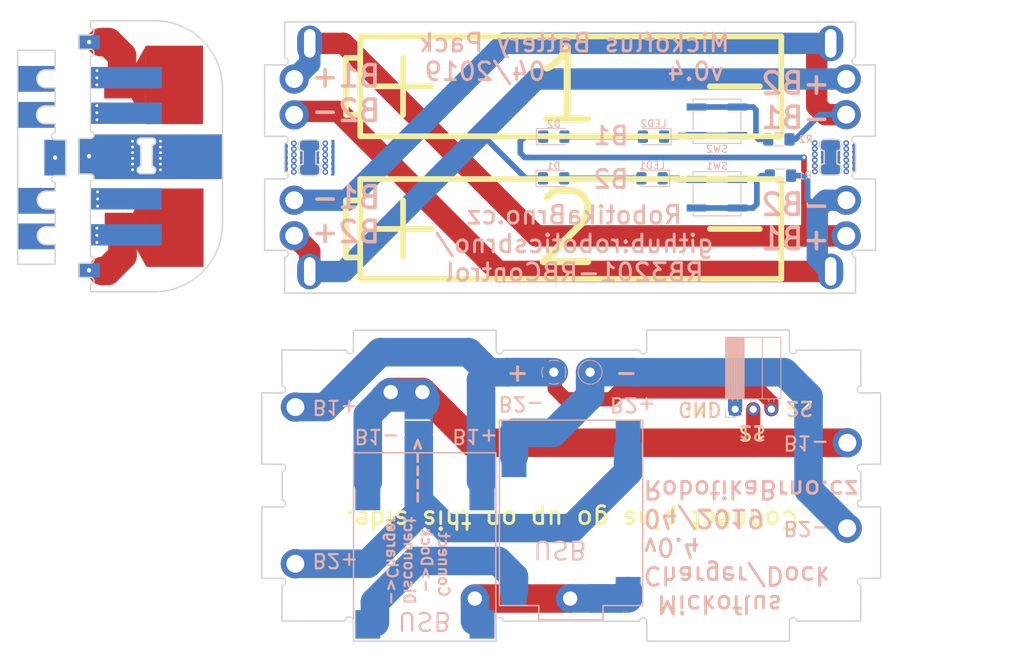
<source format=kicad_pcb>
(kicad_pcb (version 20171130) (host pcbnew 5.1.4+dfsg1-1)

  (general
    (thickness 1.6)
    (drawings 300)
    (tracks 212)
    (zones 0)
    (modules 39)
    (nets 25)
  )

  (page A4)
  (layers
    (0 F.Cu signal)
    (31 B.Cu signal)
    (32 B.Adhes user)
    (33 F.Adhes user)
    (34 B.Paste user)
    (35 F.Paste user)
    (36 B.SilkS user)
    (37 F.SilkS user)
    (38 B.Mask user)
    (39 F.Mask user)
    (40 Dwgs.User user)
    (41 Cmts.User user)
    (42 Eco1.User user)
    (43 Eco2.User user)
    (44 Edge.Cuts user)
    (45 Margin user)
    (46 B.CrtYd user)
    (47 F.CrtYd user)
    (48 B.Fab user)
    (49 F.Fab user)
  )

  (setup
    (last_trace_width 2)
    (user_trace_width 0.5)
    (user_trace_width 0.8)
    (user_trace_width 3)
    (user_trace_width 4)
    (trace_clearance 0.5)
    (zone_clearance 0)
    (zone_45_only no)
    (trace_min 0.2)
    (via_size 0.8)
    (via_drill 0.4)
    (via_min_size 0.4)
    (via_min_drill 0.3)
    (uvia_size 0.3)
    (uvia_drill 0.1)
    (uvias_allowed no)
    (uvia_min_size 0.2)
    (uvia_min_drill 0.1)
    (edge_width 0.2)
    (segment_width 0.2)
    (pcb_text_width 0.3)
    (pcb_text_size 1.5 1.5)
    (mod_edge_width 0.15)
    (mod_text_size 1 1)
    (mod_text_width 0.15)
    (pad_size 2.6 5)
    (pad_drill 1.6)
    (pad_to_mask_clearance 0.051)
    (solder_mask_min_width 0.25)
    (aux_axis_origin 0 0)
    (visible_elements 7FFFFFFF)
    (pcbplotparams
      (layerselection 0x010fc_ffffffff)
      (usegerberextensions false)
      (usegerberattributes false)
      (usegerberadvancedattributes false)
      (creategerberjobfile false)
      (excludeedgelayer true)
      (linewidth 0.100000)
      (plotframeref false)
      (viasonmask false)
      (mode 1)
      (useauxorigin false)
      (hpglpennumber 1)
      (hpglpenspeed 20)
      (hpglpendiameter 15.000000)
      (psnegative false)
      (psa4output false)
      (plotreference true)
      (plotvalue true)
      (plotinvisibletext false)
      (padsonsilk false)
      (subtractmaskfromsilk false)
      (outputformat 1)
      (mirror false)
      (drillshape 1)
      (scaleselection 1)
      (outputdirectory ""))
  )

  (net 0 "")
  (net 1 "Net-(J9-Pad1)")
  (net 2 "Net-(J2-Pad1)")
  (net 3 "Net-(J4-Pad1)")
  (net 4 "Net-(J3-Pad1)")
  (net 5 "Net-(J1-Pad1)")
  (net 6 /B2-)
  (net 7 /B2+)
  (net 8 /B1-)
  (net 9 /B1+)
  (net 10 /B1_trans)
  (net 11 /B2_trans)
  (net 12 "Net-(U1-Pad1)")
  (net 13 "Net-(U1-Pad2)")
  (net 14 /B1_M_ch)
  (net 15 /B2_P_ch)
  (net 16 /B1_P_ch)
  (net 17 /B2_M_ch)
  (net 18 "Net-(LED1-Pad1)")
  (net 19 "Net-(R1-Pad2)")
  (net 20 "Net-(R2-Pad2)")
  (net 21 "Net-(LED2-Pad1)")
  (net 22 "Net-(J30-Pad1)")
  (net 23 "Net-(D1-Pad2)")
  (net 24 "Net-(D2-Pad2)")

  (net_class Default "This is the default net class."
    (clearance 0.5)
    (trace_width 2)
    (via_dia 0.8)
    (via_drill 0.4)
    (uvia_dia 0.3)
    (uvia_drill 0.1)
    (add_net /B1+)
    (add_net /B1-)
    (add_net /B1_M_ch)
    (add_net /B1_P_ch)
    (add_net /B2+)
    (add_net /B2-)
    (add_net /B2_M_ch)
    (add_net /B2_P_ch)
    (add_net "Net-(D1-Pad2)")
    (add_net "Net-(D2-Pad2)")
    (add_net "Net-(J1-Pad1)")
    (add_net "Net-(J2-Pad1)")
    (add_net "Net-(J3-Pad1)")
    (add_net "Net-(J30-Pad1)")
    (add_net "Net-(J4-Pad1)")
    (add_net "Net-(J9-Pad1)")
    (add_net "Net-(LED1-Pad1)")
    (add_net "Net-(LED2-Pad1)")
    (add_net "Net-(R1-Pad2)")
    (add_net "Net-(R2-Pad2)")
    (add_net "Net-(U1-Pad1)")
    (add_net "Net-(U1-Pad2)")
  )

  (net_class side ""
    (clearance 0.2)
    (trace_width 2)
    (via_dia 0.8)
    (via_drill 0.4)
    (uvia_dia 0.3)
    (uvia_drill 0.1)
    (add_net /B1_trans)
    (add_net /B2_trans)
  )

  (module RB3201:LiOnCharger locked (layer B.Cu) (tedit 5CC219BE) (tstamp 5CC2BEB7)
    (at 153.543 145.796)
    (path /5C13AF67)
    (fp_text reference U2 (at 0 10) (layer B.SilkS) hide
      (effects (font (size 1 1) (thickness 0.15)) (justify mirror))
    )
    (fp_text value ChinaLiIonCharger (at 0 14) (layer B.Fab)
      (effects (font (size 1 1) (thickness 0.15)) (justify mirror))
    )
    (fp_line (start -4 13) (end -4 11) (layer B.Fab) (width 0.15))
    (fp_line (start 4 13) (end -4 13) (layer B.Fab) (width 0.15))
    (fp_line (start 4 11) (end 4 13) (layer B.Fab) (width 0.15))
    (fp_line (start 10 -15) (end 10 11) (layer B.Fab) (width 0.15))
    (fp_line (start -10 -15) (end 10 -15) (layer B.Fab) (width 0.15))
    (fp_line (start -10 11) (end -10 -15) (layer B.Fab) (width 0.15))
    (fp_line (start 10 11) (end -10 11) (layer B.Fab) (width 0.15))
    (pad 4 smd rect (at 8 -11) (size 3.5 8) (layers B.Cu B.Paste B.Mask)
      (net 15 /B2_P_ch))
    (pad 3 smd rect (at -8 -11) (size 3.5 8) (layers B.Cu B.Paste B.Mask)
      (net 17 /B2_M_ch))
    (pad 2 smd rect (at -8 9) (size 3.5 4) (layers B.Cu B.Paste B.Mask)
      (net 13 "Net-(U1-Pad2)"))
    (pad 1 smd rect (at 8 9) (size 3.5 4) (layers B.Cu B.Paste B.Mask)
      (net 12 "Net-(U1-Pad1)"))
  )

  (module RB3201:LiOnCharger (layer B.Cu) (tedit 5CC219BE) (tstamp 5C157856)
    (at 133.06 150.45)
    (path /5C13AEE9)
    (fp_text reference U1 (at 0 10) (layer B.SilkS) hide
      (effects (font (size 1 1) (thickness 0.15)) (justify mirror))
    )
    (fp_text value ChinaLiIonCharger (at 0 14) (layer B.Fab)
      (effects (font (size 1 1) (thickness 0.15)) (justify mirror))
    )
    (fp_line (start -4 13) (end -4 11) (layer B.Fab) (width 0.15))
    (fp_line (start 4 13) (end -4 13) (layer B.Fab) (width 0.15))
    (fp_line (start 4 11) (end 4 13) (layer B.Fab) (width 0.15))
    (fp_line (start 10 -15) (end 10 11) (layer B.Fab) (width 0.15))
    (fp_line (start -10 -15) (end 10 -15) (layer B.Fab) (width 0.15))
    (fp_line (start -10 11) (end -10 -15) (layer B.Fab) (width 0.15))
    (fp_line (start 10 11) (end -10 11) (layer B.Fab) (width 0.15))
    (pad 4 smd rect (at 8 -11) (size 3.5 8) (layers B.Cu B.Paste B.Mask)
      (net 16 /B1_P_ch))
    (pad 3 smd rect (at -8 -11) (size 3.5 8) (layers B.Cu B.Paste B.Mask)
      (net 14 /B1_M_ch))
    (pad 2 smd rect (at -8 9) (size 3.5 4) (layers B.Cu B.Paste B.Mask)
      (net 13 "Net-(U1-Pad2)"))
    (pad 1 smd rect (at 8 9) (size 3.5 4) (layers B.Cu B.Paste B.Mask)
      (net 12 "Net-(U1-Pad1)"))
  )

  (module RB3201:2_pads_5mm (layer B.Cu) (tedit 5C3680C9) (tstamp 5C376814)
    (at 151.13 124.079)
    (descr "Terminal Block Phoenix MKDS-1,5-2-5.08, 2 pins, pitch 5.08mm, size 10.2x9.8mm^2, drill diamater 1.3mm, pad diameter 2.6mm, see http://www.farnell.com/datasheets/100425.pdf, script-generated using https://github.com/pointhi/kicad-footprint-generator/scripts/TerminalBlock_Phoenix")
    (tags "THT Terminal Block Phoenix MKDS-1,5-2-5.08 pitch 5.08mm size 10.2x9.8mm^2 drill 1.3mm pad 2.6mm")
    (path /5C13C8C5)
    (fp_text reference J7 (at 2.54 2.5) (layer B.SilkS) hide
      (effects (font (size 1 1) (thickness 0.15)) (justify mirror))
    )
    (fp_text value OUT (at 2.54 -2.5) (layer B.Fab)
      (effects (font (size 1 1) (thickness 0.15)) (justify mirror))
    )
    (fp_line (start 3.853 -1.023) (end 3.806 -1.069) (layer B.SilkS) (width 0.12))
    (fp_line (start 6.15 1.275) (end 6.115 1.239) (layer B.SilkS) (width 0.12))
    (fp_line (start 4.046 -1.239) (end 4.011 -1.274) (layer B.SilkS) (width 0.12))
    (fp_line (start 6.355 1.069) (end 6.308 1.023) (layer B.SilkS) (width 0.12))
    (fp_line (start 6.035 1.138) (end 3.943 -0.955) (layer B.Fab) (width 0.1))
    (fp_line (start 6.218 0.955) (end 4.126 -1.138) (layer B.Fab) (width 0.1))
    (fp_line (start 0.955 1.138) (end -1.138 -0.955) (layer B.Fab) (width 0.1))
    (fp_line (start 1.138 0.955) (end -0.955 -1.138) (layer B.Fab) (width 0.1))
    (fp_circle (center 5.08 0) (end 6.76 0) (layer B.SilkS) (width 0.12))
    (fp_circle (center 5.08 0) (end 6.58 0) (layer B.Fab) (width 0.1))
    (fp_circle (center 0 0) (end 1.5 0) (layer B.Fab) (width 0.1))
    (fp_arc (start 0 0) (end -0.684 -1.535) (angle 25) (layer B.SilkS) (width 0.12))
    (fp_arc (start 0 0) (end -1.535 0.684) (angle 48) (layer B.SilkS) (width 0.12))
    (fp_arc (start 0 0) (end 0.684 1.535) (angle 48) (layer B.SilkS) (width 0.12))
    (fp_arc (start 0 0) (end 1.535 -0.684) (angle 48) (layer B.SilkS) (width 0.12))
    (fp_arc (start 0 0) (end 0 -1.68) (angle 24) (layer B.SilkS) (width 0.12))
    (pad 2 thru_hole circle (at 5.08 0) (size 2.6 2.6) (drill 1.3) (layers *.Cu *.Mask)
      (net 17 /B2_M_ch))
    (pad 1 thru_hole rect (at 0 0) (size 2.6 2.6) (drill 1.3) (layers *.Cu *.Mask)
      (net 16 /B1_P_ch))
    (model ${KISYS3DMOD}/TerminalBlock_Phoenix.3dshapes/TerminalBlock_Phoenix_MKDS-1,5-2-5.08_1x02_P5.08mm_Horizontal.wrl
      (at (xyz 0 0 0))
      (scale (xyz 1 1 1))
      (rotate (xyz 0 0 0))
    )
  )

  (module BATTERY:pad_3x5 (layer F.Cu) (tedit 5C367CFF) (tstamp 5C376738)
    (at 86 93.8)
    (path /5C112909)
    (fp_text reference J9 (at 0 4.35) (layer F.SilkS) hide
      (effects (font (size 1 1) (thickness 0.15)))
    )
    (fp_text value mech (at 0.05 -3.85) (layer F.Fab) hide
      (effects (font (size 1 1) (thickness 0.15)))
    )
    (pad 1 thru_hole rect (at 0 0) (size 3 5) (drill 0.6) (layers *.Cu *.Mask)
      (net 1 "Net-(J9-Pad1)"))
  )

  (module BATTERY:pad_3x5 (layer F.Cu) (tedit 5C367CFF) (tstamp 5CA6ABF0)
    (at 81.25 94)
    (path /5CA7C8EA)
    (fp_text reference J30 (at 0.25 4.35) (layer F.SilkS) hide
      (effects (font (size 1 1) (thickness 0.15)))
    )
    (fp_text value mech (at 0.05 -3.85) (layer F.Fab) hide
      (effects (font (size 1 1) (thickness 0.15)))
    )
    (pad 1 thru_hole rect (at 0 0) (size 3 5) (drill 0.6) (layers *.Cu *.Mask)
      (net 22 "Net-(J30-Pad1)"))
  )

  (module Connector_PinSocket_2.54mm:PinSocket_1x03_P2.54mm_Horizontal (layer B.Cu) (tedit 5A19A429) (tstamp 5CA8C203)
    (at 176.53 129.286 270)
    (descr "Through hole angled socket strip, 1x03, 2.54mm pitch, 8.51mm socket length, single row (from Kicad 4.0.7), script generated")
    (tags "Through hole angled socket strip THT 1x03 2.54mm single row")
    (path /5CA69FC1)
    (fp_text reference J29 (at -4.38 2.77 270) (layer B.SilkS) hide
      (effects (font (size 1 1) (thickness 0.15)) (justify mirror))
    )
    (fp_text value Balancer (at -4.38 -7.85 270) (layer B.Fab)
      (effects (font (size 1 1) (thickness 0.15)) (justify mirror))
    )
    (fp_line (start -10.03 1.27) (end -2.49 1.27) (layer B.Fab) (width 0.1))
    (fp_line (start -2.49 1.27) (end -1.52 0.3) (layer B.Fab) (width 0.1))
    (fp_line (start -1.52 0.3) (end -1.52 -6.35) (layer B.Fab) (width 0.1))
    (fp_line (start -1.52 -6.35) (end -10.03 -6.35) (layer B.Fab) (width 0.1))
    (fp_line (start -10.03 -6.35) (end -10.03 1.27) (layer B.Fab) (width 0.1))
    (fp_line (start 0 0.3) (end -1.52 0.3) (layer B.Fab) (width 0.1))
    (fp_line (start -1.52 -0.3) (end 0 -0.3) (layer B.Fab) (width 0.1))
    (fp_line (start 0 -0.3) (end 0 0.3) (layer B.Fab) (width 0.1))
    (fp_line (start 0 -2.24) (end -1.52 -2.24) (layer B.Fab) (width 0.1))
    (fp_line (start -1.52 -2.84) (end 0 -2.84) (layer B.Fab) (width 0.1))
    (fp_line (start 0 -2.84) (end 0 -2.24) (layer B.Fab) (width 0.1))
    (fp_line (start 0 -4.78) (end -1.52 -4.78) (layer B.Fab) (width 0.1))
    (fp_line (start -1.52 -5.38) (end 0 -5.38) (layer B.Fab) (width 0.1))
    (fp_line (start 0 -5.38) (end 0 -4.78) (layer B.Fab) (width 0.1))
    (fp_line (start -10.09 1.21) (end -1.46 1.21) (layer B.SilkS) (width 0.12))
    (fp_line (start -10.09 1.091905) (end -1.46 1.091905) (layer B.SilkS) (width 0.12))
    (fp_line (start -10.09 0.97381) (end -1.46 0.97381) (layer B.SilkS) (width 0.12))
    (fp_line (start -10.09 0.855715) (end -1.46 0.855715) (layer B.SilkS) (width 0.12))
    (fp_line (start -10.09 0.73762) (end -1.46 0.73762) (layer B.SilkS) (width 0.12))
    (fp_line (start -10.09 0.619525) (end -1.46 0.619525) (layer B.SilkS) (width 0.12))
    (fp_line (start -10.09 0.50143) (end -1.46 0.50143) (layer B.SilkS) (width 0.12))
    (fp_line (start -10.09 0.383335) (end -1.46 0.383335) (layer B.SilkS) (width 0.12))
    (fp_line (start -10.09 0.26524) (end -1.46 0.26524) (layer B.SilkS) (width 0.12))
    (fp_line (start -10.09 0.147145) (end -1.46 0.147145) (layer B.SilkS) (width 0.12))
    (fp_line (start -10.09 0.02905) (end -1.46 0.02905) (layer B.SilkS) (width 0.12))
    (fp_line (start -10.09 -0.089045) (end -1.46 -0.089045) (layer B.SilkS) (width 0.12))
    (fp_line (start -10.09 -0.20714) (end -1.46 -0.20714) (layer B.SilkS) (width 0.12))
    (fp_line (start -10.09 -0.325235) (end -1.46 -0.325235) (layer B.SilkS) (width 0.12))
    (fp_line (start -10.09 -0.44333) (end -1.46 -0.44333) (layer B.SilkS) (width 0.12))
    (fp_line (start -10.09 -0.561425) (end -1.46 -0.561425) (layer B.SilkS) (width 0.12))
    (fp_line (start -10.09 -0.67952) (end -1.46 -0.67952) (layer B.SilkS) (width 0.12))
    (fp_line (start -10.09 -0.797615) (end -1.46 -0.797615) (layer B.SilkS) (width 0.12))
    (fp_line (start -10.09 -0.91571) (end -1.46 -0.91571) (layer B.SilkS) (width 0.12))
    (fp_line (start -10.09 -1.033805) (end -1.46 -1.033805) (layer B.SilkS) (width 0.12))
    (fp_line (start -10.09 -1.1519) (end -1.46 -1.1519) (layer B.SilkS) (width 0.12))
    (fp_line (start -1.46 0.36) (end -1.11 0.36) (layer B.SilkS) (width 0.12))
    (fp_line (start -1.46 -0.36) (end -1.11 -0.36) (layer B.SilkS) (width 0.12))
    (fp_line (start -1.46 -2.18) (end -1.05 -2.18) (layer B.SilkS) (width 0.12))
    (fp_line (start -1.46 -2.9) (end -1.05 -2.9) (layer B.SilkS) (width 0.12))
    (fp_line (start -1.46 -4.72) (end -1.05 -4.72) (layer B.SilkS) (width 0.12))
    (fp_line (start -1.46 -5.44) (end -1.05 -5.44) (layer B.SilkS) (width 0.12))
    (fp_line (start -10.09 -1.27) (end -1.46 -1.27) (layer B.SilkS) (width 0.12))
    (fp_line (start -10.09 -3.81) (end -1.46 -3.81) (layer B.SilkS) (width 0.12))
    (fp_line (start -10.09 1.33) (end -1.46 1.33) (layer B.SilkS) (width 0.12))
    (fp_line (start -1.46 1.33) (end -1.46 -6.41) (layer B.SilkS) (width 0.12))
    (fp_line (start -10.09 -6.41) (end -1.46 -6.41) (layer B.SilkS) (width 0.12))
    (fp_line (start -10.09 1.33) (end -10.09 -6.41) (layer B.SilkS) (width 0.12))
    (fp_line (start 1.11 1.33) (end 1.11 0) (layer B.SilkS) (width 0.12))
    (fp_line (start 0 1.33) (end 1.11 1.33) (layer B.SilkS) (width 0.12))
    (fp_line (start 1.75 1.8) (end -10.55 1.8) (layer B.CrtYd) (width 0.05))
    (fp_line (start -10.55 1.8) (end -10.55 -6.85) (layer B.CrtYd) (width 0.05))
    (fp_line (start -10.55 -6.85) (end 1.75 -6.85) (layer B.CrtYd) (width 0.05))
    (fp_line (start 1.75 -6.85) (end 1.75 1.8) (layer B.CrtYd) (width 0.05))
    (fp_text user %R (at -5.775 -2.54 270) (layer B.Fab)
      (effects (font (size 1 1) (thickness 0.15)) (justify mirror))
    )
    (pad 1 thru_hole rect (at 0 0 270) (size 1.7 1.7) (drill 1) (layers *.Cu *.Mask)
      (net 17 /B2_M_ch))
    (pad 2 thru_hole oval (at 0 -2.54 270) (size 1.7 1.7) (drill 1) (layers *.Cu *.Mask)
      (net 14 /B1_M_ch))
    (pad 3 thru_hole oval (at 0 -5.08 270) (size 1.7 1.7) (drill 1) (layers *.Cu *.Mask)
      (net 16 /B1_P_ch))
    (model ${KISYS3DMOD}/Connector_PinSocket_2.54mm.3dshapes/PinSocket_1x03_P2.54mm_Horizontal.wrl
      (at (xyz 0 0 0))
      (scale (xyz 1 1 1))
      (rotate (xyz 0 0 0))
    )
  )

  (module Button_Switch_SMD:SW_SPST_EVQP0 (layer B.Cu) (tedit 5A02FC95) (tstamp 5CA67680)
    (at 173.99 88.9)
    (descr "Light Touch Switch, https://industrial.panasonic.com/cdbs/www-data/pdf/ATK0000/ATK0000CE28.pdf")
    (path /5CA539E1)
    (attr smd)
    (fp_text reference SW2 (at 0 3.9) (layer B.SilkS)
      (effects (font (size 1 1) (thickness 0.15)) (justify mirror))
    )
    (fp_text value SW_Push (at 0 -4.25) (layer B.Fab)
      (effects (font (size 1 1) (thickness 0.15)) (justify mirror))
    )
    (fp_circle (center 0 0) (end 1.7 0) (layer B.Fab) (width 0.1))
    (fp_line (start -4.5 -3.25) (end -4.5 3.25) (layer B.CrtYd) (width 0.05))
    (fp_line (start 4.5 -3.25) (end -4.5 -3.25) (layer B.CrtYd) (width 0.05))
    (fp_line (start 4.5 3.25) (end 4.5 -3.25) (layer B.CrtYd) (width 0.05))
    (fp_line (start -4.5 3.25) (end 4.5 3.25) (layer B.CrtYd) (width 0.05))
    (fp_text user %R (at 0 3.9) (layer B.Fab)
      (effects (font (size 1 1) (thickness 0.15)) (justify mirror))
    )
    (fp_line (start -3.25 -3) (end -3.25 3) (layer B.Fab) (width 0.1))
    (fp_line (start 3.25 -3) (end -3.25 -3) (layer B.Fab) (width 0.1))
    (fp_line (start 3.25 3) (end 3.25 -3) (layer B.Fab) (width 0.1))
    (fp_line (start -3.25 3) (end 3.25 3) (layer B.Fab) (width 0.1))
    (fp_line (start -3.35 2.65) (end -3.35 3.1) (layer B.SilkS) (width 0.12))
    (fp_line (start 3.35 3.1) (end 3.35 2.65) (layer B.SilkS) (width 0.12))
    (fp_line (start -3.35 3.1) (end 3.35 3.1) (layer B.SilkS) (width 0.12))
    (fp_line (start 3.35 1.35) (end 3.35 -1.35) (layer B.SilkS) (width 0.12))
    (fp_line (start -3.35 -1.35) (end -3.35 1.35) (layer B.SilkS) (width 0.12))
    (fp_line (start 3.35 -3.1) (end 3.35 -2.7) (layer B.SilkS) (width 0.12))
    (fp_line (start -3.35 -3.1) (end 3.35 -3.1) (layer B.SilkS) (width 0.12))
    (fp_line (start -3.35 -2.65) (end -3.35 -3.1) (layer B.SilkS) (width 0.12))
    (pad 2 smd rect (at 2.88 -2) (size 2.75 1) (layers B.Cu B.Paste B.Mask)
      (net 20 "Net-(R2-Pad2)"))
    (pad 2 smd rect (at -2.88 -2) (size 2.75 1) (layers B.Cu B.Paste B.Mask)
      (net 20 "Net-(R2-Pad2)"))
    (pad 1 smd rect (at -2.88 2) (size 2.75 1) (layers B.Cu B.Paste B.Mask)
      (net 21 "Net-(LED2-Pad1)"))
    (pad 1 smd rect (at 2.88 2) (size 2.75 1) (layers B.Cu B.Paste B.Mask)
      (net 21 "Net-(LED2-Pad1)"))
    (model ${KISYS3DMOD}/Button_Switch_SMD.3dshapes/SW_SPST_EVQP0.wrl
      (at (xyz 0 0 0))
      (scale (xyz 1 1 1))
      (rotate (xyz 0 0 0))
    )
  )

  (module Button_Switch_SMD:SW_SPST_EVQP0 (layer B.Cu) (tedit 5A02FC95) (tstamp 5CA6764E)
    (at 173.99 99.06 180)
    (descr "Light Touch Switch, https://industrial.panasonic.com/cdbs/www-data/pdf/ATK0000/ATK0000CE28.pdf")
    (path /5CA4C10E)
    (attr smd)
    (fp_text reference SW1 (at 0 3.9 180) (layer B.SilkS)
      (effects (font (size 1 1) (thickness 0.15)) (justify mirror))
    )
    (fp_text value SW_Push (at 0 -4.25 180) (layer B.Fab)
      (effects (font (size 1 1) (thickness 0.15)) (justify mirror))
    )
    (fp_line (start -3.35 -2.65) (end -3.35 -3.1) (layer B.SilkS) (width 0.12))
    (fp_line (start -3.35 -3.1) (end 3.35 -3.1) (layer B.SilkS) (width 0.12))
    (fp_line (start 3.35 -3.1) (end 3.35 -2.7) (layer B.SilkS) (width 0.12))
    (fp_line (start -3.35 -1.35) (end -3.35 1.35) (layer B.SilkS) (width 0.12))
    (fp_line (start 3.35 1.35) (end 3.35 -1.35) (layer B.SilkS) (width 0.12))
    (fp_line (start -3.35 3.1) (end 3.35 3.1) (layer B.SilkS) (width 0.12))
    (fp_line (start 3.35 3.1) (end 3.35 2.65) (layer B.SilkS) (width 0.12))
    (fp_line (start -3.35 2.65) (end -3.35 3.1) (layer B.SilkS) (width 0.12))
    (fp_line (start -3.25 3) (end 3.25 3) (layer B.Fab) (width 0.1))
    (fp_line (start 3.25 3) (end 3.25 -3) (layer B.Fab) (width 0.1))
    (fp_line (start 3.25 -3) (end -3.25 -3) (layer B.Fab) (width 0.1))
    (fp_line (start -3.25 -3) (end -3.25 3) (layer B.Fab) (width 0.1))
    (fp_text user %R (at 0 3.9 180) (layer B.Fab)
      (effects (font (size 1 1) (thickness 0.15)) (justify mirror))
    )
    (fp_line (start -4.5 3.25) (end 4.5 3.25) (layer B.CrtYd) (width 0.05))
    (fp_line (start 4.5 3.25) (end 4.5 -3.25) (layer B.CrtYd) (width 0.05))
    (fp_line (start 4.5 -3.25) (end -4.5 -3.25) (layer B.CrtYd) (width 0.05))
    (fp_line (start -4.5 -3.25) (end -4.5 3.25) (layer B.CrtYd) (width 0.05))
    (fp_circle (center 0 0) (end 1.7 0) (layer B.Fab) (width 0.1))
    (pad 1 smd rect (at 2.88 2 180) (size 2.75 1) (layers B.Cu B.Paste B.Mask)
      (net 18 "Net-(LED1-Pad1)"))
    (pad 1 smd rect (at -2.88 2 180) (size 2.75 1) (layers B.Cu B.Paste B.Mask)
      (net 18 "Net-(LED1-Pad1)"))
    (pad 2 smd rect (at -2.88 -2 180) (size 2.75 1) (layers B.Cu B.Paste B.Mask)
      (net 19 "Net-(R1-Pad2)"))
    (pad 2 smd rect (at 2.88 -2 180) (size 2.75 1) (layers B.Cu B.Paste B.Mask)
      (net 19 "Net-(R1-Pad2)"))
    (model ${KISYS3DMOD}/Button_Switch_SMD.3dshapes/SW_SPST_EVQP0.wrl
      (at (xyz 0 0 0))
      (scale (xyz 1 1 1))
      (rotate (xyz 0 0 0))
    )
  )

  (module Diode_SMD:D_1206_3216Metric_Pad1.42x1.75mm_HandSolder (layer B.Cu) (tedit 5B4B45C8) (tstamp 5CA6764D)
    (at 151.13 91.059)
    (descr "Diode SMD 1206 (3216 Metric), square (rectangular) end terminal, IPC_7351 nominal, (Body size source: http://www.tortai-tech.com/upload/download/2011102023233369053.pdf), generated with kicad-footprint-generator")
    (tags "diode handsolder")
    (path /5CA52BB9)
    (attr smd)
    (fp_text reference D2 (at 0 -1.778) (layer B.SilkS)
      (effects (font (size 1 1) (thickness 0.15)) (justify mirror))
    )
    (fp_text value D_Zener_2V (at 0 -1.82) (layer B.Fab)
      (effects (font (size 1 1) (thickness 0.15)) (justify mirror))
    )
    (fp_text user %R (at 0 0) (layer B.Fab)
      (effects (font (size 0.8 0.8) (thickness 0.12)) (justify mirror))
    )
    (fp_line (start 2.45 -1.12) (end -2.45 -1.12) (layer B.CrtYd) (width 0.05))
    (fp_line (start 2.45 1.12) (end 2.45 -1.12) (layer B.CrtYd) (width 0.05))
    (fp_line (start -2.45 1.12) (end 2.45 1.12) (layer B.CrtYd) (width 0.05))
    (fp_line (start -2.45 -1.12) (end -2.45 1.12) (layer B.CrtYd) (width 0.05))
    (fp_line (start -2.46 -1.135) (end 1.6 -1.135) (layer B.SilkS) (width 0.12))
    (fp_line (start -2.46 1.135) (end -2.46 -1.135) (layer B.SilkS) (width 0.12))
    (fp_line (start 1.6 1.135) (end -2.46 1.135) (layer B.SilkS) (width 0.12))
    (fp_line (start 1.6 -0.8) (end 1.6 0.8) (layer B.Fab) (width 0.1))
    (fp_line (start -1.6 -0.8) (end 1.6 -0.8) (layer B.Fab) (width 0.1))
    (fp_line (start -1.6 0.4) (end -1.6 -0.8) (layer B.Fab) (width 0.1))
    (fp_line (start -1.2 0.8) (end -1.6 0.4) (layer B.Fab) (width 0.1))
    (fp_line (start 1.6 0.8) (end -1.2 0.8) (layer B.Fab) (width 0.1))
    (pad 2 smd roundrect (at 1.4875 0) (size 1.425 1.75) (layers B.Cu B.Paste B.Mask) (roundrect_rratio 0.175439)
      (net 24 "Net-(D2-Pad2)"))
    (pad 1 smd roundrect (at -1.4875 0) (size 1.425 1.75) (layers B.Cu B.Paste B.Mask) (roundrect_rratio 0.175439)
      (net 9 /B1+))
    (model ${KISYS3DMOD}/Diode_SMD.3dshapes/D_1206_3216Metric.wrl
      (at (xyz 0 0 0))
      (scale (xyz 1 1 1))
      (rotate (xyz 0 0 0))
    )
  )

  (module Diode_SMD:D_1206_3216Metric_Pad1.42x1.75mm_HandSolder (layer B.Cu) (tedit 5B4B45C8) (tstamp 5CA6854B)
    (at 151.0935 96.901)
    (descr "Diode SMD 1206 (3216 Metric), square (rectangular) end terminal, IPC_7351 nominal, (Body size source: http://www.tortai-tech.com/upload/download/2011102023233369053.pdf), generated with kicad-footprint-generator")
    (tags "diode handsolder")
    (path /5CA4BCEC)
    (attr smd)
    (fp_text reference D1 (at 0 -1.778) (layer B.SilkS)
      (effects (font (size 1 1) (thickness 0.15)) (justify mirror))
    )
    (fp_text value D_Zener_2V (at 0 -1.82) (layer B.Fab)
      (effects (font (size 1 1) (thickness 0.15)) (justify mirror))
    )
    (fp_line (start 1.6 0.8) (end -1.2 0.8) (layer B.Fab) (width 0.1))
    (fp_line (start -1.2 0.8) (end -1.6 0.4) (layer B.Fab) (width 0.1))
    (fp_line (start -1.6 0.4) (end -1.6 -0.8) (layer B.Fab) (width 0.1))
    (fp_line (start -1.6 -0.8) (end 1.6 -0.8) (layer B.Fab) (width 0.1))
    (fp_line (start 1.6 -0.8) (end 1.6 0.8) (layer B.Fab) (width 0.1))
    (fp_line (start 1.6 1.135) (end -2.46 1.135) (layer B.SilkS) (width 0.12))
    (fp_line (start -2.46 1.135) (end -2.46 -1.135) (layer B.SilkS) (width 0.12))
    (fp_line (start -2.46 -1.135) (end 1.6 -1.135) (layer B.SilkS) (width 0.12))
    (fp_line (start -2.45 -1.12) (end -2.45 1.12) (layer B.CrtYd) (width 0.05))
    (fp_line (start -2.45 1.12) (end 2.45 1.12) (layer B.CrtYd) (width 0.05))
    (fp_line (start 2.45 1.12) (end 2.45 -1.12) (layer B.CrtYd) (width 0.05))
    (fp_line (start 2.45 -1.12) (end -2.45 -1.12) (layer B.CrtYd) (width 0.05))
    (fp_text user %R (at 0 0) (layer B.Fab)
      (effects (font (size 0.8 0.8) (thickness 0.12)) (justify mirror))
    )
    (pad 1 smd roundrect (at -1.4875 0) (size 1.425 1.75) (layers B.Cu B.Paste B.Mask) (roundrect_rratio 0.175439)
      (net 7 /B2+))
    (pad 2 smd roundrect (at 1.4875 0) (size 1.425 1.75) (layers B.Cu B.Paste B.Mask) (roundrect_rratio 0.175439)
      (net 23 "Net-(D1-Pad2)"))
    (model ${KISYS3DMOD}/Diode_SMD.3dshapes/D_1206_3216Metric.wrl
      (at (xyz 0 0 0))
      (scale (xyz 1 1 1))
      (rotate (xyz 0 0 0))
    )
  )

  (module LED_SMD:LED_1206_3216Metric_Pad1.42x1.75mm_HandSolder (layer B.Cu) (tedit 5B4B45C9) (tstamp 5CA675F2)
    (at 165.1 91.059 180)
    (descr "LED SMD 1206 (3216 Metric), square (rectangular) end terminal, IPC_7351 nominal, (Body size source: http://www.tortai-tech.com/upload/download/2011102023233369053.pdf), generated with kicad-footprint-generator")
    (tags "LED handsolder")
    (path /5CA52B33)
    (attr smd)
    (fp_text reference LED2 (at 0 1.82 180) (layer B.SilkS)
      (effects (font (size 1 1) (thickness 0.15)) (justify mirror))
    )
    (fp_text value LED_RED (at 0 -1.82 180) (layer B.Fab)
      (effects (font (size 1 1) (thickness 0.15)) (justify mirror))
    )
    (fp_line (start 1.6 0.8) (end -1.2 0.8) (layer B.Fab) (width 0.1))
    (fp_line (start -1.2 0.8) (end -1.6 0.4) (layer B.Fab) (width 0.1))
    (fp_line (start -1.6 0.4) (end -1.6 -0.8) (layer B.Fab) (width 0.1))
    (fp_line (start -1.6 -0.8) (end 1.6 -0.8) (layer B.Fab) (width 0.1))
    (fp_line (start 1.6 -0.8) (end 1.6 0.8) (layer B.Fab) (width 0.1))
    (fp_line (start 1.6 1.135) (end -2.46 1.135) (layer B.SilkS) (width 0.12))
    (fp_line (start -2.46 1.135) (end -2.46 -1.135) (layer B.SilkS) (width 0.12))
    (fp_line (start -2.46 -1.135) (end 1.6 -1.135) (layer B.SilkS) (width 0.12))
    (fp_line (start -2.45 -1.12) (end -2.45 1.12) (layer B.CrtYd) (width 0.05))
    (fp_line (start -2.45 1.12) (end 2.45 1.12) (layer B.CrtYd) (width 0.05))
    (fp_line (start 2.45 1.12) (end 2.45 -1.12) (layer B.CrtYd) (width 0.05))
    (fp_line (start 2.45 -1.12) (end -2.45 -1.12) (layer B.CrtYd) (width 0.05))
    (fp_text user %R (at 0 0 180) (layer B.Fab)
      (effects (font (size 0.8 0.8) (thickness 0.12)) (justify mirror))
    )
    (pad 1 smd roundrect (at -1.4875 0 180) (size 1.425 1.75) (layers B.Cu B.Paste B.Mask) (roundrect_rratio 0.175439)
      (net 21 "Net-(LED2-Pad1)"))
    (pad 2 smd roundrect (at 1.4875 0 180) (size 1.425 1.75) (layers B.Cu B.Paste B.Mask) (roundrect_rratio 0.175439)
      (net 24 "Net-(D2-Pad2)"))
    (model ${KISYS3DMOD}/LED_SMD.3dshapes/LED_1206_3216Metric.wrl
      (at (xyz 0 0 0))
      (scale (xyz 1 1 1))
      (rotate (xyz 0 0 0))
    )
  )

  (module Resistor_SMD:R_1206_3216Metric_Pad1.42x1.75mm_HandSolder (layer B.Cu) (tedit 5B301BBD) (tstamp 5CA675F1)
    (at 182.6625 91.44 180)
    (descr "Resistor SMD 1206 (3216 Metric), square (rectangular) end terminal, IPC_7351 nominal with elongated pad for handsoldering. (Body size source: http://www.tortai-tech.com/upload/download/2011102023233369053.pdf), generated with kicad-footprint-generator")
    (tags "resistor handsolder")
    (path /5CA5395D)
    (attr smd)
    (fp_text reference R2 (at -3.7735 0 180) (layer B.SilkS)
      (effects (font (size 1 1) (thickness 0.15)) (justify mirror))
    )
    (fp_text value R (at 0 -1.82 180) (layer B.Fab)
      (effects (font (size 1 1) (thickness 0.15)) (justify mirror))
    )
    (fp_line (start -1.6 -0.8) (end -1.6 0.8) (layer B.Fab) (width 0.1))
    (fp_line (start -1.6 0.8) (end 1.6 0.8) (layer B.Fab) (width 0.1))
    (fp_line (start 1.6 0.8) (end 1.6 -0.8) (layer B.Fab) (width 0.1))
    (fp_line (start 1.6 -0.8) (end -1.6 -0.8) (layer B.Fab) (width 0.1))
    (fp_line (start -0.602064 0.91) (end 0.602064 0.91) (layer B.SilkS) (width 0.12))
    (fp_line (start -0.602064 -0.91) (end 0.602064 -0.91) (layer B.SilkS) (width 0.12))
    (fp_line (start -2.45 -1.12) (end -2.45 1.12) (layer B.CrtYd) (width 0.05))
    (fp_line (start -2.45 1.12) (end 2.45 1.12) (layer B.CrtYd) (width 0.05))
    (fp_line (start 2.45 1.12) (end 2.45 -1.12) (layer B.CrtYd) (width 0.05))
    (fp_line (start 2.45 -1.12) (end -2.45 -1.12) (layer B.CrtYd) (width 0.05))
    (fp_text user %R (at 0 0 180) (layer B.Fab)
      (effects (font (size 0.8 0.8) (thickness 0.12)) (justify mirror))
    )
    (pad 1 smd roundrect (at -1.4875 0 180) (size 1.425 1.75) (layers B.Cu B.Paste B.Mask) (roundrect_rratio 0.175439)
      (net 8 /B1-))
    (pad 2 smd roundrect (at 1.4875 0 180) (size 1.425 1.75) (layers B.Cu B.Paste B.Mask) (roundrect_rratio 0.175439)
      (net 20 "Net-(R2-Pad2)"))
    (model ${KISYS3DMOD}/Resistor_SMD.3dshapes/R_1206_3216Metric.wrl
      (at (xyz 0 0 0))
      (scale (xyz 1 1 1))
      (rotate (xyz 0 0 0))
    )
  )

  (module LED_SMD:LED_1206_3216Metric_Pad1.42x1.75mm_HandSolder (layer B.Cu) (tedit 5B4B45C9) (tstamp 5CA53F94)
    (at 164.8825 96.901 180)
    (descr "LED SMD 1206 (3216 Metric), square (rectangular) end terminal, IPC_7351 nominal, (Body size source: http://www.tortai-tech.com/upload/download/2011102023233369053.pdf), generated with kicad-footprint-generator")
    (tags "LED handsolder")
    (path /5CA4BABE)
    (attr smd)
    (fp_text reference LED1 (at 0 1.82 180) (layer B.SilkS)
      (effects (font (size 1 1) (thickness 0.15)) (justify mirror))
    )
    (fp_text value LED_RED (at 0 -1.82 180) (layer B.Fab)
      (effects (font (size 1 1) (thickness 0.15)) (justify mirror))
    )
    (fp_line (start 1.6 0.8) (end -1.2 0.8) (layer B.Fab) (width 0.1))
    (fp_line (start -1.2 0.8) (end -1.6 0.4) (layer B.Fab) (width 0.1))
    (fp_line (start -1.6 0.4) (end -1.6 -0.8) (layer B.Fab) (width 0.1))
    (fp_line (start -1.6 -0.8) (end 1.6 -0.8) (layer B.Fab) (width 0.1))
    (fp_line (start 1.6 -0.8) (end 1.6 0.8) (layer B.Fab) (width 0.1))
    (fp_line (start 1.6 1.135) (end -2.46 1.135) (layer B.SilkS) (width 0.12))
    (fp_line (start -2.46 1.135) (end -2.46 -1.135) (layer B.SilkS) (width 0.12))
    (fp_line (start -2.46 -1.135) (end 1.6 -1.135) (layer B.SilkS) (width 0.12))
    (fp_line (start -2.45 -1.12) (end -2.45 1.12) (layer B.CrtYd) (width 0.05))
    (fp_line (start -2.45 1.12) (end 2.45 1.12) (layer B.CrtYd) (width 0.05))
    (fp_line (start 2.45 1.12) (end 2.45 -1.12) (layer B.CrtYd) (width 0.05))
    (fp_line (start 2.45 -1.12) (end -2.45 -1.12) (layer B.CrtYd) (width 0.05))
    (fp_text user %R (at 0 0 180) (layer B.Fab)
      (effects (font (size 0.8 0.8) (thickness 0.12)) (justify mirror))
    )
    (pad 1 smd roundrect (at -1.4875 0 180) (size 1.425 1.75) (layers B.Cu B.Paste B.Mask) (roundrect_rratio 0.175439)
      (net 18 "Net-(LED1-Pad1)"))
    (pad 2 smd roundrect (at 1.4875 0 180) (size 1.425 1.75) (layers B.Cu B.Paste B.Mask) (roundrect_rratio 0.175439)
      (net 23 "Net-(D1-Pad2)"))
    (model ${KISYS3DMOD}/LED_SMD.3dshapes/LED_1206_3216Metric.wrl
      (at (xyz 0 0 0))
      (scale (xyz 1 1 1))
      (rotate (xyz 0 0 0))
    )
  )

  (module Resistor_SMD:R_1206_3216Metric_Pad1.42x1.75mm_HandSolder (layer B.Cu) (tedit 5B301BBD) (tstamp 5CA541BC)
    (at 182.88 96.52 180)
    (descr "Resistor SMD 1206 (3216 Metric), square (rectangular) end terminal, IPC_7351 nominal with elongated pad for handsoldering. (Body size source: http://www.tortai-tech.com/upload/download/2011102023233369053.pdf), generated with kicad-footprint-generator")
    (tags "resistor handsolder")
    (path /5CA4BE3E)
    (attr smd)
    (fp_text reference R1 (at -3.429 0 180) (layer B.SilkS)
      (effects (font (size 1 1) (thickness 0.15)) (justify mirror))
    )
    (fp_text value R (at 0 -1.82 180) (layer B.Fab)
      (effects (font (size 1 1) (thickness 0.15)) (justify mirror))
    )
    (fp_line (start -1.6 -0.8) (end -1.6 0.8) (layer B.Fab) (width 0.1))
    (fp_line (start -1.6 0.8) (end 1.6 0.8) (layer B.Fab) (width 0.1))
    (fp_line (start 1.6 0.8) (end 1.6 -0.8) (layer B.Fab) (width 0.1))
    (fp_line (start 1.6 -0.8) (end -1.6 -0.8) (layer B.Fab) (width 0.1))
    (fp_line (start -0.602064 0.91) (end 0.602064 0.91) (layer B.SilkS) (width 0.12))
    (fp_line (start -0.602064 -0.91) (end 0.602064 -0.91) (layer B.SilkS) (width 0.12))
    (fp_line (start -2.45 -1.12) (end -2.45 1.12) (layer B.CrtYd) (width 0.05))
    (fp_line (start -2.45 1.12) (end 2.45 1.12) (layer B.CrtYd) (width 0.05))
    (fp_line (start 2.45 1.12) (end 2.45 -1.12) (layer B.CrtYd) (width 0.05))
    (fp_line (start 2.45 -1.12) (end -2.45 -1.12) (layer B.CrtYd) (width 0.05))
    (fp_text user %R (at 0 0 180) (layer B.Fab)
      (effects (font (size 0.8 0.8) (thickness 0.12)) (justify mirror))
    )
    (pad 1 smd roundrect (at -1.4875 0 180) (size 1.425 1.75) (layers B.Cu B.Paste B.Mask) (roundrect_rratio 0.175439)
      (net 6 /B2-))
    (pad 2 smd roundrect (at 1.4875 0 180) (size 1.425 1.75) (layers B.Cu B.Paste B.Mask) (roundrect_rratio 0.175439)
      (net 19 "Net-(R1-Pad2)"))
    (model ${KISYS3DMOD}/Resistor_SMD.3dshapes/R_1206_3216Metric.wrl
      (at (xyz 0 0 0))
      (scale (xyz 1 1 1))
      (rotate (xyz 0 0 0))
    )
  )

  (module yaqwsx:pad_2x3 (layer F.Cu) (tedit 5C367CE7) (tstamp 5C376740)
    (at 86 109.8)
    (path /5C111A61)
    (fp_text reference J11 (at 0 2.75) (layer F.SilkS) hide
      (effects (font (size 1 1) (thickness 0.15)))
    )
    (fp_text value B2_trans (at 0 -2.6) (layer F.Fab) hide
      (effects (font (size 1 1) (thickness 0.15)))
    )
    (pad 1 thru_hole rect (at 0 0) (size 3 2) (drill 0.6) (layers *.Cu *.Mask)
      (net 11 /B2_trans))
  )

  (module yaqwsx:pad_2x3 (layer F.Cu) (tedit 5C367CE7) (tstamp 5C37673C)
    (at 86 77.8)
    (path /5C1119B3)
    (fp_text reference J10 (at 0 2.75) (layer F.SilkS) hide
      (effects (font (size 1 1) (thickness 0.15)))
    )
    (fp_text value B1_trans (at 0 -2.6) (layer F.Fab) hide
      (effects (font (size 1 1) (thickness 0.15)))
    )
    (pad 1 thru_hole rect (at 0 0) (size 3 2) (drill 0.6) (layers *.Cu *.Mask)
      (net 10 /B1_trans))
  )

  (module yaqwsx:power_solder_jumper (layer B.Cu) (tedit 5C13B086) (tstamp 5C433962)
    (at 132.207 130.81 270)
    (path /5C13D0C3)
    (fp_text reference JP1 (at 0 -2 270) (layer B.SilkS) hide
      (effects (font (size 1 1) (thickness 0.15)) (justify mirror))
    )
    (fp_text value Jumper_NC_Small (at 0 2 270) (layer B.Fab)
      (effects (font (size 1 1) (thickness 0.15)) (justify mirror))
    )
    (pad 2 smd rect (at 1 0 270) (size 1.8 4) (layers B.Cu B.Paste B.Mask)
      (net 15 /B2_P_ch))
    (pad 1 smd rect (at -1 0 270) (size 1.8 4) (layers B.Cu B.Paste B.Mask)
      (net 14 /B1_M_ch))
  )

  (module yaqwsx:banana_2mm_hole (layer F.Cu) (tedit 5C367C7D) (tstamp 5C157847)
    (at 192.26 133.98)
    (path /5C13B974)
    (fp_text reference J12 (at 0 3.2) (layer F.SilkS) hide
      (effects (font (size 1 1) (thickness 0.15)))
    )
    (fp_text value B1_M (at 0 -3.15) (layer F.Fab) hide
      (effects (font (size 1 1) (thickness 0.15)))
    )
    (pad 1 thru_hole circle (at 0 0) (size 4.1 4.1) (drill 2.5) (layers *.Cu *.Mask)
      (net 14 /B1_M_ch))
  )

  (module yaqwsx:banana_2mm_hole (layer F.Cu) (tedit 5C367C7D) (tstamp 5C157842)
    (at 192.23 145.97)
    (path /5C13BA24)
    (fp_text reference J28 (at 0 3.2) (layer F.SilkS) hide
      (effects (font (size 1 1) (thickness 0.15)))
    )
    (fp_text value B2_M (at 0 -3.15) (layer F.Fab) hide
      (effects (font (size 1 1) (thickness 0.15)))
    )
    (pad 1 thru_hole circle (at 0 0) (size 4.1 4.1) (drill 2.5) (layers *.Cu *.Mask)
      (net 17 /B2_M_ch))
  )

  (module yaqwsx:banana_2mm_hole (layer F.Cu) (tedit 5C367C7D) (tstamp 5C157805)
    (at 114.92 128.98)
    (path /5C13B8B0)
    (fp_text reference J8 (at 0 3.2) (layer F.SilkS) hide
      (effects (font (size 1 1) (thickness 0.15)))
    )
    (fp_text value B1_P (at 0 -3.15) (layer F.Fab) hide
      (effects (font (size 1 1) (thickness 0.15)))
    )
    (pad 1 thru_hole circle (at 0 0) (size 4.1 4.1) (drill 2.5) (layers *.Cu *.Mask)
      (net 16 /B1_P_ch))
  )

  (module yaqwsx:banana_2mm_hole (layer F.Cu) (tedit 5C367C7D) (tstamp 5C157800)
    (at 114.91 150.95)
    (path /5C13B9CC)
    (fp_text reference J13 (at 0 3.2) (layer F.SilkS) hide
      (effects (font (size 1 1) (thickness 0.15)))
    )
    (fp_text value B2_P (at 0 -3.15) (layer F.Fab) hide
      (effects (font (size 1 1) (thickness 0.15)))
    )
    (pad 1 thru_hole circle (at 0 0) (size 4.1 4.1) (drill 2.5) (layers *.Cu *.Mask)
      (net 15 /B2_P_ch))
  )

  (module yaqwsx:banana_2mm_hole (layer F.Cu) (tedit 5C367C7D) (tstamp 5C23BC8E)
    (at 114.75 88)
    (path /5C1125AB)
    (fp_text reference J27 (at 0 3.2) (layer F.SilkS) hide
      (effects (font (size 1 1) (thickness 0.15)))
    )
    (fp_text value B2_M_b (at 0 -3.15) (layer F.Fab) hide
      (effects (font (size 1 1) (thickness 0.15)))
    )
    (pad 1 thru_hole circle (at 0 0) (size 4.1 4.1) (drill 2.5) (layers *.Cu *.Mask)
      (net 6 /B2-))
  )

  (module yaqwsx:banana_2mm_hole (layer F.Cu) (tedit 5C367C7D) (tstamp 5C23BC89)
    (at 192.125 99.975)
    (path /5C1125A5)
    (fp_text reference J26 (at 0 3.2) (layer F.SilkS) hide
      (effects (font (size 1 1) (thickness 0.15)))
    )
    (fp_text value B2_M_a (at 0 -3.15) (layer F.Fab) hide
      (effects (font (size 1 1) (thickness 0.15)))
    )
    (pad 1 thru_hole circle (at 0 0) (size 4.1 4.1) (drill 2.5) (layers *.Cu *.Mask)
      (net 6 /B2-))
  )

  (module yaqwsx:banana_2mm_hole (layer F.Cu) (tedit 5C367C7D) (tstamp 5C23BC84)
    (at 114.75 104.95)
    (path /5C112596)
    (fp_text reference J25 (at 0 3.2) (layer F.SilkS) hide
      (effects (font (size 1 1) (thickness 0.15)))
    )
    (fp_text value B2_P_a (at 0 -3.15) (layer F.Fab) hide
      (effects (font (size 1 1) (thickness 0.15)))
    )
    (pad 1 thru_hole circle (at 0 0) (size 4.1 4.1) (drill 2.5) (layers *.Cu *.Mask)
      (net 7 /B2+))
  )

  (module yaqwsx:banana_2mm_hole (layer F.Cu) (tedit 5C367C7D) (tstamp 5C23BC7F)
    (at 192.1 82.975)
    (path /5C11259C)
    (fp_text reference J24 (at 0 3.2) (layer F.SilkS) hide
      (effects (font (size 1 1) (thickness 0.15)))
    )
    (fp_text value B2_P_b (at 0 -3.15) (layer F.Fab) hide
      (effects (font (size 1 1) (thickness 0.15)))
    )
    (pad 1 thru_hole circle (at 0 0) (size 4.1 4.1) (drill 2.5) (layers *.Cu *.Mask)
      (net 7 /B2+))
  )

  (module yaqwsx:banana_2mm_hole (layer F.Cu) (tedit 5C367C7D) (tstamp 5C23BC7A)
    (at 114.75 99.975)
    (path /5C112249)
    (fp_text reference J23 (at 0 3.2) (layer F.SilkS) hide
      (effects (font (size 1 1) (thickness 0.15)))
    )
    (fp_text value B1_M_b (at 0 -3.15) (layer F.Fab) hide
      (effects (font (size 1 1) (thickness 0.15)))
    )
    (pad 1 thru_hole circle (at 0 0) (size 4.1 4.1) (drill 2.5) (layers *.Cu *.Mask)
      (net 8 /B1-))
  )

  (module yaqwsx:banana_2mm_hole (layer F.Cu) (tedit 5C367C7D) (tstamp 5C23BC75)
    (at 192.1 87.975)
    (path /5C1121FF)
    (fp_text reference J22 (at 0 3.2) (layer F.SilkS) hide
      (effects (font (size 1 1) (thickness 0.15)))
    )
    (fp_text value B1_M_a (at 0 -3.15) (layer F.Fab) hide
      (effects (font (size 1 1) (thickness 0.15)))
    )
    (pad 1 thru_hole circle (at 0 0) (size 4.1 4.1) (drill 2.5) (layers *.Cu *.Mask)
      (net 8 /B1-))
  )

  (module yaqwsx:banana_2mm_hole (layer F.Cu) (tedit 5C367C7D) (tstamp 5C23BC70)
    (at 192.1 104.975)
    (path /5C111F45)
    (fp_text reference J21 (at 0 3.2) (layer F.SilkS) hide
      (effects (font (size 1 1) (thickness 0.15)))
    )
    (fp_text value B1_P_a (at 0 -3.15) (layer F.Fab) hide
      (effects (font (size 1 1) (thickness 0.15)))
    )
    (pad 1 thru_hole circle (at 0 0) (size 4.1 4.1) (drill 2.5) (layers *.Cu *.Mask)
      (net 9 /B1+))
  )

  (module yaqwsx:banana_2mm_hole (layer F.Cu) (tedit 5C367C7D) (tstamp 5C23BC6B)
    (at 114.75 82.975)
    (path /5C11203B)
    (fp_text reference J20 (at 0 3.2) (layer F.SilkS) hide
      (effects (font (size 1 1) (thickness 0.15)))
    )
    (fp_text value B1_P_b (at 0 -3.15) (layer F.Fab) hide
      (effects (font (size 1 1) (thickness 0.15)))
    )
    (pad 1 thru_hole circle (at 0 0) (size 4.1 4.1) (drill 2.5) (layers *.Cu *.Mask)
      (net 9 /B1+))
  )

  (module yaqwsx:banana_2mm_side (layer B.Cu) (tedit 5C111210) (tstamp 5C23BC66)
    (at 91.2 87.77 90)
    (path /5C112FB1)
    (fp_text reference J1 (at 0 -5.8 90) (layer B.SilkS) hide
      (effects (font (size 1 1) (thickness 0.15)) (justify mirror))
    )
    (fp_text value banana (at 0 5.75 90) (layer B.Fab) hide
      (effects (font (size 1 1) (thickness 0.15)) (justify mirror))
    )
    (pad 1 smd rect (at 0 0 90) (size 3 10) (layers B.Cu B.Paste B.Mask)
      (net 5 "Net-(J1-Pad1)"))
  )

  (module yaqwsx:banana_2mm_side (layer B.Cu) (tedit 5C111210) (tstamp 5C23BC61)
    (at 91.2 104.825 90)
    (path /5C11315B)
    (fp_text reference J3 (at 0 -5.8 90) (layer B.SilkS) hide
      (effects (font (size 1 1) (thickness 0.15)) (justify mirror))
    )
    (fp_text value banana (at 0 5.75 90) (layer B.Fab) hide
      (effects (font (size 1 1) (thickness 0.15)) (justify mirror))
    )
    (pad 1 smd rect (at 0 0 90) (size 3 10) (layers B.Cu B.Paste B.Mask)
      (net 4 "Net-(J3-Pad1)"))
  )

  (module yaqwsx:banana_2mm_side (layer B.Cu) (tedit 5C111210) (tstamp 5C23BC5C)
    (at 91.175 99.775 90)
    (path /5C1131AD)
    (fp_text reference J4 (at 0 -5.8 90) (layer B.SilkS) hide
      (effects (font (size 1 1) (thickness 0.15)) (justify mirror))
    )
    (fp_text value banana (at 0 5.75 90) (layer B.Fab) hide
      (effects (font (size 1 1) (thickness 0.15)) (justify mirror))
    )
    (pad 1 smd rect (at 0 0 90) (size 3 10) (layers B.Cu B.Paste B.Mask)
      (net 3 "Net-(J4-Pad1)"))
  )

  (module yaqwsx:banana_2mm_side (layer B.Cu) (tedit 5C111210) (tstamp 5C23BC57)
    (at 91.2 82.78 90)
    (path /5C113113)
    (fp_text reference J2 (at 0 -5.8 90) (layer B.SilkS) hide
      (effects (font (size 1 1) (thickness 0.15)) (justify mirror))
    )
    (fp_text value banana (at 0 5.75 90) (layer B.Fab) hide
      (effects (font (size 1 1) (thickness 0.15)) (justify mirror))
    )
    (pad 1 smd rect (at 0 0 90) (size 3 10) (layers B.Cu B.Paste B.Mask)
      (net 2 "Net-(J2-Pad1)"))
  )

  (module yaqwsx:battery_spring_contact (layer F.Cu) (tedit 5C111C1F) (tstamp 5C23C7F2)
    (at 96.425 83.7)
    (path /5C1116AD)
    (fp_text reference J5 (at 0 14.3) (layer F.SilkS) hide
      (effects (font (size 1 1) (thickness 0.15)))
    )
    (fp_text value B1_sping (at 0 -8.65) (layer F.Fab)
      (effects (font (size 1 1) (thickness 0.15)))
    )
    (pad 1 smd trapezoid (at -3.85 0.1 180) (size 2.8 6) (rect_delta 5 0 ) (layers F.Cu F.Paste F.Mask)
      (net 10 /B1_trans))
    (pad 1 smd rect (at -5.8 0) (size 5 4) (layers F.Cu F.Paste F.Mask)
      (net 10 /B1_trans))
    (pad 1 smd rect (at 1.55 0.1) (size 8 11) (layers F.Cu F.Paste F.Mask)
      (net 10 /B1_trans))
  )

  (module yaqwsx:battery_spring_contact (layer F.Cu) (tedit 5C111C1F) (tstamp 5C23BC3F)
    (at 96.5 103.725)
    (path /5C1117B6)
    (fp_text reference J6 (at 0 14.3) (layer F.SilkS) hide
      (effects (font (size 1 1) (thickness 0.15)))
    )
    (fp_text value B2_sping (at 0 -8.65) (layer F.Fab)
      (effects (font (size 1 1) (thickness 0.15)))
    )
    (pad 1 smd trapezoid (at -3.85 0.1 180) (size 2.8 6) (rect_delta 5 0 ) (layers F.Cu F.Paste F.Mask)
      (net 11 /B2_trans))
    (pad 1 smd rect (at -5.8 0) (size 5 4) (layers F.Cu F.Paste F.Mask)
      (net 11 /B2_trans))
    (pad 1 smd rect (at 1.55 0.1) (size 8 11) (layers F.Cu F.Paste F.Mask)
      (net 11 /B2_trans))
  )

  (module yaqwsx:slot_1.8x2 (layer F.Cu) (tedit 5C367C66) (tstamp 5C23BBED)
    (at 116.925 77.975)
    (path /5C111C3E)
    (fp_text reference J16 (at 0 3.7) (layer F.SilkS) hide
      (effects (font (size 1 1) (thickness 0.15)))
    )
    (fp_text value B1_P_tans_b (at 0 -3.55) (layer F.Fab) hide
      (effects (font (size 1 1) (thickness 0.15)))
    )
    (pad 1 thru_hole oval (at 0 0) (size 3.5 5) (drill oval 1.6 4) (layers *.Cu *.Mask)
      (net 9 /B1+))
  )

  (module yaqwsx:slot_1.8x2 (layer F.Cu) (tedit 5C367C66) (tstamp 5C23BBE3)
    (at 189.925 77.975)
    (path /5C111DAA)
    (fp_text reference J17 (at 0 3.7) (layer F.SilkS) hide
      (effects (font (size 1 1) (thickness 0.15)))
    )
    (fp_text value B1_M_tans_b (at 0 -3.55) (layer B.Fab) hide
      (effects (font (size 1 1) (thickness 0.15)) (justify mirror))
    )
    (pad 1 thru_hole oval (at 0 0) (size 3.5 5) (drill oval 1.6 4) (layers *.Cu *.Mask)
      (net 8 /B1-))
  )

  (module yaqwsx:slot_1.8x2 (layer F.Cu) (tedit 5C367C66) (tstamp 5C23BBDE)
    (at 116.925 109.975)
    (path /5C111DE6)
    (fp_text reference J18 (at 0 3.7) (layer F.SilkS) hide
      (effects (font (size 1 1) (thickness 0.15)))
    )
    (fp_text value B2_P_tans_b (at 0 -3.55) (layer F.Fab) hide
      (effects (font (size 1 1) (thickness 0.15)))
    )
    (pad 1 thru_hole oval (at 0 0) (size 3.5 5) (drill oval 1.6 4) (layers *.Cu *.Mask)
      (net 7 /B2+))
  )

  (module yaqwsx:slot_1.8x2 (layer F.Cu) (tedit 5C367C66) (tstamp 5C23BBD9)
    (at 189.925 109.95)
    (path /5C111E4F)
    (fp_text reference J19 (at 0 3.7) (layer F.SilkS) hide
      (effects (font (size 1 1) (thickness 0.15)))
    )
    (fp_text value B2_M_tans_b (at 0 -3.55) (layer F.Fab) hide
      (effects (font (size 1 1) (thickness 0.15)))
    )
    (pad 1 thru_hole oval (at 0 0) (size 3.5 5) (drill oval 1.6 4) (layers *.Cu *.Mask)
      (net 6 /B2-))
  )

  (gr_line (start 81.25 78.95) (end 81.25 109.55) (layer Eco1.User) (width 0.15))
  (gr_line (start 81.25 81.699) (end 81.25 78.951) (layer Edge.Cuts) (width 0.2) (tstamp 5D0CE20E))
  (gr_line (start 216.95 96.5) (end 73.6 96.5) (layer Eco1.User) (width 0.15))
  (gr_line (start 216.9 91.5) (end 75.15 91.5) (layer Eco1.User) (width 0.15))
  (gr_line (start 114.8 106.2) (end 78.65 106.2) (layer Eco1.User) (width 0.15) (tstamp 5D0CD87D))
  (gr_line (start 114.8 103.7) (end 78.65 103.7) (layer Eco1.User) (width 0.15) (tstamp 5D0CD87C))
  (gr_line (start 114.8 98.7) (end 78.65 98.7) (layer Eco1.User) (width 0.15) (tstamp 5D0CD8D8))
  (gr_line (start 114.8 101.2) (end 78.65 101.2) (layer Eco1.User) (width 0.15) (tstamp 5D0CD8C6))
  (gr_line (start 114.8 89.25) (end 78.65 89.25) (layer Eco1.User) (width 0.15) (tstamp 5D0CD86E))
  (gr_line (start 114.8 86.75) (end 78.65 86.75) (layer Eco1.User) (width 0.15) (tstamp 5D0CD86D))
  (gr_line (start 114.75 84.2) (end 78.6 84.2) (layer Eco1.User) (width 0.15) (tstamp 5D0CD91F))
  (gr_line (start 114.75 81.7) (end 78.6 81.7) (layer Eco1.User) (width 0.15) (tstamp 5D0CD92B))
  (gr_poly (pts (xy 114.3 91.3) (xy 119.8 91.3) (xy 119.8 96.3) (xy 114.3 96.3)) (layer F.Mask) (width 0.1) (tstamp 5D02750D))
  (gr_poly (pts (xy 187.1 91.3) (xy 192.6 91.3) (xy 192.6 96.3) (xy 187.1 96.3)) (layer F.Mask) (width 0.1) (tstamp 5D027507))
  (gr_poly (pts (xy 187.2 91.3) (xy 192.7 91.3) (xy 192.7 96.3) (xy 187.2 96.3)) (layer B.Mask) (width 0.1) (tstamp 5D027505))
  (gr_poly (pts (xy 114.2 91.3) (xy 119.7 91.3) (xy 119.7 96.3) (xy 114.2 96.3)) (layer B.Mask) (width 0.1) (tstamp 5D027503))
  (gr_arc (start 190.7 95.65) (end 190.7 96.45) (angle -172.8749837) (layer Edge.Cuts) (width 0.2) (tstamp 5D0CE2C4))
  (gr_arc (start 189.1 92.25) (end 189.1 91.45) (angle -172.8749837) (layer Edge.Cuts) (width 0.2) (tstamp 5D0CE303))
  (gr_arc (start 189.1 95.65) (end 189 94.85) (angle -172.8749837) (layer Edge.Cuts) (width 0.2) (tstamp 5D0CE309))
  (gr_line (start 190.7 96.45) (end 189.1 96.456226) (layer Edge.Cuts) (width 0.2) (tstamp 5D0CE2F1))
  (gr_arc (start 190.7 92.25) (end 190.8 93.05) (angle -172.8749837) (layer Edge.Cuts) (width 0.2) (tstamp 5D0CE2EE))
  (gr_line (start 189.000772 93.043822) (end 189 94.85) (layer Edge.Cuts) (width 0.2) (tstamp 5D0CE2EB))
  (gr_line (start 189.1 91.45) (end 190.7 91.443774) (layer Edge.Cuts) (width 0.2) (tstamp 5D0CE2C1))
  (gr_line (start 190.8 93.05) (end 190.799228 94.856178) (layer Edge.Cuts) (width 0.2) (tstamp 5D0CE2BE))
  (gr_line (start 116.000772 93.093822) (end 116 94.9) (layer Edge.Cuts) (width 0.2) (tstamp 5D027200))
  (gr_line (start 117.8 93.1) (end 117.799228 94.906178) (layer Edge.Cuts) (width 0.2) (tstamp 5D0271FD))
  (gr_arc (start 117.7 95.7) (end 117.7 96.5) (angle -172.8749837) (layer Edge.Cuts) (width 0.2) (tstamp 5D0271D5))
  (gr_arc (start 116.1 95.7) (end 116 94.9) (angle -172.8749837) (layer Edge.Cuts) (width 0.2) (tstamp 5D0271D4))
  (gr_line (start 117.7 96.5) (end 116.1 96.506226) (layer Edge.Cuts) (width 0.2) (tstamp 5D0271D3))
  (gr_arc (start 117.7 92.3) (end 117.8 93.1) (angle -172.8749837) (layer Edge.Cuts) (width 0.2) (tstamp 5D027170))
  (gr_line (start 116.1 91.5) (end 117.7 91.493774) (layer Edge.Cuts) (width 0.2))
  (gr_arc (start 116.1 92.3) (end 116.1 91.5) (angle -172.8749837) (layer Edge.Cuts) (width 0.2))
  (gr_line (start 80 106.201) (end 81.25 106.201) (layer Edge.Cuts) (width 0.2) (tstamp 5CC552C1))
  (gr_line (start 81.25 103.7) (end 80.05 103.7) (layer Edge.Cuts) (width 0.2) (tstamp 5CC552C0))
  (gr_line (start 80 101.201) (end 81.25 101.2) (layer Edge.Cuts) (width 0.2) (tstamp 5D0CD8DE))
  (gr_line (start 81.25 98.7) (end 80.05 98.7) (layer Edge.Cuts) (width 0.2) (tstamp 5D0CD8DB))
  (gr_line (start 81.25 89.25) (end 79.9 89.25) (layer Edge.Cuts) (width 0.2) (tstamp 5CC552BD))
  (gr_line (start 79.95 86.749) (end 81.25 86.749) (layer Edge.Cuts) (width 0.2) (tstamp 5CC552BC))
  (gr_line (start 81.25 84.2) (end 79.95 84.2) (layer Edge.Cuts) (width 0.2) (tstamp 5D0CD93D))
  (gr_line (start 81.25 81.699) (end 80 81.699) (layer Edge.Cuts) (width 0.2) (tstamp 5D0CD93A))
  (gr_circle (center 80 105) (end 81 105) (layer B.Mask) (width 3) (tstamp 5CA6AEBB))
  (gr_circle (center 80 100) (end 81 100) (layer B.Mask) (width 3) (tstamp 5D0CD8D5))
  (gr_circle (center 80 100) (end 81 100) (layer B.Mask) (width 3) (tstamp 5D0CD8D2))
  (gr_circle (center 80 87.95) (end 81 87.95) (layer B.Mask) (width 3) (tstamp 5CA6AEB5))
  (gr_circle (center 80 82.9) (end 81 82.9) (layer B.Mask) (width 3) (tstamp 5D0CD940))
  (gr_circle (center 80 105) (end 81 105) (layer F.Mask) (width 3) (tstamp 5CA6AE2D))
  (gr_circle (center 80 100) (end 81 100) (layer F.Mask) (width 3) (tstamp 5D0CD8BD))
  (gr_circle (center 80 87.95) (end 81 87.95) (layer F.Mask) (width 3) (tstamp 5CA6AE29))
  (gr_circle (center 80 82.9) (end 81 82.9) (layer F.Mask) (width 3) (tstamp 5D0CD928))
  (gr_line (start 76 108.95) (end 76 78.951) (layer Edge.Cuts) (width 0.2) (tstamp 5D0CD937))
  (gr_line (start 81.25 108.95) (end 76 108.95) (layer Edge.Cuts) (width 0.2) (tstamp 5CA6AC3F))
  (gr_line (start 81.25 108.95) (end 81.25 106.201) (layer Edge.Cuts) (width 0.2) (tstamp 5CA6AC3B))
  (gr_arc (start 80 104.95) (end 80.05 103.7) (angle -182.29061) (layer Edge.Cuts) (width 0.2) (tstamp 5CA6AC35))
  (gr_line (start 81.25 103.7) (end 81.25 101.2) (layer Edge.Cuts) (width 0.2) (tstamp 5D0CD8CC))
  (gr_arc (start 80 99.95) (end 80.05 98.7) (angle -182.29061) (layer Edge.Cuts) (width 0.2) (tstamp 5D0CD8C9))
  (gr_line (start 81.25 98.7) (end 81.25 97.5) (layer Edge.Cuts) (width 0.2) (tstamp 5D0CD8BA))
  (gr_line (start 81.25 78.951) (end 76 78.951) (layer Edge.Cuts) (width 0.2))
  (gr_line (start 81.25 86.749) (end 81.25 84.2) (layer Edge.Cuts) (width 0.2) (tstamp 5D0CD934))
  (gr_line (start 81.25 90.5) (end 81.25 89.25) (layer Edge.Cuts) (width 0.2) (tstamp 5CA6AC0D))
  (gr_arc (start 79.95 82.949) (end 80 81.699) (angle -182.29061) (layer Edge.Cuts) (width 0.2) (tstamp 5D0CD931))
  (gr_arc (start 79.9 87.999) (end 79.95 86.749) (angle -182.29061) (layer Edge.Cuts) (width 0.2))
  (gr_arc (start 81.25 91) (end 81.25 90.5) (angle -180) (layer Edge.Cuts) (width 0.2) (tstamp 5CA6ABE1))
  (gr_arc (start 81.25 97) (end 81.25 96.5) (angle -180) (layer Edge.Cuts) (width 0.2) (tstamp 5CA6ABDD))
  (gr_line (start 82.75 96.5) (end 81.25 96.5) (layer Edge.Cuts) (width 0.2))
  (gr_line (start 82.75 91.5) (end 81.25 91.5) (layer Edge.Cuts) (width 0.2))
  (gr_line (start 82.75 96.5) (end 82.75 91.5) (layer Edge.Cuts) (width 0.2))
  (gr_poly (pts (xy 91.25 91.25) (xy 96.75 91.25) (xy 96.75 96.25) (xy 91.25 96.25)) (layer B.Mask) (width 0.1) (tstamp 5CA698C8))
  (gr_poly (pts (xy 91.25 91.25) (xy 96.75 91.25) (xy 96.75 96.25) (xy 91.25 96.25)) (layer F.Mask) (width 0.1))
  (gr_line (start 94.85 96.25) (end 93.25 96.25) (layer Edge.Cuts) (width 0.2))
  (gr_line (start 94.85 92.25) (end 94.85 95.25) (layer Edge.Cuts) (width 0.2) (tstamp 5CA696CC))
  (gr_line (start 93.25 92.25) (end 93.25 95.25) (layer Edge.Cuts) (width 0.2) (tstamp 5CA696CB))
  (gr_line (start 93.25 91.25) (end 94.85 91.25) (layer Edge.Cuts) (width 0.2) (tstamp 5CA697FD))
  (gr_arc (start 94.85 95.75) (end 94.85 96.25) (angle -180) (layer Edge.Cuts) (width 0.2) (tstamp 5CA696C0))
  (gr_arc (start 93.25 95.75) (end 93.25 95.25) (angle -180) (layer Edge.Cuts) (width 0.2) (tstamp 5CA696BD))
  (gr_arc (start 94.85 91.75) (end 94.85 92.25) (angle -180) (layer Edge.Cuts) (width 0.2) (tstamp 5CA69800))
  (gr_arc (start 93.25 91.75) (end 93.25 91.25) (angle -180) (layer Edge.Cuts) (width 0.2) (tstamp 5CA69803))
  (gr_line (start 104.7 84.3) (end 104.7 103.3) (layer Edge.Cuts) (width 0.2) (tstamp 5CA68E9E))
  (gr_arc (start 95.2 103.3) (end 95.2 112.8) (angle -90) (layer Edge.Cuts) (width 0.2) (tstamp 5CA68E95))
  (gr_line (start 108 102.795) (end 105.2 102.795) (layer Eco1.User) (width 0.2))
  (gr_line (start 105.2 102.795) (end 105.2 112.795) (layer Eco1.User) (width 0.2))
  (gr_line (start 100.2 115.595) (end 91.2 115.595) (layer Eco1.User) (width 0.2))
  (gr_line (start 100.2 112.795) (end 100.2 115.595) (layer Eco1.User) (width 0.2))
  (gr_line (start 91.2 115.595) (end 91.2 112.795) (layer Eco1.User) (width 0.2))
  (gr_line (start 105.2 112.795) (end 100.2 112.795) (layer Eco1.User) (width 0.2))
  (gr_arc (start 95.2 84.3) (end 104.7 84.3) (angle -90) (layer Edge.Cuts) (width 0.2))
  (gr_text 2S (at 185.547 129.159 180) (layer F.SilkS) (tstamp 5CA8C58A)
    (effects (font (size 2 2) (thickness 0.3)))
  )
  (gr_text 1S (at 178.943 132.588 180) (layer F.SilkS) (tstamp 5CA8C50E)
    (effects (font (size 2 2) (thickness 0.3)))
  )
  (gr_text GND (at 171.577 129.286 180) (layer F.SilkS) (tstamp 5CA8C492)
    (effects (font (size 2 2) (thickness 0.3)))
  )
  (gr_text 2S (at 185.547 129.159 180) (layer B.SilkS) (tstamp 5CA8C416)
    (effects (font (size 2 2) (thickness 0.3)) (justify mirror))
  )
  (gr_text 1S (at 178.943 132.588 180) (layer B.SilkS) (tstamp 5CA8C40D)
    (effects (font (size 2 2) (thickness 0.3)) (justify mirror))
  )
  (gr_text GND (at 171.577 129.286 180) (layer B.SilkS) (tstamp 5CA8C406)
    (effects (font (size 2 2) (thickness 0.3)) (justify mirror))
  )
  (gr_text B2 (at 159.131 97.028) (layer B.SilkS) (tstamp 5CA6A257)
    (effects (font (size 2.5 2.5) (thickness 0.4)) (justify mirror))
  )
  (gr_text B1 (at 159.131 90.932) (layer B.SilkS) (tstamp 5CA6A100)
    (effects (font (size 2.5 2.5) (thickness 0.4)) (justify mirror))
  )
  (gr_text <---- (at 131.953 137.922 90) (layer B.SilkS) (tstamp 5C436405)
    (effects (font (size 1.5 1.5) (thickness 0.375)) (justify mirror))
  )
  (gr_text "Connect \n->Dock\nDisconnect\n->Charger" (at 132.08 150.495 270) (layer B.SilkS) (tstamp 5C4362DA)
    (effects (font (size 1.5 1.5) (thickness 0.3)) (justify mirror))
  )
  (gr_text "Connect pins go up on this side." (at 153.67 144.78 180) (layer F.SilkS) (tstamp 5C435E66)
    (effects (font (size 2.5 2.5) (thickness 0.4)))
  )
  (gr_text - (at 161.29 124.46 180) (layer B.SilkS) (tstamp 5C4355F5)
    (effects (font (size 2.5 2.5) (thickness 0.4)) (justify mirror))
  )
  (gr_text + (at 146.05 124.46 180) (layer B.SilkS) (tstamp 5C4354BA)
    (effects (font (size 2.5 2.5) (thickness 0.4)) (justify mirror))
  )
  (gr_text " Mickoflus \nCharger/Dock\nv0.4\n04/2019\nRobotikaBrno.cz  " (at 163.449 148.59 180) (layer B.SilkS) (tstamp 5C4354B1)
    (effects (font (size 2.5 2.5) (thickness 0.4)) (justify left mirror))
  )
  (gr_text B2- (at 186.5 146 180) (layer B.SilkS) (tstamp 5C15850F)
    (effects (font (size 2 2) (thickness 0.3)) (justify mirror))
  )
  (gr_text B1- (at 186.5 134 180) (layer B.SilkS) (tstamp 5C1584C0)
    (effects (font (size 2 2) (thickness 0.3)) (justify mirror))
  )
  (gr_text B2+ (at 120.5 150.5 180) (layer B.SilkS) (tstamp 5C158422)
    (effects (font (size 2 2) (thickness 0.3)) (justify mirror))
  )
  (gr_text B1+ (at 120.5 129 180) (layer B.SilkS) (tstamp 5C1582E4)
    (effects (font (size 2 2) (thickness 0.3)) (justify mirror))
  )
  (gr_text B2- (at 146.558 128.524 180) (layer B.SilkS) (tstamp 5CC2C20D)
    (effects (font (size 2 2) (thickness 0.3)) (justify mirror))
  )
  (gr_text B2+ (at 162.179 128.651 180) (layer B.SilkS) (tstamp 5C4354B7)
    (effects (font (size 2 2) (thickness 0.3)) (justify mirror))
  )
  (gr_text B1- (at 126.365 133.096 180) (layer B.SilkS) (tstamp 5C15804E)
    (effects (font (size 2 2) (thickness 0.3)) (justify mirror))
  )
  (gr_text B1+ (at 140.081 133.096 180) (layer B.SilkS)
    (effects (font (size 2 2) (thickness 0.3)) (justify mirror))
  )
  (gr_line (start 143.002 135.382) (end 143.002 161.408) (layer B.SilkS) (width 0.2))
  (gr_line (start 123.063 135.382) (end 123.063 161.417) (layer B.SilkS) (width 0.2))
  (gr_line (start 143.002 135.382) (end 123.063 135.382) (layer B.SilkS) (width 0.2))
  (gr_line (start 163.576 130.81) (end 143.51 130.81) (layer B.SilkS) (width 0.2) (tstamp 5CC2BEF8))
  (gr_line (start 163.576 156.845) (end 163.576 130.81) (layer B.SilkS) (width 0.2) (tstamp 5CC2BEE6))
  (gr_line (start 158.024 156.81) (end 163.576 156.81) (layer B.SilkS) (width 0.2) (tstamp 5CC2BEF2))
  (gr_line (start 158.024 158.81) (end 158.024 156.81) (layer B.SilkS) (width 0.2) (tstamp 5CC2BEE3))
  (gr_line (start 149.024 158.81) (end 158.024 158.81) (layer B.SilkS) (width 0.2) (tstamp 5CC2BEEF))
  (gr_line (start 149.024 156.81) (end 149.024 158.81) (layer B.SilkS) (width 0.2) (tstamp 5CC2BEE0))
  (gr_line (start 143.51 156.81) (end 149.024 156.81) (layer B.SilkS) (width 0.2) (tstamp 5CC2BEF5))
  (gr_line (start 143.51 130.81) (end 143.51 156.81) (layer B.SilkS) (width 0.2) (tstamp 5CC2BEEC))
  (gr_text USB (at 133 159 180) (layer B.SilkS) (tstamp 5C157EEE)
    (effects (font (size 2.5 2.5) (thickness 0.3)) (justify mirror))
  )
  (gr_text USB (at 152 148.984 180) (layer B.SilkS) (tstamp 5CC2BED4)
    (effects (font (size 2.5 2.5) (thickness 0.3)) (justify mirror))
  )
  (gr_arc (start 113.05 126.5) (end 113.05 127) (angle -180) (layer Edge.Cuts) (width 0.2) (tstamp 5C157326))
  (gr_arc (start 113.05 137.5) (end 113.05 138) (angle -180) (layer Edge.Cuts) (width 0.2) (tstamp 5C157325))
  (gr_arc (start 113.05 142.5) (end 113.05 143) (angle -180) (layer Edge.Cuts) (width 0.2) (tstamp 5C157324))
  (gr_arc (start 113.05 153.5) (end 113.05 154) (angle -182.8395436) (layer Edge.Cuts) (width 0.2) (tstamp 5C157323))
  (gr_line (start 164.15 161.8) (end 184.15 161.8) (layer Edge.Cuts) (width 0.2) (tstamp 5CC2BEE9))
  (gr_line (start 163.15 121) (end 144.05 121) (layer Edge.Cuts) (width 0.2) (tstamp 5C15731B))
  (gr_line (start 194.125 158.97572) (end 194.15 154) (layer Edge.Cuts) (width 0.2) (tstamp 5C157318))
  (gr_arc (start 122.45 159) (end 123.05 159) (angle -180) (layer Edge.Cuts) (width 0.2) (tstamp 5C1572FD))
  (gr_arc (start 143.55 159) (end 144.05 159) (angle -180) (layer Edge.Cuts) (width 0.2) (tstamp 5CC2BED7))
  (gr_arc (start 163.65 159) (end 164.15 159) (angle -180) (layer Edge.Cuts) (width 0.2) (tstamp 5CC2BEDA))
  (gr_arc (start 184.65 159) (end 185.15 159) (angle -180) (layer Edge.Cuts) (width 0.2) (tstamp 5C1572FA))
  (gr_arc (start 194.15 153.5) (end 194.15 153) (angle -180) (layer Edge.Cuts) (width 0.2) (tstamp 5C1572F9))
  (gr_arc (start 194.15 142.5) (end 194.15 142) (angle -180) (layer Edge.Cuts) (width 0.2) (tstamp 5C1572F8))
  (gr_arc (start 194.15 137.5) (end 194.15 137) (angle -180) (layer Edge.Cuts) (width 0.2) (tstamp 5C1572F7))
  (gr_arc (start 194.15 126.5) (end 194.15 126) (angle -180) (layer Edge.Cuts) (width 0.2) (tstamp 5C1572F6))
  (gr_line (start 184.1252 118.1749) (end 164.1255 118.1749) (layer Edge.Cuts) (width 0.2) (tstamp 5C1572F5))
  (gr_line (start 184.15 121) (end 184.1252 118.1749) (layer Edge.Cuts) (width 0.2) (tstamp 5C1572F3))
  (gr_line (start 196.924 136.9753) (end 196.924 126.9749) (layer Edge.Cuts) (width 0.2) (tstamp 5C1572F2))
  (gr_line (start 110.225 136.9753) (end 113.05 137) (layer Edge.Cuts) (width 0.2) (tstamp 5C1572F1))
  (gr_line (start 164.1255 118.1749) (end 164.15 121) (layer Edge.Cuts) (width 0.2) (tstamp 5C1572F0))
  (gr_line (start 143.05 161.8) (end 143.05 159) (layer Edge.Cuts) (width 0.2) (tstamp 5C1572EE))
  (gr_line (start 164.15 159) (end 164.15 161.8) (layer Edge.Cuts) (width 0.2) (tstamp 5CC2BEDD))
  (gr_line (start 194.15 142) (end 194.15 138) (layer Edge.Cuts) (width 0.2) (tstamp 5C1572E7))
  (gr_arc (start 184.65 121) (end 184.15 121) (angle -180) (layer Edge.Cuts) (width 0.2) (tstamp 5C1572E3))
  (gr_arc (start 163.65 121) (end 163.15 121) (angle -180) (layer Edge.Cuts) (width 0.2) (tstamp 5C1572E2))
  (gr_arc (start 143.55 121) (end 143.05 121) (angle -180) (layer Edge.Cuts) (width 0.2) (tstamp 5C1572E1))
  (gr_arc (start 122.55 121) (end 122.05 121) (angle -180) (layer Edge.Cuts) (width 0.2) (tstamp 5C1572E0))
  (gr_line (start 194.125 120.9749) (end 185.15 121) (layer Edge.Cuts) (width 0.2) (tstamp 5C1572C5))
  (gr_line (start 143.05 118.2) (end 123.05 118.2) (layer Edge.Cuts) (width 0.2) (tstamp 5C1572BD))
  (gr_line (start 194.15 153) (end 196.924 152.97575) (layer Edge.Cuts) (width 0.2) (tstamp 5C1572BC))
  (gr_line (start 196.924 126.9749) (end 194.15 127) (layer Edge.Cuts) (width 0.2) (tstamp 5C15729E))
  (gr_line (start 113.0252 120.9749) (end 113.05 126) (layer Edge.Cuts) (width 0.2) (tstamp 5C157287))
  (gr_line (start 123.05 159) (end 123.05 161.8) (layer Edge.Cuts) (width 0.2) (tstamp 5C157286))
  (gr_line (start 123.05 118.2) (end 123.05 121) (layer Edge.Cuts) (width 0.2) (tstamp 5C157282))
  (gr_line (start 196.924 152.97575) (end 196.924 142.9753) (layer Edge.Cuts) (width 0.2) (tstamp 5C157251))
  (gr_line (start 194.15 137) (end 196.924 136.9753) (layer Edge.Cuts) (width 0.2) (tstamp 5C157243))
  (gr_line (start 196.924 142.9753) (end 194.15 143) (layer Edge.Cuts) (width 0.2) (tstamp 5C157237))
  (gr_line (start 122.05 121) (end 113.0252 120.9749) (layer Edge.Cuts) (width 0.2) (tstamp 5C157235))
  (gr_line (start 113.05 154) (end 113.0252 158.97572) (layer Edge.Cuts) (width 0.2) (tstamp 5C15721A))
  (gr_line (start 110.225 126.9749) (end 110.225 136.9753) (layer Edge.Cuts) (width 0.2) (tstamp 5C157218))
  (gr_line (start 194.15 126) (end 194.125 120.9749) (layer Edge.Cuts) (width 0.2) (tstamp 5C157211))
  (gr_line (start 113.05 138) (end 113.05 142) (layer Edge.Cuts) (width 0.2) (tstamp 5C157207))
  (gr_line (start 113.0252 158.97572) (end 121.85 159) (layer Edge.Cuts) (width 0.2) (tstamp 5C157206))
  (gr_line (start 113.05 143) (end 110.225 142.9753) (layer Edge.Cuts) (width 0.2) (tstamp 5C1571FE))
  (gr_line (start 184.15 161.8) (end 184.15 159) (layer Edge.Cuts) (width 0.2) (tstamp 5C1571F2))
  (gr_line (start 144.05 159) (end 163.15 159) (layer Edge.Cuts) (width 0.2) (tstamp 5CC2BEA7))
  (gr_line (start 143.05 121) (end 143.05 118.2) (layer Edge.Cuts) (width 0.2) (tstamp 5C1571D7))
  (gr_line (start 113.05 127) (end 110.225 126.9749) (layer Edge.Cuts) (width 0.2) (tstamp 5C1571B0))
  (gr_line (start 185.15 159) (end 194.125 158.97572) (layer Edge.Cuts) (width 0.2) (tstamp 5C1571AD))
  (gr_line (start 123.05 161.8) (end 143.05 161.8) (layer Edge.Cuts) (width 0.2) (tstamp 5C1571AC))
  (gr_line (start 110.225 153) (end 113.0252 153) (layer Edge.Cuts) (width 0.2) (tstamp 5C1571AB))
  (gr_line (start 110.225 142.9753) (end 110.225 153) (layer Edge.Cuts) (width 0.2) (tstamp 5C1571AA))
  (gr_text "Mickoflus Battery Pack\nv0.4         04/2019\n\n\n\n\nRobotikaBrno.cz\ngithub:roboticsbrno/\nRB3201-RBControl" (at 154 94) (layer B.SilkS)
    (effects (font (size 2.5 2.5) (thickness 0.4)) (justify mirror))
  )
  (gr_text "-B2\n+B1" (at 185 103) (layer B.SilkS) (tstamp 5C12559C)
    (effects (font (size 3 3) (thickness 0.5)) (justify mirror))
  )
  (gr_text "+B2\n-B1" (at 185 86) (layer B.SilkS) (tstamp 5C1254EF)
    (effects (font (size 3 3) (thickness 0.5)) (justify mirror))
  )
  (gr_text "B1-\nB2+" (at 122 102) (layer B.SilkS) (tstamp 5C125479)
    (effects (font (size 3 3) (thickness 0.5)) (justify mirror))
  )
  (gr_text "B1+\nB2-" (at 122 85) (layer B.SilkS)
    (effects (font (size 3 3) (thickness 0.5)) (justify mirror))
  )
  (gr_line (start 124 100) (end 122 100) (layer F.SilkS) (width 0.8) (tstamp 5C125382))
  (gr_line (start 124 97) (end 183 97) (layer F.SilkS) (width 0.8) (tstamp 5C125381))
  (gr_line (start 126 104) (end 134 104) (layer F.SilkS) (width 0.8) (tstamp 5C125380))
  (gr_text 2 (at 153 104) (layer F.SilkS) (tstamp 5C12537F)
    (effects (font (size 10 10) (thickness 1)))
  )
  (gr_line (start 183 111) (end 124 111) (layer F.SilkS) (width 0.8) (tstamp 5C12537E))
  (gr_line (start 130 100) (end 130 108) (layer F.SilkS) (width 0.8) (tstamp 5C12537D))
  (gr_line (start 183 97) (end 183 111) (layer F.SilkS) (width 0.8) (tstamp 5C12537C))
  (gr_line (start 122 108) (end 124 108) (layer F.SilkS) (width 0.8) (tstamp 5C12537B))
  (gr_line (start 122 100) (end 122 108) (layer F.SilkS) (width 0.8) (tstamp 5C12537A))
  (gr_line (start 124 111) (end 124 97) (layer F.SilkS) (width 0.8) (tstamp 5C125379))
  (gr_line (start 180 104) (end 173 104) (layer F.SilkS) (width 0.8) (tstamp 5C125378))
  (gr_text 1 (at 153 84) (layer F.SilkS)
    (effects (font (size 10 10) (thickness 1)))
  )
  (gr_line (start 180 84) (end 173 84) (layer F.SilkS) (width 0.8))
  (gr_line (start 126 84) (end 134 84) (layer F.SilkS) (width 0.8))
  (gr_line (start 130 80) (end 130 88) (layer F.SilkS) (width 0.8))
  (gr_line (start 122 88) (end 124 88) (layer F.SilkS) (width 0.8))
  (gr_line (start 122 80) (end 122 88) (layer F.SilkS) (width 0.8))
  (gr_line (start 124 80) (end 122 80) (layer F.SilkS) (width 0.8))
  (gr_line (start 124 91) (end 124 77) (layer F.SilkS) (width 0.8))
  (gr_line (start 183 91) (end 124 91) (layer F.SilkS) (width 0.8))
  (gr_line (start 183 77) (end 183 91) (layer F.SilkS) (width 0.8))
  (gr_line (start 124 77) (end 183 77) (layer F.SilkS) (width 0.8))
  (gr_arc (start 193.4 80.5) (end 193.4 80) (angle -180) (layer Edge.Cuts) (width 0.2))
  (gr_arc (start 193.4 91.5) (end 193.4 91) (angle -180) (layer Edge.Cuts) (width 0.2) (tstamp 5D0CE2CD))
  (gr_arc (start 193.4 96.5) (end 193.4 96) (angle -180) (layer Edge.Cuts) (width 0.2))
  (gr_arc (start 193.4 107.5) (end 193.4 107) (angle -180) (layer Edge.Cuts) (width 0.2))
  (gr_arc (start 113.4 107.5) (end 113.4 108) (angle -180) (layer Edge.Cuts) (width 0.2))
  (gr_arc (start 113.4 96.5) (end 113.4 97) (angle -180) (layer Edge.Cuts) (width 0.2))
  (gr_arc (start 113.4 91.5) (end 113.4 92) (angle -180) (layer Edge.Cuts) (width 0.2))
  (gr_arc (start 113.4 80.5) (end 113.4 81) (angle -180) (layer Edge.Cuts) (width 0.2))
  (gr_line (start 86.2 112.8) (end 95.2 112.8) (layer Edge.Cuts) (width 0.2))
  (gr_line (start 86.2 111.8) (end 86.2 112.8) (layer Edge.Cuts) (width 0.2))
  (gr_arc (start 86.2 111.3) (end 86.2 111.8) (angle -180) (layer Edge.Cuts) (width 0.2))
  (gr_line (start 84.6 110.8) (end 86.2 110.8) (layer Edge.Cuts) (width 0.2))
  (gr_line (start 84.6 108.8) (end 84.6 110.8) (layer Edge.Cuts) (width 0.2))
  (gr_line (start 86.2 108.8) (end 84.6 108.8) (layer Edge.Cuts) (width 0.2))
  (gr_arc (start 86.2 108.3) (end 86.2 108.8) (angle -180) (layer Edge.Cuts) (width 0.2))
  (gr_line (start 86.2 97.3) (end 86.2 107.8) (layer Edge.Cuts) (width 0.2))
  (gr_arc (start 86.2 96.8) (end 86.2 97.3) (angle -180) (layer Edge.Cuts) (width 0.2))
  (gr_line (start 86.2 91.3) (end 84.6 91.3) (layer Edge.Cuts) (width 0.2))
  (gr_arc (start 86.2 90.8) (end 86.2 91.3) (angle -180) (layer Edge.Cuts) (width 0.2))
  (gr_arc (start 86.2 79.3) (end 86.2 79.8) (angle -178.8542372) (layer Edge.Cuts) (width 0.2))
  (gr_arc (start 86.2 76.3) (end 86.2 76.8) (angle -180) (layer Edge.Cuts) (width 0.2))
  (gr_line (start 84.6 96.3) (end 86.2 96.3) (layer Edge.Cuts) (width 0.2))
  (gr_line (start 84.6 91.3) (end 84.6 96.3) (layer Edge.Cuts) (width 0.2))
  (gr_line (start 86.2 79.8) (end 86.2 90.3) (layer Edge.Cuts) (width 0.2))
  (gr_line (start 84.6 78.8) (end 86.21 78.8) (layer Edge.Cuts) (width 0.2))
  (gr_line (start 84.59 76.79) (end 84.6 78.8) (layer Edge.Cuts) (width 0.2))
  (gr_line (start 86.2 76.8) (end 84.59 76.79) (layer Edge.Cuts) (width 0.2))
  (gr_line (start 86.2 74.8) (end 86.2 75.8) (layer Edge.Cuts) (width 0.2))
  (gr_line (start 95.2 74.8) (end 86.2 74.8) (layer Edge.Cuts) (width 0.2))
  (gr_line (start 94.447554 108.995) (end 101.447554 108.995) (layer Eco1.User) (width 0.2))
  (gr_line (start 92.447554 105.145) (end 94.447554 108.995) (layer Eco1.User) (width 0.2))
  (gr_line (start 84.6 108.795) (end 86.2 108.795) (layer Eco1.User) (width 0.2))
  (gr_line (start 84.6 110.795) (end 84.6 108.795) (layer Eco1.User) (width 0.2))
  (gr_line (start 86.2 101.045) (end 96.2 101.045) (layer Eco1.User) (width 0.2))
  (gr_line (start 86.2 103.545) (end 86.2 101.045) (layer Eco1.User) (width 0.2))
  (gr_line (start 96.2 98.545) (end 86.2 98.545) (layer Eco1.User) (width 0.2))
  (gr_line (start 96.2 101.045) (end 96.2 98.545) (layer Eco1.User) (width 0.2))
  (gr_line (start 86.2 91.295) (end 86.2 89.045) (layer Eco1.User) (width 0.2))
  (gr_line (start 96.2 84.045) (end 96.2 81.545) (layer Eco1.User) (width 0.2))
  (gr_line (start 100.2 74.795) (end 105.2 74.795) (layer Eco1.User) (width 0.2))
  (gr_line (start 100.2 71.995) (end 100.2 74.795) (layer Eco1.User) (width 0.2))
  (gr_line (start 86.2 78.795) (end 84.6 78.795) (layer Eco1.User) (width 0.2))
  (gr_line (start 96.2 103.545) (end 86.2 103.545) (layer Eco1.User) (width 0.2))
  (gr_line (start 96.2 106.045) (end 96.2 103.545) (layer Eco1.User) (width 0.2))
  (gr_line (start 84.6 91.295) (end 86.2 91.295) (layer Eco1.User) (width 0.2))
  (gr_line (start 84.6 96.295) (end 84.6 91.295) (layer Eco1.User) (width 0.2))
  (gr_line (start 105.2 84.795) (end 108 84.795) (layer Eco1.User) (width 0.2))
  (gr_line (start 105.2 74.795) (end 105.2 84.795) (layer Eco1.User) (width 0.2))
  (gr_line (start 86.2 81.545) (end 86.2 78.795) (layer Eco1.User) (width 0.2))
  (gr_line (start 94.447554 78.595) (end 92.447554 82.445) (layer Eco1.User) (width 0.2))
  (gr_line (start 101.447554 78.595) (end 94.447554 78.595) (layer Eco1.User) (width 0.2))
  (gr_line (start 88.447554 85.145) (end 92.447554 85.145) (layer Eco1.User) (width 0.2))
  (gr_line (start 88.447554 82.445) (end 88.447554 85.145) (layer Eco1.User) (width 0.2))
  (gr_line (start 92.447554 82.445) (end 88.447554 82.445) (layer Eco1.User) (width 0.2))
  (gr_line (start 84.6 76.795) (end 86.2 76.795) (layer Eco1.User) (width 0.2))
  (gr_line (start 94.447554 88.995) (end 101.447554 88.995) (layer Eco1.User) (width 0.2))
  (gr_line (start 92.447554 85.145) (end 94.447554 88.995) (layer Eco1.User) (width 0.2))
  (gr_line (start 86.2 89.045) (end 96.2 89.045) (layer Eco1.User) (width 0.2))
  (gr_line (start 86.2 84.045) (end 96.2 84.045) (layer Eco1.User) (width 0.2))
  (gr_line (start 86.2 106.045) (end 96.2 106.045) (layer Eco1.User) (width 0.2))
  (gr_line (start 86.2 108.795) (end 86.2 106.045) (layer Eco1.User) (width 0.2))
  (gr_line (start 86.2 96.295) (end 84.6 96.295) (layer Eco1.User) (width 0.2))
  (gr_line (start 86.2 98.545) (end 86.2 96.295) (layer Eco1.User) (width 0.2))
  (gr_line (start 91.2 112.795) (end 86.2 112.795) (layer Eco1.User) (width 0.2))
  (gr_line (start 86.2 110.795) (end 84.6 110.795) (layer Eco1.User) (width 0.2))
  (gr_line (start 86.2 112.795) (end 86.2 110.795) (layer Eco1.User) (width 0.2))
  (gr_line (start 91.2 71.995) (end 100.2 71.995) (layer Eco1.User) (width 0.2))
  (gr_line (start 91.2 74.795) (end 91.2 71.995) (layer Eco1.User) (width 0.2))
  (gr_line (start 101.447554 98.595) (end 94.447554 98.595) (layer Eco1.User) (width 0.2))
  (gr_line (start 88.447554 105.145) (end 92.447554 105.145) (layer Eco1.User) (width 0.2))
  (gr_line (start 88.447554 102.445) (end 88.447554 105.145) (layer Eco1.User) (width 0.2))
  (gr_line (start 86.2 74.8) (end 91.2 74.795) (layer Eco1.User) (width 0.2))
  (gr_line (start 86.2 76.795) (end 86.2 74.795) (layer Eco1.User) (width 0.2))
  (gr_line (start 108 84.795) (end 108 102.795) (layer Eco1.User) (width 0.2))
  (gr_line (start 84.6 78.795) (end 84.6 76.795) (layer Eco1.User) (width 0.2))
  (gr_line (start 96.2 81.545) (end 86.2 81.545) (layer Eco1.User) (width 0.2))
  (gr_line (start 96.2 89.045) (end 96.2 86.545) (layer Eco1.User) (width 0.2))
  (gr_line (start 92.447554 102.445) (end 88.447554 102.445) (layer Eco1.User) (width 0.2))
  (gr_line (start 94.447554 98.595) (end 92.447554 102.445) (layer Eco1.User) (width 0.2))
  (gr_line (start 96.2 86.545) (end 86.2 86.545) (layer Eco1.User) (width 0.2))
  (gr_line (start 86.2 86.545) (end 86.2 84.045) (layer Eco1.User) (width 0.2))
  (gr_line (start 110.6 91) (end 113.4 91) (layer Edge.Cuts) (width 0.2))
  (gr_line (start 196.174 91) (end 196.174 81) (layer Edge.Cuts) (width 0.2))
  (gr_line (start 193.4 96) (end 193.4 92) (layer Edge.Cuts) (width 0.2) (tstamp 5D0CE2CA))
  (gr_line (start 193.4 113) (end 193.4 108) (layer Edge.Cuts) (width 0.2))
  (gr_line (start 110.6 97) (end 110.6 107) (layer Edge.Cuts) (width 0.2))
  (gr_line (start 110.6 107) (end 113.4 107) (layer Edge.Cuts) (width 0.2))
  (gr_line (start 113.4 81) (end 110.6 81) (layer Edge.Cuts) (width 0.2))
  (gr_line (start 196.2 107) (end 196.2 97) (layer Edge.Cuts) (width 0.2))
  (gr_line (start 193.4 91) (end 196.174 91) (layer Edge.Cuts) (width 0.2))
  (gr_line (start 193.4 75) (end 113.4 74.9749) (layer Edge.Cuts) (width 0.2))
  (gr_line (start 196.2 97) (end 193.4 97) (layer Edge.Cuts) (width 0.2))
  (gr_line (start 110.6 81) (end 110.6 91) (layer Edge.Cuts) (width 0.2))
  (gr_line (start 113.4 108) (end 113.4002 113) (layer Edge.Cuts) (width 0.2))
  (gr_line (start 113.4 74.9749) (end 113.4 80) (layer Edge.Cuts) (width 0.2))
  (gr_line (start 196.174 81) (end 193.4 81) (layer Edge.Cuts) (width 0.2))
  (gr_line (start 193.4 107) (end 196.2 107) (layer Edge.Cuts) (width 0.2))
  (gr_line (start 113.4 97) (end 110.6 97) (layer Edge.Cuts) (width 0.2))
  (gr_line (start 113.4002 113) (end 193.4 113) (layer Edge.Cuts) (width 0.2))
  (gr_line (start 113.4 92) (end 113.4 96) (layer Edge.Cuts) (width 0.2))
  (gr_line (start 193.4 80) (end 193.4 75) (layer Edge.Cuts) (width 0.2))

  (via (at 114.7 92) (size 0.8) (drill 0.4) (layers F.Cu B.Cu) (net 0))
  (via (at 114.7 92.8) (size 0.8) (drill 0.4) (layers F.Cu B.Cu) (net 0))
  (via (at 114.7 93.6) (size 0.8) (drill 0.4) (layers F.Cu B.Cu) (net 0))
  (via (at 114.7 94.4) (size 0.8) (drill 0.4) (layers F.Cu B.Cu) (net 0))
  (via (at 114.7 95.2) (size 0.8) (drill 0.4) (layers F.Cu B.Cu) (net 0))
  (via (at 114.7 96) (size 0.8) (drill 0.4) (layers F.Cu B.Cu) (net 0))
  (via (at 119.1 92.8) (size 0.8) (drill 0.4) (layers F.Cu B.Cu) (net 0) (tstamp 5D02758A))
  (via (at 119.1 93.6) (size 0.8) (drill 0.4) (layers F.Cu B.Cu) (net 0) (tstamp 5D02758B))
  (via (at 119.1 92) (size 0.8) (drill 0.4) (layers F.Cu B.Cu) (net 0) (tstamp 5D02758C))
  (via (at 119.1 95.2) (size 0.8) (drill 0.4) (layers F.Cu B.Cu) (net 0) (tstamp 5D02758D))
  (via (at 119.1 96) (size 0.8) (drill 0.4) (layers F.Cu B.Cu) (net 0) (tstamp 5D02758E))
  (via (at 119.1 94.4) (size 0.8) (drill 0.4) (layers F.Cu B.Cu) (net 0) (tstamp 5D02758F))
  (via (at 187.7 94.35) (size 0.8) (drill 0.4) (layers F.Cu B.Cu) (net 0) (tstamp 5D0CE2E5))
  (via (at 187.7 91.95) (size 0.8) (drill 0.4) (layers F.Cu B.Cu) (net 0) (tstamp 5D0CE2D0))
  (via (at 187.7 93.55) (size 0.8) (drill 0.4) (layers F.Cu B.Cu) (net 0) (tstamp 5D0CE2E8))
  (via (at 187.7 95.15) (size 0.8) (drill 0.4) (layers F.Cu B.Cu) (net 0) (tstamp 5D0CE2E2))
  (via (at 187.7 92.75) (size 0.8) (drill 0.4) (layers F.Cu B.Cu) (net 0) (tstamp 5D0CE30F))
  (via (at 187.7 95.95) (size 0.8) (drill 0.4) (layers F.Cu B.Cu) (net 0) (tstamp 5D0CE2D3))
  (via (at 192.1 93.55) (size 0.8) (drill 0.4) (layers F.Cu B.Cu) (net 0) (tstamp 5D0CE300))
  (via (at 192.1 94.35) (size 0.8) (drill 0.4) (layers F.Cu B.Cu) (net 0) (tstamp 5D0CE2F4))
  (via (at 192.1 92.75) (size 0.8) (drill 0.4) (layers F.Cu B.Cu) (net 0) (tstamp 5D0CE2F7))
  (via (at 192.1 91.95) (size 0.8) (drill 0.4) (layers F.Cu B.Cu) (net 0) (tstamp 5D0CE30C))
  (via (at 192.1 95.95) (size 0.8) (drill 0.4) (layers F.Cu B.Cu) (net 0) (tstamp 5D0CE2D9))
  (via (at 192.1 95.15) (size 0.8) (drill 0.4) (layers F.Cu B.Cu) (net 0) (tstamp 5D0CE2D6))
  (via (at 96 92.5) (size 0.8) (drill 0.4) (layers F.Cu B.Cu) (net 1) (tstamp 5D02762D))
  (via (at 96 95.7) (size 0.8) (drill 0.4) (layers F.Cu B.Cu) (net 1) (tstamp 5D02762E))
  (via (at 96 94.1) (size 0.8) (drill 0.4) (layers F.Cu B.Cu) (net 1) (tstamp 5D02762F))
  (via (at 96 93.3) (size 0.8) (drill 0.4) (layers F.Cu B.Cu) (net 1) (tstamp 5D027630))
  (via (at 96 94.9) (size 0.8) (drill 0.4) (layers F.Cu B.Cu) (net 1) (tstamp 5D027631))
  (via (at 96 91.7) (size 0.8) (drill 0.4) (layers F.Cu B.Cu) (net 1) (tstamp 5D027632))
  (via (at 92.1 95.7) (size 0.8) (drill 0.4) (layers F.Cu B.Cu) (net 1) (tstamp 5D027639))
  (via (at 92.1 93.3) (size 0.8) (drill 0.4) (layers F.Cu B.Cu) (net 1) (tstamp 5D02763A))
  (via (at 92.1 91.7) (size 0.8) (drill 0.4) (layers F.Cu B.Cu) (net 1) (tstamp 5D02763B))
  (via (at 92.1 94.1) (size 0.8) (drill 0.4) (layers F.Cu B.Cu) (net 1) (tstamp 5D02763C))
  (via (at 92.1 92.5) (size 0.8) (drill 0.4) (layers F.Cu B.Cu) (net 1) (tstamp 5D02763D))
  (via (at 92.1 94.9) (size 0.8) (drill 0.4) (layers F.Cu B.Cu) (net 1) (tstamp 5D02763E))
  (via (at 87.1 83.8) (size 0.8) (drill 0.4) (layers F.Cu B.Cu) (net 2))
  (via (at 87.1 82.8) (size 0.8) (drill 0.4) (layers F.Cu B.Cu) (net 2))
  (via (at 87.1 81.8) (size 0.8) (drill 0.4) (layers F.Cu B.Cu) (net 2))
  (via (at 87.2 100.8) (size 0.8) (drill 0.4) (layers F.Cu B.Cu) (net 3))
  (via (at 87.2 99.8) (size 0.8) (drill 0.4) (layers F.Cu B.Cu) (net 3))
  (via (at 87.2 98.8) (size 0.8) (drill 0.4) (layers F.Cu B.Cu) (net 3))
  (via (at 87.1 105.9) (size 0.8) (drill 0.4) (layers F.Cu B.Cu) (net 4))
  (via (at 87.1 104.9) (size 0.8) (drill 0.4) (layers F.Cu B.Cu) (net 4))
  (via (at 87.1 103.9) (size 0.8) (drill 0.4) (layers F.Cu B.Cu) (net 4))
  (via (at 87.1 88.7) (size 0.8) (drill 0.4) (layers F.Cu B.Cu) (net 5))
  (via (at 87.1 87.7) (size 0.8) (drill 0.4) (layers F.Cu B.Cu) (net 5))
  (via (at 87.1 86.7) (size 0.8) (drill 0.4) (layers F.Cu B.Cu) (net 5))
  (segment (start 143.35 109.95) (end 120.913831 87.513831) (width 3) (layer F.Cu) (net 6))
  (segment (start 189.925 109.95) (end 143.35 109.95) (width 3) (layer F.Cu) (net 6))
  (segment (start 115.236169 87.513831) (end 114.75 88) (width 3) (layer F.Cu) (net 6))
  (segment (start 120.913831 87.513831) (end 115.236169 87.513831) (width 3) (layer F.Cu) (net 6))
  (segment (start 189.225863 99.975) (end 192.125 99.975) (width 3) (layer B.Cu) (net 6))
  (segment (start 188.049999 101.150864) (end 189.225863 99.975) (width 3) (layer B.Cu) (net 6))
  (segment (start 188.049999 108.074999) (end 188.049999 101.150864) (width 3) (layer B.Cu) (net 6))
  (segment (start 189.925 109.95) (end 188.049999 108.074999) (width 3) (layer B.Cu) (net 6))
  (segment (start 187.799863 101.401) (end 188.049999 101.150864) (width 2) (layer B.Cu) (net 6))
  (segment (start 184.3675 96.52) (end 185.928 96.52) (width 0.8) (layer B.Cu) (net 6))
  (segment (start 185.928 96.52) (end 186.69 97.282) (width 0.8) (layer B.Cu) (net 6))
  (segment (start 186.69 99.790865) (end 188.049999 101.150864) (width 0.8) (layer B.Cu) (net 6))
  (segment (start 186.69 97.282) (end 186.69 99.790865) (width 0.8) (layer B.Cu) (net 6))
  (segment (start 189.200863 82.975) (end 192.1 82.975) (width 3) (layer B.Cu) (net 7))
  (segment (start 148.675 82.975) (end 189.200863 82.975) (width 3) (layer B.Cu) (net 7))
  (segment (start 116.925 109.975) (end 121.675 109.975) (width 3) (layer B.Cu) (net 7))
  (segment (start 116.925 107.125) (end 114.75 104.95) (width 3) (layer F.Cu) (net 7))
  (segment (start 116.925 109.975) (end 116.925 107.125) (width 3) (layer F.Cu) (net 7))
  (segment (start 121.675 109.975) (end 134.749 96.901) (width 3) (layer B.Cu) (net 7))
  (segment (start 147.191 96.901) (end 140.97 90.68) (width 0.8) (layer B.Cu) (net 7))
  (segment (start 149.606 96.901) (end 147.191 96.901) (width 0.8) (layer B.Cu) (net 7))
  (segment (start 134.749 96.901) (end 140.97 90.68) (width 3) (layer B.Cu) (net 7))
  (segment (start 140.97 90.68) (end 148.675 82.975) (width 3) (layer B.Cu) (net 7))
  (segment (start 122.145 99.975) (end 144.145 77.975) (width 3) (layer B.Cu) (net 8))
  (segment (start 114.75 99.975) (end 122.145 99.975) (width 3) (layer B.Cu) (net 8))
  (segment (start 189.206 77.975) (end 189.925 77.975) (width 3) (layer B.Cu) (net 8))
  (segment (start 144.145 77.975) (end 189.206 77.975) (width 3) (layer B.Cu) (net 8))
  (segment (start 189.200863 87.975) (end 192.1 87.975) (width 3) (layer F.Cu) (net 8))
  (segment (start 187.96 86.734137) (end 189.200863 87.975) (width 3) (layer F.Cu) (net 8))
  (segment (start 187.96 79.94) (end 187.96 86.734137) (width 3) (layer F.Cu) (net 8))
  (segment (start 189.925 77.975) (end 187.96 79.94) (width 3) (layer F.Cu) (net 8))
  (segment (start 189.200863 87.975) (end 192.1 87.975) (width 0.8) (layer B.Cu) (net 8))
  (segment (start 188.4275 87.975) (end 189.200863 87.975) (width 0.8) (layer B.Cu) (net 8))
  (segment (start 184.9625 91.44) (end 188.4275 87.975) (width 0.8) (layer B.Cu) (net 8))
  (segment (start 184.15 91.44) (end 184.9625 91.44) (width 0.8) (layer B.Cu) (net 8))
  (segment (start 116.925 80.8) (end 114.75 82.975) (width 3) (layer B.Cu) (net 9))
  (segment (start 116.925 77.975) (end 116.925 80.8) (width 3) (layer B.Cu) (net 9))
  (segment (start 189.200863 104.975) (end 192.1 104.975) (width 3) (layer F.Cu) (net 9))
  (segment (start 121.675 77.975) (end 148.675 104.975) (width 3) (layer F.Cu) (net 9))
  (segment (start 116.925 77.975) (end 121.675 77.975) (width 3) (layer F.Cu) (net 9))
  (segment (start 148.675 104.975) (end 186.182 104.975) (width 3) (layer F.Cu) (net 9))
  (segment (start 186.182 104.975) (end 189.200863 104.975) (width 3) (layer F.Cu) (net 9))
  (segment (start 186.182 93.98) (end 186.182 104.975) (width 0.8) (layer F.Cu) (net 9))
  (via (at 186.182 93.98) (size 0.8) (drill 0.4) (layers F.Cu B.Cu) (net 9))
  (segment (start 147.574 93.98) (end 186.182 93.98) (width 0.8) (layer B.Cu) (net 9))
  (segment (start 147.066 93.98) (end 147.574 93.98) (width 0.8) (layer B.Cu) (net 9))
  (segment (start 146.431 93.345) (end 147.066 93.98) (width 0.8) (layer B.Cu) (net 9))
  (segment (start 146.431 91.694) (end 146.431 93.345) (width 0.8) (layer B.Cu) (net 9))
  (segment (start 149.6425 91.059) (end 147.066 91.059) (width 0.8) (layer B.Cu) (net 9))
  (segment (start 147.066 91.059) (end 146.431 91.694) (width 0.8) (layer B.Cu) (net 9))
  (segment (start 92.475 83.7) (end 92.575 83.8) (width 2) (layer F.Cu) (net 10))
  (segment (start 90.625 83.7) (end 92.475 83.7) (width 2) (layer F.Cu) (net 10))
  (segment (start 97.875 83.7) (end 97.975 83.8) (width 2) (layer F.Cu) (net 10))
  (segment (start 90.625 83.7) (end 97.875 83.7) (width 2) (layer F.Cu) (net 10))
  (segment (start 88.725 77.8) (end 87.681507 77.8) (width 4) (layer F.Cu) (net 10))
  (segment (start 90.625 79.7) (end 88.725 77.8) (width 4) (layer F.Cu) (net 10))
  (segment (start 90.625 83.7) (end 90.625 79.7) (width 4) (layer F.Cu) (net 10))
  (segment (start 85.625 77.8) (end 87.681507 77.8) (width 0.8) (layer F.Cu) (net 10))
  (segment (start 90.7 107.725) (end 88.525 109.9) (width 4) (layer F.Cu) (net 11))
  (segment (start 90.7 103.725) (end 90.7 107.725) (width 4) (layer F.Cu) (net 11))
  (segment (start 88.525 109.9) (end 87.841175 109.9) (width 4) (layer F.Cu) (net 11))
  (segment (start 88.525 109.9) (end 86.897241 109.9) (width 0.8) (layer F.Cu) (net 11))
  (segment (start 88.425 109.8) (end 88.525 109.9) (width 0.5) (layer F.Cu) (net 11))
  (segment (start 85.575 109.8) (end 88.425 109.8) (width 0.5) (layer F.Cu) (net 11))
  (segment (start 140.081 159) (end 140.081 155.829) (width 4) (layer B.Cu) (net 12))
  (via (at 153.416 155.829) (size 2.5) (drill 2) (layers F.Cu B.Cu) (net 12))
  (segment (start 153.433 155.812) (end 153.416 155.829) (width 4) (layer B.Cu) (net 12))
  (via (at 140.06 155.829) (size 2.5) (drill 2) (layers F.Cu B.Cu) (net 12))
  (segment (start 153.416 155.829) (end 140.06 155.829) (width 4) (layer F.Cu) (net 12))
  (segment (start 160.527 155.812) (end 161.543 154.796) (width 4) (layer B.Cu) (net 12))
  (segment (start 156.354 155.812) (end 160.527 155.812) (width 4) (layer B.Cu) (net 12))
  (segment (start 156.354 155.812) (end 153.433 155.812) (width 4) (layer B.Cu) (net 12))
  (segment (start 161.543 155.812) (end 156.354 155.812) (width 4) (layer B.Cu) (net 12))
  (segment (start 126.06 155.45) (end 130.95 150.56) (width 2) (layer B.Cu) (net 13))
  (segment (start 126.06 159.45) (end 126.06 155.45) (width 2) (layer B.Cu) (net 13))
  (segment (start 126.06 156.313976) (end 126.06 159.19999) (width 4) (layer B.Cu) (net 13))
  (segment (start 131.813976 150.56) (end 126.06 156.313976) (width 4) (layer B.Cu) (net 13))
  (segment (start 131.813976 150.56) (end 143.321 150.56) (width 4) (layer B.Cu) (net 13))
  (segment (start 143.321 150.56) (end 145.543 152.782) (width 4) (layer B.Cu) (net 13))
  (segment (start 145.543 152.782) (end 145.543 154.796) (width 4) (layer B.Cu) (net 13))
  (segment (start 127.398 127.635) (end 133.096 127.635) (width 4) (layer B.Cu) (net 14))
  (segment (start 133.096 127.635) (end 133.096 128.409999) (width 4) (layer B.Cu) (net 14))
  (via (at 132.715 126.873) (size 2.5) (drill 2) (layers F.Cu B.Cu) (net 14))
  (via (at 128.27 126.873) (size 2.5) (drill 2) (layers F.Cu B.Cu) (net 14) (tstamp 5C433BEC))
  (segment (start 127.398 127.635) (end 128.02999 127.00301) (width 4) (layer B.Cu) (net 14))
  (segment (start 128.02999 127.00301) (end 132.715 127.00301) (width 4) (layer B.Cu) (net 14))
  (segment (start 132.715 127.00301) (end 132.715 128.409999) (width 4) (layer B.Cu) (net 14))
  (segment (start 192.26 133.98) (end 179.07 133.98) (width 4) (layer F.Cu) (net 14))
  (segment (start 179.07 129.286) (end 179.07 133.98) (width 2) (layer F.Cu) (net 14))
  (segment (start 125.06 130.083) (end 128.27 126.873) (width 4) (layer B.Cu) (net 14))
  (segment (start 125.06 139.45) (end 125.06 130.083) (width 4) (layer B.Cu) (net 14))
  (segment (start 139.822 133.98) (end 132.715 126.873) (width 4) (layer F.Cu) (net 14))
  (segment (start 179.07 133.98) (end 139.822 133.98) (width 4) (layer F.Cu) (net 14))
  (segment (start 132.715 126.873) (end 128.27 126.873) (width 4) (layer F.Cu) (net 14))
  (segment (start 136.017 145.923) (end 132.207 142.113) (width 2) (layer B.Cu) (net 15))
  (segment (start 136.044001 145.950001) (end 136.017 145.923) (width 4) (layer B.Cu) (net 15))
  (segment (start 136.044001 145.950001) (end 132.207 142.113) (width 4) (layer B.Cu) (net 15))
  (segment (start 117.809137 150.95) (end 114.91 150.95) (width 4) (layer B.Cu) (net 15))
  (segment (start 125.060002 150.95) (end 117.809137 150.95) (width 4) (layer B.Cu) (net 15))
  (segment (start 132.207 143.803002) (end 125.060002 150.95) (width 4) (layer B.Cu) (net 15))
  (segment (start 132.207 142.113) (end 132.207 143.803002) (width 4) (layer B.Cu) (net 15))
  (segment (start 161.543 138.062) (end 161.543 135.812) (width 4) (layer B.Cu) (net 15))
  (segment (start 153.654999 145.950001) (end 161.543 138.062) (width 4) (layer B.Cu) (net 15))
  (segment (start 136.044001 145.950001) (end 153.654999 145.950001) (width 4) (layer B.Cu) (net 15))
  (segment (start 132.207 133.477) (end 132.207 133.210001) (width 4) (layer B.Cu) (net 15))
  (segment (start 132.207 142.113) (end 132.207 133.477) (width 4) (layer B.Cu) (net 15))
  (segment (start 161.543 134.796) (end 161.543 138.062) (width 4) (layer B.Cu) (net 15))
  (segment (start 180.105538 126.78599) (end 160.23401 126.78599) (width 2) (layer F.Cu) (net 16))
  (segment (start 181.61 129.286) (end 181.61 128.290452) (width 2) (layer F.Cu) (net 16))
  (segment (start 181.61 128.290452) (end 180.105538 126.78599) (width 2) (layer F.Cu) (net 16))
  (segment (start 160.23401 126.78599) (end 159.131 127.889) (width 2) (layer F.Cu) (net 16))
  (segment (start 159.131 127.889) (end 152.781 127.889) (width 2) (layer F.Cu) (net 16))
  (segment (start 152.781 127.889) (end 151.257 126.365) (width 2) (layer F.Cu) (net 16))
  (segment (start 151.257 124.206) (end 151.13 124.079) (width 2) (layer F.Cu) (net 16))
  (segment (start 151.257 126.365) (end 151.257 124.206) (width 2) (layer F.Cu) (net 16))
  (segment (start 144.669897 124.079) (end 145.83 124.079) (width 4) (layer B.Cu) (net 16))
  (segment (start 145.83 124.079) (end 151.13 124.079) (width 4) (layer B.Cu) (net 16))
  (segment (start 114.92 128.98) (end 119.099879 128.98) (width 4) (layer B.Cu) (net 16))
  (segment (start 119.099879 128.98) (end 126.794879 121.285) (width 4) (layer B.Cu) (net 16))
  (segment (start 126.794879 121.285) (end 139.192 121.285) (width 4) (layer B.Cu) (net 16))
  (segment (start 139.192 121.285) (end 142.006506 124.099506) (width 4) (layer B.Cu) (net 16))
  (segment (start 142.006506 124.099506) (end 144.649391 124.099506) (width 4) (layer B.Cu) (net 16))
  (segment (start 144.649391 124.099506) (end 144.669897 124.079) (width 4) (layer B.Cu) (net 16))
  (segment (start 140.929 125.177012) (end 142.006506 124.099506) (width 4) (layer B.Cu) (net 16))
  (segment (start 141.06 139.45) (end 140.929 139.319) (width 4) (layer B.Cu) (net 16))
  (segment (start 140.929 139.319) (end 140.929 125.177012) (width 4) (layer B.Cu) (net 16))
  (segment (start 156.21 125.41) (end 156.21 123.27) (width 2) (layer B.Cu) (net 17))
  (segment (start 162.179 124.079) (end 156.21 124.079) (width 4) (layer B.Cu) (net 17))
  (segment (start 156.21 127.41) (end 156.21 125.41) (width 4) (layer B.Cu) (net 17))
  (segment (start 156.21 125.41) (end 156.21 124.079) (width 4) (layer B.Cu) (net 17))
  (segment (start 162.199506 124.099506) (end 162.179 124.079) (width 4) (layer B.Cu) (net 17))
  (segment (start 186.817 127.508) (end 183.408506 124.099506) (width 4) (layer B.Cu) (net 17))
  (segment (start 192.23 145.97) (end 186.817 140.557) (width 4) (layer B.Cu) (net 17))
  (segment (start 186.817 140.557) (end 186.817 127.508) (width 4) (layer B.Cu) (net 17))
  (segment (start 145.543 135.812) (end 145.543 132.587) (width 4) (layer B.Cu) (net 17))
  (segment (start 151.033 132.587) (end 156.21 127.41) (width 4) (layer B.Cu) (net 17))
  (segment (start 145.543 132.587) (end 151.033 132.587) (width 4) (layer B.Cu) (net 17))
  (segment (start 176.53 124.206) (end 176.53 129.286) (width 2) (layer B.Cu) (net 17))
  (segment (start 176.423506 124.099506) (end 176.53 124.206) (width 2) (layer B.Cu) (net 17))
  (segment (start 176.423506 124.099506) (end 162.199506 124.099506) (width 4) (layer B.Cu) (net 17))
  (segment (start 183.408506 124.099506) (end 176.423506 124.099506) (width 4) (layer B.Cu) (net 17))
  (segment (start 171.11 97.06) (end 168.688 97.06) (width 0.8) (layer B.Cu) (net 18))
  (segment (start 168.529 96.901) (end 166.37 96.901) (width 0.8) (layer B.Cu) (net 18))
  (segment (start 168.688 97.06) (end 168.529 96.901) (width 0.8) (layer B.Cu) (net 18))
  (segment (start 171.11 97.06) (end 176.87 97.06) (width 0.8) (layer B.Cu) (net 18))
  (segment (start 179.045 101.06) (end 179.578 100.527) (width 0.8) (layer B.Cu) (net 19))
  (segment (start 176.87 101.06) (end 179.045 101.06) (width 0.8) (layer B.Cu) (net 19))
  (segment (start 179.578 100.527) (end 179.578 97.155) (width 0.8) (layer B.Cu) (net 19))
  (segment (start 180.213 96.52) (end 181.3925 96.52) (width 0.8) (layer B.Cu) (net 19))
  (segment (start 179.578 97.155) (end 180.213 96.52) (width 0.8) (layer B.Cu) (net 19))
  (segment (start 171.11 101.06) (end 176.87 101.06) (width 0.8) (layer B.Cu) (net 19))
  (segment (start 179.832 91.44) (end 181.175 91.44) (width 0.8) (layer B.Cu) (net 20))
  (segment (start 179.451 91.059) (end 179.832 91.44) (width 0.8) (layer B.Cu) (net 20))
  (segment (start 179.451 87.306) (end 179.451 91.059) (width 0.8) (layer B.Cu) (net 20))
  (segment (start 176.87 86.9) (end 179.045 86.9) (width 0.8) (layer B.Cu) (net 20))
  (segment (start 179.045 86.9) (end 179.451 87.306) (width 0.8) (layer B.Cu) (net 20))
  (segment (start 171.11 86.9) (end 176.87 86.9) (width 0.8) (layer B.Cu) (net 20))
  (segment (start 171.11 90.9) (end 176.87 90.9) (width 0.8) (layer B.Cu) (net 21))
  (segment (start 168.529 91.059) (end 166.5875 91.059) (width 0.8) (layer B.Cu) (net 21))
  (segment (start 171.11 90.9) (end 168.688 90.9) (width 0.8) (layer B.Cu) (net 21))
  (segment (start 168.688 90.9) (end 168.529 91.059) (width 0.8) (layer B.Cu) (net 21))
  (segment (start 163.395 96.901) (end 152.581 96.901) (width 0.8) (layer B.Cu) (net 23))
  (segment (start 153.43 91.059) (end 163.6125 91.059) (width 0.8) (layer B.Cu) (net 24))
  (segment (start 152.6175 91.059) (end 153.43 91.059) (width 0.8) (layer B.Cu) (net 24))

  (zone (net 1) (net_name "Net-(J9-Pad1)") (layer F.Cu) (tstamp 0) (hatch edge 0.508)
    (priority 1)
    (connect_pads yes (clearance 0))
    (min_thickness 0.1)
    (fill yes (arc_segments 16) (thermal_gap 0.508) (thermal_bridge_width 0.508))
    (polygon
      (pts
        (xy 84.25 90.75) (xy 104.75 90.75) (xy 104.75 97) (xy 84.25 97)
      )
    )
    (filled_polygon
      (pts
        (xy 104.550001 96.95) (xy 86.830933 96.95) (xy 86.835041 96.936043) (xy 86.837587 96.922694) (xy 86.840322 96.90937)
        (xy 86.840527 96.907285) (xy 86.849371 96.810103) (xy 86.849276 96.796471) (xy 86.84937 96.782915) (xy 86.849166 96.78083)
        (xy 86.838966 96.683782) (xy 86.836235 96.670477) (xy 86.833685 96.65711) (xy 86.83308 96.655105) (xy 86.804224 96.561886)
        (xy 86.79895 96.54934) (xy 86.793861 96.536746) (xy 86.792879 96.534897) (xy 86.746466 96.44906) (xy 86.738866 96.437792)
        (xy 86.731419 96.426413) (xy 86.730096 96.42479) (xy 86.667894 96.349601) (xy 86.658204 96.339979) (xy 86.648735 96.330309)
        (xy 86.647122 96.328974) (xy 86.571501 96.267298) (xy 86.560177 96.259774) (xy 86.548958 96.252093) (xy 86.547116 96.251096)
        (xy 86.460955 96.205284) (xy 86.448346 96.200087) (xy 86.435891 96.194749) (xy 86.43389 96.194129) (xy 86.340472 96.165924)
        (xy 86.327131 96.163282) (xy 86.313837 96.160457) (xy 86.311756 96.160238) (xy 86.311754 96.160238) (xy 86.214637 96.150716)
        (xy 86.214631 96.150716) (xy 86.207361 96.15) (xy 84.75 96.15) (xy 84.75 91.739897) (xy 92.600629 91.739897)
        (xy 92.600724 91.75353) (xy 92.60063 91.767086) (xy 92.600834 91.76917) (xy 92.611034 91.866218) (xy 92.613766 91.879529)
        (xy 92.616315 91.89289) (xy 92.61692 91.894895) (xy 92.645776 91.988114) (xy 92.651042 92.00064) (xy 92.656138 92.013253)
        (xy 92.657121 92.015102) (xy 92.703534 92.10094) (xy 92.71116 92.112246) (xy 92.718581 92.123587) (xy 92.719904 92.12521)
        (xy 92.782106 92.200399) (xy 92.791743 92.209968) (xy 92.801264 92.219691) (xy 92.802878 92.221026) (xy 92.878499 92.282702)
        (xy 92.889823 92.290226) (xy 92.901042 92.297907) (xy 92.902884 92.298904) (xy 92.989045 92.344715) (xy 93.001622 92.349899)
        (xy 93.014109 92.355251) (xy 93.01611 92.355871) (xy 93.1 92.381199) (xy 93.100001 95.118165) (xy 93.007674 95.147453)
        (xy 92.995176 95.15281) (xy 92.982608 95.15799) (xy 92.980766 95.158986) (xy 92.895253 95.205997) (xy 92.884025 95.213685)
        (xy 92.872711 95.221202) (xy 92.871097 95.222537) (xy 92.796345 95.285262) (xy 92.786822 95.294987) (xy 92.777187 95.304555)
        (xy 92.775863 95.306177) (xy 92.714717 95.382227) (xy 92.707257 95.393628) (xy 92.699671 95.404875) (xy 92.698688 95.406723)
        (xy 92.653477 95.493203) (xy 92.64837 95.505844) (xy 92.643117 95.518341) (xy 92.642511 95.520345) (xy 92.614959 95.613957)
        (xy 92.612413 95.627306) (xy 92.609678 95.64063) (xy 92.609473 95.642714) (xy 92.600629 95.739897) (xy 92.600724 95.75353)
        (xy 92.60063 95.767086) (xy 92.600834 95.76917) (xy 92.611034 95.866218) (xy 92.613766 95.879529) (xy 92.616315 95.89289)
        (xy 92.61692 95.894895) (xy 92.645776 95.988114) (xy 92.651042 96.00064) (xy 92.656138 96.013253) (xy 92.657121 96.015102)
        (xy 92.703534 96.10094) (xy 92.71116 96.112246) (xy 92.718581 96.123587) (xy 92.719904 96.12521) (xy 92.782106 96.200399)
        (xy 92.791743 96.209968) (xy 92.801264 96.219691) (xy 92.802878 96.221026) (xy 92.878499 96.282702) (xy 92.889823 96.290226)
        (xy 92.901042 96.297907) (xy 92.902884 96.298904) (xy 92.989045 96.344715) (xy 93.001622 96.349899) (xy 93.014109 96.355251)
        (xy 93.01611 96.355871) (xy 93.109528 96.384076) (xy 93.122877 96.386719) (xy 93.136164 96.389543) (xy 93.138244 96.389762)
        (xy 93.138246 96.389762) (xy 93.235363 96.399284) (xy 93.235369 96.399284) (xy 93.242639 96.4) (xy 94.857361 96.4)
        (xy 94.857889 96.399948) (xy 94.858034 96.399947) (xy 94.86003 96.399737) (xy 94.865129 96.399235) (xy 94.871618 96.399235)
        (xy 94.873701 96.399016) (xy 94.970676 96.388139) (xy 94.983969 96.385314) (xy 94.997311 96.382672) (xy 94.999311 96.382053)
        (xy 95.092327 96.352547) (xy 95.10485 96.347179) (xy 95.117392 96.34201) (xy 95.119234 96.341014) (xy 95.204747 96.294003)
        (xy 95.21596 96.286325) (xy 95.227289 96.278798) (xy 95.228903 96.277463) (xy 95.303655 96.214738) (xy 95.313178 96.205013)
        (xy 95.322813 96.195445) (xy 95.324137 96.193823) (xy 95.385283 96.117773) (xy 95.392743 96.106372) (xy 95.400329 96.095125)
        (xy 95.401313 96.093276) (xy 95.446523 96.006797) (xy 95.451638 95.994137) (xy 95.456883 95.981659) (xy 95.457489 95.979655)
        (xy 95.485041 95.886043) (xy 95.487587 95.872694) (xy 95.490322 95.85937) (xy 95.490527 95.857285) (xy 95.499371 95.760103)
        (xy 95.499276 95.746471) (xy 95.49937 95.732915) (xy 95.499166 95.73083) (xy 95.488966 95.633782) (xy 95.486235 95.620477)
        (xy 95.483685 95.60711) (xy 95.48308 95.605105) (xy 95.454224 95.511886) (xy 95.44895 95.49934) (xy 95.443861 95.486746)
        (xy 95.442879 95.484897) (xy 95.396466 95.39906) (xy 95.388866 95.387792) (xy 95.381419 95.376413) (xy 95.380096 95.37479)
        (xy 95.317894 95.299601) (xy 95.308204 95.289979) (xy 95.298735 95.280309) (xy 95.297122 95.278974) (xy 95.221501 95.217298)
        (xy 95.210177 95.209774) (xy 95.198958 95.202093) (xy 95.197116 95.201096) (xy 95.110955 95.155284) (xy 95.098346 95.150087)
        (xy 95.085891 95.144749) (xy 95.08389 95.144129) (xy 95 95.118801) (xy 95 92.381834) (xy 95.092327 92.352547)
        (xy 95.10485 92.347179) (xy 95.117392 92.34201) (xy 95.119234 92.341014) (xy 95.204747 92.294003) (xy 95.21596 92.286325)
        (xy 95.227289 92.278798) (xy 95.228903 92.277463) (xy 95.303655 92.214738) (xy 95.313178 92.205013) (xy 95.322813 92.195445)
        (xy 95.324137 92.193823) (xy 95.385283 92.117773) (xy 95.392743 92.106372) (xy 95.400329 92.095125) (xy 95.401313 92.093276)
        (xy 95.446523 92.006797) (xy 95.451638 91.994137) (xy 95.456883 91.981659) (xy 95.457489 91.979655) (xy 95.485041 91.886043)
        (xy 95.487587 91.872694) (xy 95.490322 91.85937) (xy 95.490527 91.857285) (xy 95.499371 91.760103) (xy 95.499276 91.746471)
        (xy 95.49937 91.732915) (xy 95.499166 91.73083) (xy 95.488966 91.633782) (xy 95.486235 91.620477) (xy 95.483685 91.60711)
        (xy 95.48308 91.605105) (xy 95.454224 91.511886) (xy 95.44895 91.49934) (xy 95.443861 91.486746) (xy 95.442879 91.484897)
        (xy 95.396466 91.39906) (xy 95.388866 91.387792) (xy 95.381419 91.376413) (xy 95.380096 91.37479) (xy 95.317894 91.299601)
        (xy 95.308204 91.289979) (xy 95.298735 91.280309) (xy 95.297122 91.278974) (xy 95.221501 91.217298) (xy 95.210177 91.209774)
        (xy 95.198958 91.202093) (xy 95.197116 91.201096) (xy 95.110955 91.155284) (xy 95.098346 91.150087) (xy 95.085891 91.144749)
        (xy 95.08389 91.144129) (xy 94.990472 91.115924) (xy 94.977131 91.113282) (xy 94.963837 91.110457) (xy 94.961756 91.110238)
        (xy 94.961754 91.110238) (xy 94.864637 91.100716) (xy 94.864631 91.100716) (xy 94.857361 91.1) (xy 93.242639 91.1)
        (xy 93.242111 91.100052) (xy 93.241966 91.100053) (xy 93.23997 91.100263) (xy 93.234871 91.100765) (xy 93.228382 91.100765)
        (xy 93.226299 91.100984) (xy 93.129324 91.111861) (xy 93.116024 91.114688) (xy 93.102689 91.117328) (xy 93.100689 91.117947)
        (xy 93.007674 91.147453) (xy 92.995176 91.15281) (xy 92.982608 91.15799) (xy 92.980766 91.158986) (xy 92.895253 91.205997)
        (xy 92.884025 91.213685) (xy 92.872711 91.221202) (xy 92.871097 91.222537) (xy 92.796345 91.285262) (xy 92.786822 91.294987)
        (xy 92.777187 91.304555) (xy 92.775863 91.306177) (xy 92.714717 91.382227) (xy 92.707257 91.393628) (xy 92.699671 91.404875)
        (xy 92.698688 91.406723) (xy 92.653477 91.493203) (xy 92.64837 91.505844) (xy 92.643117 91.518341) (xy 92.642511 91.520345)
        (xy 92.614959 91.613957) (xy 92.612413 91.627306) (xy 92.609678 91.64063) (xy 92.609473 91.642714) (xy 92.600629 91.739897)
        (xy 84.75 91.739897) (xy 84.75 91.45) (xy 86.207361 91.45) (xy 86.207889 91.449948) (xy 86.208034 91.449947)
        (xy 86.21003 91.449737) (xy 86.215129 91.449235) (xy 86.221618 91.449235) (xy 86.223701 91.449016) (xy 86.320676 91.438139)
        (xy 86.333969 91.435314) (xy 86.347311 91.432672) (xy 86.349311 91.432053) (xy 86.442327 91.402547) (xy 86.45485 91.397179)
        (xy 86.467392 91.39201) (xy 86.469234 91.391014) (xy 86.554747 91.344003) (xy 86.56596 91.336325) (xy 86.577289 91.328798)
        (xy 86.578903 91.327463) (xy 86.653655 91.264738) (xy 86.663178 91.255013) (xy 86.672813 91.245445) (xy 86.674137 91.243823)
        (xy 86.735283 91.167773) (xy 86.742743 91.156372) (xy 86.750329 91.145125) (xy 86.751313 91.143276) (xy 86.796523 91.056797)
        (xy 86.80163 91.044156) (xy 86.806883 91.031659) (xy 86.807489 91.029655) (xy 86.835041 90.936043) (xy 86.837587 90.922694)
        (xy 86.840322 90.90937) (xy 86.840527 90.907285) (xy 86.849371 90.810103) (xy 86.849301 90.8) (xy 104.55 90.8)
      )
    )
  )
  (zone (net 1) (net_name "Net-(J9-Pad1)") (layer B.Cu) (tstamp 5CA69840) (hatch edge 0.508)
    (priority 1)
    (connect_pads yes (clearance 0))
    (min_thickness 0.1)
    (fill yes (arc_segments 16) (thermal_gap 0.508) (thermal_bridge_width 0.508))
    (polygon
      (pts
        (xy 84.29747 90.75) (xy 104.79747 90.75) (xy 104.79747 97) (xy 84.29747 97)
      )
    )
    (filled_polygon
      (pts
        (xy 104.550001 96.95) (xy 86.830933 96.95) (xy 86.835041 96.936043) (xy 86.837587 96.922694) (xy 86.840322 96.90937)
        (xy 86.840527 96.907285) (xy 86.849371 96.810103) (xy 86.849276 96.796471) (xy 86.84937 96.782915) (xy 86.849166 96.78083)
        (xy 86.838966 96.683782) (xy 86.836235 96.670477) (xy 86.833685 96.65711) (xy 86.83308 96.655105) (xy 86.804224 96.561886)
        (xy 86.79895 96.54934) (xy 86.793861 96.536746) (xy 86.792879 96.534897) (xy 86.746466 96.44906) (xy 86.738866 96.437792)
        (xy 86.731419 96.426413) (xy 86.730096 96.42479) (xy 86.667894 96.349601) (xy 86.658204 96.339979) (xy 86.648735 96.330309)
        (xy 86.647122 96.328974) (xy 86.571501 96.267298) (xy 86.560177 96.259774) (xy 86.548958 96.252093) (xy 86.547116 96.251096)
        (xy 86.460955 96.205284) (xy 86.448346 96.200087) (xy 86.435891 96.194749) (xy 86.43389 96.194129) (xy 86.340472 96.165924)
        (xy 86.327131 96.163282) (xy 86.313837 96.160457) (xy 86.311756 96.160238) (xy 86.311754 96.160238) (xy 86.214637 96.150716)
        (xy 86.214631 96.150716) (xy 86.207361 96.15) (xy 84.75 96.15) (xy 84.75 91.739897) (xy 92.600629 91.739897)
        (xy 92.600724 91.75353) (xy 92.60063 91.767086) (xy 92.600834 91.76917) (xy 92.611034 91.866218) (xy 92.613766 91.879529)
        (xy 92.616315 91.89289) (xy 92.61692 91.894895) (xy 92.645776 91.988114) (xy 92.651042 92.00064) (xy 92.656138 92.013253)
        (xy 92.657121 92.015102) (xy 92.703534 92.10094) (xy 92.71116 92.112246) (xy 92.718581 92.123587) (xy 92.719904 92.12521)
        (xy 92.782106 92.200399) (xy 92.791743 92.209968) (xy 92.801264 92.219691) (xy 92.802878 92.221026) (xy 92.878499 92.282702)
        (xy 92.889823 92.290226) (xy 92.901042 92.297907) (xy 92.902884 92.298904) (xy 92.989045 92.344715) (xy 93.001622 92.349899)
        (xy 93.014109 92.355251) (xy 93.01611 92.355871) (xy 93.1 92.381199) (xy 93.100001 95.118165) (xy 93.007674 95.147453)
        (xy 92.995176 95.15281) (xy 92.982608 95.15799) (xy 92.980766 95.158986) (xy 92.895253 95.205997) (xy 92.884025 95.213685)
        (xy 92.872711 95.221202) (xy 92.871097 95.222537) (xy 92.796345 95.285262) (xy 92.786822 95.294987) (xy 92.777187 95.304555)
        (xy 92.775863 95.306177) (xy 92.714717 95.382227) (xy 92.707257 95.393628) (xy 92.699671 95.404875) (xy 92.698688 95.406723)
        (xy 92.653477 95.493203) (xy 92.64837 95.505844) (xy 92.643117 95.518341) (xy 92.642511 95.520345) (xy 92.614959 95.613957)
        (xy 92.612413 95.627306) (xy 92.609678 95.64063) (xy 92.609473 95.642714) (xy 92.600629 95.739897) (xy 92.600724 95.75353)
        (xy 92.60063 95.767086) (xy 92.600834 95.76917) (xy 92.611034 95.866218) (xy 92.613766 95.879529) (xy 92.616315 95.89289)
        (xy 92.61692 95.894895) (xy 92.645776 95.988114) (xy 92.651042 96.00064) (xy 92.656138 96.013253) (xy 92.657121 96.015102)
        (xy 92.703534 96.10094) (xy 92.71116 96.112246) (xy 92.718581 96.123587) (xy 92.719904 96.12521) (xy 92.782106 96.200399)
        (xy 92.791743 96.209968) (xy 92.801264 96.219691) (xy 92.802878 96.221026) (xy 92.878499 96.282702) (xy 92.889823 96.290226)
        (xy 92.901042 96.297907) (xy 92.902884 96.298904) (xy 92.989045 96.344715) (xy 93.001622 96.349899) (xy 93.014109 96.355251)
        (xy 93.01611 96.355871) (xy 93.109528 96.384076) (xy 93.122877 96.386719) (xy 93.136164 96.389543) (xy 93.138244 96.389762)
        (xy 93.138246 96.389762) (xy 93.235363 96.399284) (xy 93.235369 96.399284) (xy 93.242639 96.4) (xy 94.857361 96.4)
        (xy 94.857889 96.399948) (xy 94.858034 96.399947) (xy 94.86003 96.399737) (xy 94.865129 96.399235) (xy 94.871618 96.399235)
        (xy 94.873701 96.399016) (xy 94.970676 96.388139) (xy 94.983969 96.385314) (xy 94.997311 96.382672) (xy 94.999311 96.382053)
        (xy 95.092327 96.352547) (xy 95.10485 96.347179) (xy 95.117392 96.34201) (xy 95.119234 96.341014) (xy 95.204747 96.294003)
        (xy 95.21596 96.286325) (xy 95.227289 96.278798) (xy 95.228903 96.277463) (xy 95.303655 96.214738) (xy 95.313178 96.205013)
        (xy 95.322813 96.195445) (xy 95.324137 96.193823) (xy 95.385283 96.117773) (xy 95.392743 96.106372) (xy 95.400329 96.095125)
        (xy 95.401313 96.093276) (xy 95.446523 96.006797) (xy 95.451638 95.994137) (xy 95.456883 95.981659) (xy 95.457489 95.979655)
        (xy 95.485041 95.886043) (xy 95.487587 95.872694) (xy 95.490322 95.85937) (xy 95.490527 95.857285) (xy 95.499371 95.760103)
        (xy 95.499276 95.746471) (xy 95.49937 95.732915) (xy 95.499166 95.73083) (xy 95.488966 95.633782) (xy 95.486235 95.620477)
        (xy 95.483685 95.60711) (xy 95.48308 95.605105) (xy 95.454224 95.511886) (xy 95.44895 95.49934) (xy 95.443861 95.486746)
        (xy 95.442879 95.484897) (xy 95.396466 95.39906) (xy 95.388866 95.387792) (xy 95.381419 95.376413) (xy 95.380096 95.37479)
        (xy 95.317894 95.299601) (xy 95.308204 95.289979) (xy 95.298735 95.280309) (xy 95.297122 95.278974) (xy 95.221501 95.217298)
        (xy 95.210177 95.209774) (xy 95.198958 95.202093) (xy 95.197116 95.201096) (xy 95.110955 95.155284) (xy 95.098346 95.150087)
        (xy 95.085891 95.144749) (xy 95.08389 95.144129) (xy 95 95.118801) (xy 95 92.381834) (xy 95.092327 92.352547)
        (xy 95.10485 92.347179) (xy 95.117392 92.34201) (xy 95.119234 92.341014) (xy 95.204747 92.294003) (xy 95.21596 92.286325)
        (xy 95.227289 92.278798) (xy 95.228903 92.277463) (xy 95.303655 92.214738) (xy 95.313178 92.205013) (xy 95.322813 92.195445)
        (xy 95.324137 92.193823) (xy 95.385283 92.117773) (xy 95.392743 92.106372) (xy 95.400329 92.095125) (xy 95.401313 92.093276)
        (xy 95.446523 92.006797) (xy 95.451638 91.994137) (xy 95.456883 91.981659) (xy 95.457489 91.979655) (xy 95.485041 91.886043)
        (xy 95.487587 91.872694) (xy 95.490322 91.85937) (xy 95.490527 91.857285) (xy 95.499371 91.760103) (xy 95.499276 91.746471)
        (xy 95.49937 91.732915) (xy 95.499166 91.73083) (xy 95.488966 91.633782) (xy 95.486235 91.620477) (xy 95.483685 91.60711)
        (xy 95.48308 91.605105) (xy 95.454224 91.511886) (xy 95.44895 91.49934) (xy 95.443861 91.486746) (xy 95.442879 91.484897)
        (xy 95.396466 91.39906) (xy 95.388866 91.387792) (xy 95.381419 91.376413) (xy 95.380096 91.37479) (xy 95.317894 91.299601)
        (xy 95.308204 91.289979) (xy 95.298735 91.280309) (xy 95.297122 91.278974) (xy 95.221501 91.217298) (xy 95.210177 91.209774)
        (xy 95.198958 91.202093) (xy 95.197116 91.201096) (xy 95.110955 91.155284) (xy 95.098346 91.150087) (xy 95.085891 91.144749)
        (xy 95.08389 91.144129) (xy 94.990472 91.115924) (xy 94.977131 91.113282) (xy 94.963837 91.110457) (xy 94.961756 91.110238)
        (xy 94.961754 91.110238) (xy 94.864637 91.100716) (xy 94.864631 91.100716) (xy 94.857361 91.1) (xy 93.242639 91.1)
        (xy 93.242111 91.100052) (xy 93.241966 91.100053) (xy 93.23997 91.100263) (xy 93.234871 91.100765) (xy 93.228382 91.100765)
        (xy 93.226299 91.100984) (xy 93.129324 91.111861) (xy 93.116024 91.114688) (xy 93.102689 91.117328) (xy 93.100689 91.117947)
        (xy 93.007674 91.147453) (xy 92.995176 91.15281) (xy 92.982608 91.15799) (xy 92.980766 91.158986) (xy 92.895253 91.205997)
        (xy 92.884025 91.213685) (xy 92.872711 91.221202) (xy 92.871097 91.222537) (xy 92.796345 91.285262) (xy 92.786822 91.294987)
        (xy 92.777187 91.304555) (xy 92.775863 91.306177) (xy 92.714717 91.382227) (xy 92.707257 91.393628) (xy 92.699671 91.404875)
        (xy 92.698688 91.406723) (xy 92.653477 91.493203) (xy 92.64837 91.505844) (xy 92.643117 91.518341) (xy 92.642511 91.520345)
        (xy 92.614959 91.613957) (xy 92.612413 91.627306) (xy 92.609678 91.64063) (xy 92.609473 91.642714) (xy 92.600629 91.739897)
        (xy 84.75 91.739897) (xy 84.75 91.45) (xy 86.207361 91.45) (xy 86.207889 91.449948) (xy 86.208034 91.449947)
        (xy 86.21003 91.449737) (xy 86.215129 91.449235) (xy 86.221618 91.449235) (xy 86.223701 91.449016) (xy 86.320676 91.438139)
        (xy 86.333969 91.435314) (xy 86.347311 91.432672) (xy 86.349311 91.432053) (xy 86.442327 91.402547) (xy 86.45485 91.397179)
        (xy 86.467392 91.39201) (xy 86.469234 91.391014) (xy 86.554747 91.344003) (xy 86.56596 91.336325) (xy 86.577289 91.328798)
        (xy 86.578903 91.327463) (xy 86.653655 91.264738) (xy 86.663178 91.255013) (xy 86.672813 91.245445) (xy 86.674137 91.243823)
        (xy 86.735283 91.167773) (xy 86.742743 91.156372) (xy 86.750329 91.145125) (xy 86.751313 91.143276) (xy 86.796523 91.056797)
        (xy 86.80163 91.044156) (xy 86.806883 91.031659) (xy 86.807489 91.029655) (xy 86.835041 90.936043) (xy 86.837587 90.922694)
        (xy 86.840322 90.90937) (xy 86.840527 90.907285) (xy 86.849371 90.810103) (xy 86.849301 90.8) (xy 104.55 90.8)
      )
    )
  )
  (zone (net 0) (net_name "") (layer F.Cu) (tstamp 5D0CD92E) (hatch edge 0.508)
    (priority 1)
    (connect_pads yes (clearance 0))
    (min_thickness 0.1)
    (fill yes (arc_segments 16) (thermal_gap 0.508) (thermal_bridge_width 0.508))
    (polygon
      (pts
        (xy 81.2 81.15) (xy 81.2 84.75) (xy 76 84.75) (xy 76 81.15)
      )
    )
    (filled_polygon
      (pts
        (xy 81.1 81.549) (xy 80.000953 81.549) (xy 79.934485 81.548135) (xy 79.926206 81.548838) (xy 79.917896 81.548838)
        (xy 79.915813 81.549057) (xy 79.673182 81.576272) (xy 79.659883 81.579099) (xy 79.646547 81.58174) (xy 79.644546 81.582359)
        (xy 79.411823 81.656184) (xy 79.399319 81.661543) (xy 79.386759 81.66672) (xy 79.384916 81.667716) (xy 79.170963 81.785337)
        (xy 79.159702 81.793048) (xy 79.148422 81.800542) (xy 79.146808 81.801876) (xy 78.959777 81.958814) (xy 78.950253 81.96854)
        (xy 78.940618 81.978108) (xy 78.939294 81.979731) (xy 78.786307 82.170007) (xy 78.778847 82.181408) (xy 78.771261 82.192655)
        (xy 78.770278 82.194503) (xy 78.657162 82.410873) (xy 78.652058 82.423507) (xy 78.646801 82.436012) (xy 78.646196 82.438016)
        (xy 78.577262 82.672235) (xy 78.574714 82.685595) (xy 78.571981 82.698907) (xy 78.571776 82.700991) (xy 78.549647 82.944139)
        (xy 78.549742 82.957772) (xy 78.549648 82.971329) (xy 78.549852 82.973413) (xy 78.575373 83.216228) (xy 78.578101 83.229514)
        (xy 78.580654 83.242899) (xy 78.581259 83.244904) (xy 78.653457 83.478138) (xy 78.658728 83.490676) (xy 78.663819 83.503277)
        (xy 78.664802 83.505126) (xy 78.780927 83.719894) (xy 78.788527 83.731161) (xy 78.795974 83.742541) (xy 78.797297 83.744164)
        (xy 78.952926 83.932287) (xy 78.962564 83.941857) (xy 78.972085 83.95158) (xy 78.973699 83.952915) (xy 79.162903 84.107226)
        (xy 79.174232 84.114753) (xy 79.185444 84.12243) (xy 79.187286 84.123426) (xy 79.40286 84.238049) (xy 79.415461 84.243243)
        (xy 79.427926 84.248585) (xy 79.429926 84.249205) (xy 79.663659 84.319773) (xy 79.677011 84.322417) (xy 79.690293 84.32524)
        (xy 79.692376 84.325459) (xy 79.935362 84.349284) (xy 79.935369 84.349284) (xy 79.942639 84.35) (xy 81.100001 84.35)
        (xy 81.100001 84.7) (xy 76.15 84.7) (xy 76.15 81.2) (xy 81.1 81.2)
      )
    )
  )
  (zone (net 0) (net_name "") (layer B.Cu) (tstamp 5D0CD925) (hatch edge 0.508)
    (priority 1)
    (connect_pads yes (clearance 0))
    (min_thickness 0.1)
    (fill yes (arc_segments 16) (thermal_gap 0.508) (thermal_bridge_width 0.508))
    (polygon
      (pts
        (xy 81.2 81.15) (xy 81.2 84.75) (xy 76 84.75) (xy 76 81.15)
      )
    )
    (filled_polygon
      (pts
        (xy 81.1 81.549) (xy 80.000953 81.549) (xy 79.934485 81.548135) (xy 79.926206 81.548838) (xy 79.917896 81.548838)
        (xy 79.915813 81.549057) (xy 79.673182 81.576272) (xy 79.659883 81.579099) (xy 79.646547 81.58174) (xy 79.644546 81.582359)
        (xy 79.411823 81.656184) (xy 79.399319 81.661543) (xy 79.386759 81.66672) (xy 79.384916 81.667716) (xy 79.170963 81.785337)
        (xy 79.159702 81.793048) (xy 79.148422 81.800542) (xy 79.146808 81.801876) (xy 78.959777 81.958814) (xy 78.950253 81.96854)
        (xy 78.940618 81.978108) (xy 78.939294 81.979731) (xy 78.786307 82.170007) (xy 78.778847 82.181408) (xy 78.771261 82.192655)
        (xy 78.770278 82.194503) (xy 78.657162 82.410873) (xy 78.652058 82.423507) (xy 78.646801 82.436012) (xy 78.646196 82.438016)
        (xy 78.577262 82.672235) (xy 78.574714 82.685595) (xy 78.571981 82.698907) (xy 78.571776 82.700991) (xy 78.549647 82.944139)
        (xy 78.549742 82.957772) (xy 78.549648 82.971329) (xy 78.549852 82.973413) (xy 78.575373 83.216228) (xy 78.578101 83.229514)
        (xy 78.580654 83.242899) (xy 78.581259 83.244904) (xy 78.653457 83.478138) (xy 78.658728 83.490676) (xy 78.663819 83.503277)
        (xy 78.664802 83.505126) (xy 78.780927 83.719894) (xy 78.788527 83.731161) (xy 78.795974 83.742541) (xy 78.797297 83.744164)
        (xy 78.952926 83.932287) (xy 78.962564 83.941857) (xy 78.972085 83.95158) (xy 78.973699 83.952915) (xy 79.162903 84.107226)
        (xy 79.174232 84.114753) (xy 79.185444 84.12243) (xy 79.187286 84.123426) (xy 79.40286 84.238049) (xy 79.415461 84.243243)
        (xy 79.427926 84.248585) (xy 79.429926 84.249205) (xy 79.663659 84.319773) (xy 79.677011 84.322417) (xy 79.690293 84.32524)
        (xy 79.692376 84.325459) (xy 79.935362 84.349284) (xy 79.935369 84.349284) (xy 79.942639 84.35) (xy 81.100001 84.35)
        (xy 81.100001 84.7) (xy 76.15 84.7) (xy 76.15 81.2) (xy 81.1 81.2)
      )
    )
  )
  (zone (net 0) (net_name "") (layer F.Cu) (tstamp 5CC55448) (hatch edge 0.508)
    (priority 1)
    (connect_pads yes (clearance 0))
    (min_thickness 0.1)
    (fill yes (arc_segments 16) (thermal_gap 0.508) (thermal_bridge_width 0.508))
    (polygon
      (pts
        (xy 81.2 86.2) (xy 81.2 89.8) (xy 76 89.8) (xy 76 86.2)
      )
    )
    (filled_polygon
      (pts
        (xy 81.1 86.599) (xy 79.950953 86.599) (xy 79.884485 86.598135) (xy 79.876206 86.598838) (xy 79.867896 86.598838)
        (xy 79.865813 86.599057) (xy 79.623182 86.626272) (xy 79.609883 86.629099) (xy 79.596547 86.63174) (xy 79.594546 86.632359)
        (xy 79.361823 86.706184) (xy 79.349319 86.711543) (xy 79.336759 86.71672) (xy 79.334916 86.717716) (xy 79.120963 86.835337)
        (xy 79.109702 86.843048) (xy 79.098422 86.850542) (xy 79.096808 86.851876) (xy 78.909777 87.008814) (xy 78.900253 87.01854)
        (xy 78.890618 87.028108) (xy 78.889294 87.029731) (xy 78.736307 87.220007) (xy 78.728847 87.231408) (xy 78.721261 87.242655)
        (xy 78.720278 87.244503) (xy 78.607162 87.460873) (xy 78.602058 87.473507) (xy 78.596801 87.486012) (xy 78.596196 87.488016)
        (xy 78.527262 87.722235) (xy 78.524714 87.735595) (xy 78.521981 87.748907) (xy 78.521776 87.750991) (xy 78.499647 87.994139)
        (xy 78.499742 88.007772) (xy 78.499648 88.021329) (xy 78.499852 88.023413) (xy 78.525373 88.266228) (xy 78.528101 88.279514)
        (xy 78.530654 88.292899) (xy 78.531259 88.294904) (xy 78.603457 88.528138) (xy 78.608728 88.540676) (xy 78.613819 88.553277)
        (xy 78.614802 88.555126) (xy 78.730927 88.769894) (xy 78.738527 88.781161) (xy 78.745974 88.792541) (xy 78.747297 88.794164)
        (xy 78.902926 88.982287) (xy 78.912564 88.991857) (xy 78.922085 89.00158) (xy 78.923699 89.002915) (xy 79.112903 89.157226)
        (xy 79.124232 89.164753) (xy 79.135444 89.17243) (xy 79.137286 89.173426) (xy 79.35286 89.288049) (xy 79.365461 89.293243)
        (xy 79.377926 89.298585) (xy 79.379926 89.299205) (xy 79.613659 89.369773) (xy 79.627011 89.372417) (xy 79.640293 89.37524)
        (xy 79.642376 89.375459) (xy 79.885362 89.399284) (xy 79.885369 89.399284) (xy 79.892639 89.4) (xy 81.100001 89.4)
        (xy 81.100001 89.75) (xy 76.15 89.75) (xy 76.15 86.25) (xy 81.1 86.25)
      )
    )
  )
  (zone (net 0) (net_name "") (layer F.Cu) (tstamp 5D0CD8C3) (hatch edge 0.508)
    (priority 1)
    (connect_pads yes (clearance 0))
    (min_thickness 0.1)
    (fill yes (arc_segments 16) (thermal_gap 0.508) (thermal_bridge_width 0.508))
    (polygon
      (pts
        (xy 81.2 98.25) (xy 81.2 101.85) (xy 76 101.85) (xy 76 98.25)
      )
    )
    (filled_polygon
      (pts
        (xy 81.1 98.55) (xy 80.050953 98.55) (xy 79.984485 98.549135) (xy 79.976206 98.549838) (xy 79.967896 98.549838)
        (xy 79.965813 98.550057) (xy 79.723182 98.577272) (xy 79.709883 98.580099) (xy 79.696547 98.58274) (xy 79.694546 98.583359)
        (xy 79.461823 98.657184) (xy 79.449319 98.662543) (xy 79.436759 98.66772) (xy 79.434916 98.668716) (xy 79.220963 98.786337)
        (xy 79.209702 98.794048) (xy 79.198422 98.801542) (xy 79.196808 98.802876) (xy 79.009777 98.959814) (xy 79.000253 98.96954)
        (xy 78.990618 98.979108) (xy 78.989294 98.980731) (xy 78.836307 99.171007) (xy 78.828847 99.182408) (xy 78.821261 99.193655)
        (xy 78.820278 99.195503) (xy 78.707162 99.411873) (xy 78.702058 99.424507) (xy 78.696801 99.437012) (xy 78.696196 99.439016)
        (xy 78.627262 99.673235) (xy 78.624714 99.686595) (xy 78.621981 99.699907) (xy 78.621776 99.701991) (xy 78.599647 99.945139)
        (xy 78.599742 99.958772) (xy 78.599648 99.972329) (xy 78.599852 99.974413) (xy 78.625373 100.217228) (xy 78.628101 100.230514)
        (xy 78.630654 100.243899) (xy 78.631259 100.245904) (xy 78.703457 100.479138) (xy 78.708728 100.491676) (xy 78.713819 100.504277)
        (xy 78.714802 100.506126) (xy 78.830927 100.720894) (xy 78.838527 100.732161) (xy 78.845974 100.743541) (xy 78.847297 100.745164)
        (xy 79.002926 100.933287) (xy 79.012564 100.942857) (xy 79.022085 100.95258) (xy 79.023699 100.953915) (xy 79.212903 101.108226)
        (xy 79.224232 101.115753) (xy 79.235444 101.12343) (xy 79.237286 101.124426) (xy 79.45286 101.239049) (xy 79.465461 101.244243)
        (xy 79.477926 101.249585) (xy 79.479926 101.250205) (xy 79.713659 101.320773) (xy 79.727011 101.323417) (xy 79.740293 101.32624)
        (xy 79.742376 101.326459) (xy 79.970693 101.348846) (xy 79.970714 101.348852) (xy 79.98157 101.349912) (xy 79.985362 101.350284)
        (xy 79.985377 101.350284) (xy 79.99276 101.351005) (xy 81.100001 101.35012) (xy 81.100001 101.8) (xy 76.15 101.8)
        (xy 76.15 98.3) (xy 81.1 98.3)
      )
    )
  )
  (zone (net 0) (net_name "") (layer F.Cu) (tstamp 5CC5544C) (hatch edge 0.508)
    (priority 1)
    (connect_pads yes (clearance 0))
    (min_thickness 0.1)
    (fill yes (arc_segments 16) (thermal_gap 0.508) (thermal_bridge_width 0.508))
    (polygon
      (pts
        (xy 81.2 103.25) (xy 81.2 106.85) (xy 76 106.85) (xy 76 103.25)
      )
    )
    (filled_polygon
      (pts
        (xy 81.1 103.55) (xy 80.050953 103.55) (xy 79.984485 103.549135) (xy 79.976206 103.549838) (xy 79.967896 103.549838)
        (xy 79.965813 103.550057) (xy 79.723182 103.577272) (xy 79.709883 103.580099) (xy 79.696547 103.58274) (xy 79.694546 103.583359)
        (xy 79.461823 103.657184) (xy 79.449319 103.662543) (xy 79.436759 103.66772) (xy 79.434916 103.668716) (xy 79.220963 103.786337)
        (xy 79.209702 103.794048) (xy 79.198422 103.801542) (xy 79.196808 103.802876) (xy 79.009777 103.959814) (xy 79.000253 103.96954)
        (xy 78.990618 103.979108) (xy 78.989294 103.980731) (xy 78.836307 104.171007) (xy 78.828847 104.182408) (xy 78.821261 104.193655)
        (xy 78.820278 104.195503) (xy 78.707162 104.411873) (xy 78.702058 104.424507) (xy 78.696801 104.437012) (xy 78.696196 104.439016)
        (xy 78.627262 104.673235) (xy 78.624714 104.686595) (xy 78.621981 104.699907) (xy 78.621776 104.701991) (xy 78.599647 104.945139)
        (xy 78.599742 104.958772) (xy 78.599648 104.972329) (xy 78.599852 104.974413) (xy 78.625373 105.217228) (xy 78.628101 105.230514)
        (xy 78.630654 105.243899) (xy 78.631259 105.245904) (xy 78.703457 105.479138) (xy 78.708728 105.491676) (xy 78.713819 105.504277)
        (xy 78.714802 105.506126) (xy 78.830927 105.720894) (xy 78.838527 105.732161) (xy 78.845974 105.743541) (xy 78.847297 105.745164)
        (xy 79.002926 105.933287) (xy 79.012564 105.942857) (xy 79.022085 105.95258) (xy 79.023699 105.953915) (xy 79.212903 106.108226)
        (xy 79.224232 106.115753) (xy 79.235444 106.12343) (xy 79.237286 106.124426) (xy 79.45286 106.239049) (xy 79.465461 106.244243)
        (xy 79.477926 106.249585) (xy 79.479926 106.250205) (xy 79.713659 106.320773) (xy 79.727011 106.323417) (xy 79.740293 106.32624)
        (xy 79.742376 106.326459) (xy 79.985362 106.350284) (xy 79.985369 106.350284) (xy 79.992639 106.351) (xy 81.100001 106.351)
        (xy 81.100001 106.8) (xy 76.15 106.8) (xy 76.15 103.3) (xy 81.1 103.3)
      )
    )
  )
  (zone (net 0) (net_name "") (layer B.Cu) (tstamp 5CC55465) (hatch edge 0.508)
    (priority 1)
    (connect_pads yes (clearance 0))
    (min_thickness 0.1)
    (fill yes (arc_segments 16) (thermal_gap 0.508) (thermal_bridge_width 0.508))
    (polygon
      (pts
        (xy 81.2 86.2) (xy 81.2 89.8) (xy 76 89.8) (xy 76 86.2)
      )
    )
    (filled_polygon
      (pts
        (xy 81.1 86.599) (xy 79.950953 86.599) (xy 79.884485 86.598135) (xy 79.876206 86.598838) (xy 79.867896 86.598838)
        (xy 79.865813 86.599057) (xy 79.623182 86.626272) (xy 79.609883 86.629099) (xy 79.596547 86.63174) (xy 79.594546 86.632359)
        (xy 79.361823 86.706184) (xy 79.349319 86.711543) (xy 79.336759 86.71672) (xy 79.334916 86.717716) (xy 79.120963 86.835337)
        (xy 79.109702 86.843048) (xy 79.098422 86.850542) (xy 79.096808 86.851876) (xy 78.909777 87.008814) (xy 78.900253 87.01854)
        (xy 78.890618 87.028108) (xy 78.889294 87.029731) (xy 78.736307 87.220007) (xy 78.728847 87.231408) (xy 78.721261 87.242655)
        (xy 78.720278 87.244503) (xy 78.607162 87.460873) (xy 78.602058 87.473507) (xy 78.596801 87.486012) (xy 78.596196 87.488016)
        (xy 78.527262 87.722235) (xy 78.524714 87.735595) (xy 78.521981 87.748907) (xy 78.521776 87.750991) (xy 78.499647 87.994139)
        (xy 78.499742 88.007772) (xy 78.499648 88.021329) (xy 78.499852 88.023413) (xy 78.525373 88.266228) (xy 78.528101 88.279514)
        (xy 78.530654 88.292899) (xy 78.531259 88.294904) (xy 78.603457 88.528138) (xy 78.608728 88.540676) (xy 78.613819 88.553277)
        (xy 78.614802 88.555126) (xy 78.730927 88.769894) (xy 78.738527 88.781161) (xy 78.745974 88.792541) (xy 78.747297 88.794164)
        (xy 78.902926 88.982287) (xy 78.912564 88.991857) (xy 78.922085 89.00158) (xy 78.923699 89.002915) (xy 79.112903 89.157226)
        (xy 79.124232 89.164753) (xy 79.135444 89.17243) (xy 79.137286 89.173426) (xy 79.35286 89.288049) (xy 79.365461 89.293243)
        (xy 79.377926 89.298585) (xy 79.379926 89.299205) (xy 79.613659 89.369773) (xy 79.627011 89.372417) (xy 79.640293 89.37524)
        (xy 79.642376 89.375459) (xy 79.885362 89.399284) (xy 79.885369 89.399284) (xy 79.892639 89.4) (xy 81.100001 89.4)
        (xy 81.100001 89.75) (xy 76.15 89.75) (xy 76.15 86.25) (xy 81.1 86.25)
      )
    )
  )
  (zone (net 0) (net_name "") (layer B.Cu) (tstamp 5D0CD8C0) (hatch edge 0.508)
    (priority 1)
    (connect_pads yes (clearance 0))
    (min_thickness 0.1)
    (fill yes (arc_segments 16) (thermal_gap 0.508) (thermal_bridge_width 0.508))
    (polygon
      (pts
        (xy 81.2 98.25) (xy 81.2 101.85) (xy 76 101.85) (xy 76 98.25)
      )
    )
    (filled_polygon
      (pts
        (xy 81.1 98.55) (xy 80.050953 98.55) (xy 79.984485 98.549135) (xy 79.976206 98.549838) (xy 79.967896 98.549838)
        (xy 79.965813 98.550057) (xy 79.723182 98.577272) (xy 79.709883 98.580099) (xy 79.696547 98.58274) (xy 79.694546 98.583359)
        (xy 79.461823 98.657184) (xy 79.449319 98.662543) (xy 79.436759 98.66772) (xy 79.434916 98.668716) (xy 79.220963 98.786337)
        (xy 79.209702 98.794048) (xy 79.198422 98.801542) (xy 79.196808 98.802876) (xy 79.009777 98.959814) (xy 79.000253 98.96954)
        (xy 78.990618 98.979108) (xy 78.989294 98.980731) (xy 78.836307 99.171007) (xy 78.828847 99.182408) (xy 78.821261 99.193655)
        (xy 78.820278 99.195503) (xy 78.707162 99.411873) (xy 78.702058 99.424507) (xy 78.696801 99.437012) (xy 78.696196 99.439016)
        (xy 78.627262 99.673235) (xy 78.624714 99.686595) (xy 78.621981 99.699907) (xy 78.621776 99.701991) (xy 78.599647 99.945139)
        (xy 78.599742 99.958772) (xy 78.599648 99.972329) (xy 78.599852 99.974413) (xy 78.625373 100.217228) (xy 78.628101 100.230514)
        (xy 78.630654 100.243899) (xy 78.631259 100.245904) (xy 78.703457 100.479138) (xy 78.708728 100.491676) (xy 78.713819 100.504277)
        (xy 78.714802 100.506126) (xy 78.830927 100.720894) (xy 78.838527 100.732161) (xy 78.845974 100.743541) (xy 78.847297 100.745164)
        (xy 79.002926 100.933287) (xy 79.012564 100.942857) (xy 79.022085 100.95258) (xy 79.023699 100.953915) (xy 79.212903 101.108226)
        (xy 79.224232 101.115753) (xy 79.235444 101.12343) (xy 79.237286 101.124426) (xy 79.45286 101.239049) (xy 79.465461 101.244243)
        (xy 79.477926 101.249585) (xy 79.479926 101.250205) (xy 79.713659 101.320773) (xy 79.727011 101.323417) (xy 79.740293 101.32624)
        (xy 79.742376 101.326459) (xy 79.970693 101.348846) (xy 79.970714 101.348852) (xy 79.98157 101.349912) (xy 79.985362 101.350284)
        (xy 79.985377 101.350284) (xy 79.99276 101.351005) (xy 81.100001 101.35012) (xy 81.100001 101.8) (xy 76.15 101.8)
        (xy 76.15 98.3) (xy 81.1 98.3)
      )
    )
  )
  (zone (net 0) (net_name "") (layer B.Cu) (tstamp 5CC55469) (hatch edge 0.508)
    (priority 1)
    (connect_pads yes (clearance 0))
    (min_thickness 0.1)
    (fill yes (arc_segments 16) (thermal_gap 0.508) (thermal_bridge_width 0.508))
    (polygon
      (pts
        (xy 81.2 103.25) (xy 81.2 106.85) (xy 76 106.85) (xy 76 103.25)
      )
    )
    (filled_polygon
      (pts
        (xy 81.1 103.55) (xy 80.050953 103.55) (xy 79.984485 103.549135) (xy 79.976206 103.549838) (xy 79.967896 103.549838)
        (xy 79.965813 103.550057) (xy 79.723182 103.577272) (xy 79.709883 103.580099) (xy 79.696547 103.58274) (xy 79.694546 103.583359)
        (xy 79.461823 103.657184) (xy 79.449319 103.662543) (xy 79.436759 103.66772) (xy 79.434916 103.668716) (xy 79.220963 103.786337)
        (xy 79.209702 103.794048) (xy 79.198422 103.801542) (xy 79.196808 103.802876) (xy 79.009777 103.959814) (xy 79.000253 103.96954)
        (xy 78.990618 103.979108) (xy 78.989294 103.980731) (xy 78.836307 104.171007) (xy 78.828847 104.182408) (xy 78.821261 104.193655)
        (xy 78.820278 104.195503) (xy 78.707162 104.411873) (xy 78.702058 104.424507) (xy 78.696801 104.437012) (xy 78.696196 104.439016)
        (xy 78.627262 104.673235) (xy 78.624714 104.686595) (xy 78.621981 104.699907) (xy 78.621776 104.701991) (xy 78.599647 104.945139)
        (xy 78.599742 104.958772) (xy 78.599648 104.972329) (xy 78.599852 104.974413) (xy 78.625373 105.217228) (xy 78.628101 105.230514)
        (xy 78.630654 105.243899) (xy 78.631259 105.245904) (xy 78.703457 105.479138) (xy 78.708728 105.491676) (xy 78.713819 105.504277)
        (xy 78.714802 105.506126) (xy 78.830927 105.720894) (xy 78.838527 105.732161) (xy 78.845974 105.743541) (xy 78.847297 105.745164)
        (xy 79.002926 105.933287) (xy 79.012564 105.942857) (xy 79.022085 105.95258) (xy 79.023699 105.953915) (xy 79.212903 106.108226)
        (xy 79.224232 106.115753) (xy 79.235444 106.12343) (xy 79.237286 106.124426) (xy 79.45286 106.239049) (xy 79.465461 106.244243)
        (xy 79.477926 106.249585) (xy 79.479926 106.250205) (xy 79.713659 106.320773) (xy 79.727011 106.323417) (xy 79.740293 106.32624)
        (xy 79.742376 106.326459) (xy 79.985362 106.350284) (xy 79.985369 106.350284) (xy 79.992639 106.351) (xy 81.100001 106.351)
        (xy 81.100001 106.8) (xy 76.15 106.8) (xy 76.15 103.3) (xy 81.1 103.3)
      )
    )
  )
  (zone (net 0) (net_name "") (layer F.Cu) (tstamp 0) (hatch edge 0.508)
    (connect_pads (clearance 0))
    (min_thickness 0.254)
    (fill yes (arc_segments 32) (thermal_gap 0.508) (thermal_bridge_width 0.508))
    (polygon
      (pts
        (xy 113.4 91.5) (xy 120.4 91.5) (xy 120.4 96.5) (xy 113.4 96.5)
      )
    )
    (filled_polygon
      (pts
        (xy 120.273 96.373) (xy 120.057115 96.373) (xy 120.087533 96.299565) (xy 120.127 96.101151) (xy 120.127 95.898849)
        (xy 120.087533 95.700435) (xy 120.045931 95.6) (xy 120.087533 95.499565) (xy 120.127 95.301151) (xy 120.127 95.098849)
        (xy 120.087533 94.900435) (xy 120.045931 94.8) (xy 120.087533 94.699565) (xy 120.127 94.501151) (xy 120.127 94.298849)
        (xy 120.087533 94.100435) (xy 120.045931 94) (xy 120.087533 93.899565) (xy 120.127 93.701151) (xy 120.127 93.498849)
        (xy 120.087533 93.300435) (xy 120.045931 93.2) (xy 120.087533 93.099565) (xy 120.127 92.901151) (xy 120.127 92.698849)
        (xy 120.087533 92.500435) (xy 120.045931 92.4) (xy 120.087533 92.299565) (xy 120.127 92.101151) (xy 120.127 91.898849)
        (xy 120.087533 91.700435) (xy 120.057115 91.627) (xy 120.273 91.627)
      )
    )
    (filled_polygon
      (pts
        (xy 117.812297 91.732873) (xy 117.920311 91.765485) (xy 118.019932 91.818454) (xy 118.079352 91.866916) (xy 118.073 91.898849)
        (xy 118.073 92.101151) (xy 118.112467 92.299565) (xy 118.154069 92.4) (xy 118.112467 92.500435) (xy 118.073 92.698849)
        (xy 118.073 92.738119) (xy 118.026629 92.777028) (xy 117.92775 92.831388) (xy 117.81419 92.867411) (xy 117.770012 92.874853)
        (xy 117.755596 92.876267) (xy 117.712802 92.889228) (xy 117.673358 92.91029) (xy 117.638779 92.938642) (xy 117.610398 92.973196)
        (xy 117.589303 93.012622) (xy 117.576305 93.055405) (xy 117.573005 93.088756) (xy 117.572224 94.917228) (xy 117.575495 94.950582)
        (xy 117.588456 94.993376) (xy 117.609517 95.03282) (xy 117.63787 95.067399) (xy 117.672423 95.09578) (xy 117.711849 95.116875)
        (xy 117.754633 95.129873) (xy 117.762907 95.130692) (xy 117.879813 95.157091) (xy 117.981837 95.202355) (xy 118.073 95.266485)
        (xy 118.073 95.301151) (xy 118.112467 95.499565) (xy 118.154069 95.6) (xy 118.112467 95.700435) (xy 118.073 95.898849)
        (xy 118.073 96.101151) (xy 118.077997 96.126273) (xy 118.05583 96.147736) (xy 117.962086 96.208324) (xy 117.858359 96.24955)
        (xy 117.742399 96.270989) (xy 117.694702 96.27302) (xy 116.110673 96.279184) (xy 115.987703 96.267127) (xy 115.87969 96.234515)
        (xy 115.780064 96.181543) (xy 115.720648 96.133084) (xy 115.727 96.101151) (xy 115.727 95.898849) (xy 115.687533 95.700435)
        (xy 115.645931 95.6) (xy 115.687533 95.499565) (xy 115.727 95.301151) (xy 115.727 95.261881) (xy 115.773371 95.222972)
        (xy 115.87225 95.168612) (xy 115.98581 95.132589) (xy 116.029988 95.125147) (xy 116.044404 95.123733) (xy 116.087198 95.110772)
        (xy 116.126642 95.089711) (xy 116.161221 95.061358) (xy 116.189602 95.026805) (xy 116.210697 94.987379) (xy 116.223695 94.944595)
        (xy 116.226995 94.911245) (xy 116.227776 93.082772) (xy 116.224505 93.049418) (xy 116.211544 93.006624) (xy 116.190483 92.96718)
        (xy 116.16213 92.932602) (xy 116.127577 92.90422) (xy 116.088151 92.883125) (xy 116.045367 92.870127) (xy 116.037093 92.869308)
        (xy 115.92019 92.842909) (xy 115.818163 92.797645) (xy 115.727 92.733514) (xy 115.727 92.698849) (xy 115.687533 92.500435)
        (xy 115.645931 92.4) (xy 115.687533 92.299565) (xy 115.727 92.101151) (xy 115.727 91.898849) (xy 115.722003 91.873727)
        (xy 115.744173 91.852262) (xy 115.837914 91.791676) (xy 115.941641 91.75045) (xy 116.057601 91.729011) (xy 116.105299 91.72698)
        (xy 117.689327 91.720816)
      )
    )
    (filled_polygon
      (pts
        (xy 113.712467 92.299565) (xy 113.754069 92.4) (xy 113.712467 92.500435) (xy 113.673 92.698849) (xy 113.673 92.901151)
        (xy 113.712467 93.099565) (xy 113.754069 93.2) (xy 113.712467 93.300435) (xy 113.673 93.498849) (xy 113.673 93.701151)
        (xy 113.712467 93.899565) (xy 113.754069 94) (xy 113.712467 94.100435) (xy 113.673 94.298849) (xy 113.673 94.501151)
        (xy 113.712467 94.699565) (xy 113.754069 94.8) (xy 113.712467 94.900435) (xy 113.673 95.098849) (xy 113.673 95.301151)
        (xy 113.712467 95.499565) (xy 113.754069 95.6) (xy 113.712467 95.700435) (xy 113.686142 95.832779) (xy 113.678096 95.829463)
        (xy 113.659174 95.821353) (xy 113.656146 95.820416) (xy 113.656148 95.820416) (xy 113.65614 95.820414) (xy 113.627 95.811616)
        (xy 113.627 92.188189) (xy 113.665609 92.175942) (xy 113.684514 92.16784) (xy 113.686132 92.167172)
      )
    )
    (filled_polygon
      (pts
        (xy 118.112467 93.300435) (xy 118.073 93.498849) (xy 118.073 93.701151) (xy 118.112467 93.899565) (xy 118.154069 94)
        (xy 118.112467 94.100435) (xy 118.073 94.298849) (xy 118.073 94.501151) (xy 118.112467 94.699565) (xy 118.144981 94.778061)
        (xy 118.043584 94.733075) (xy 118.026304 94.727351) (xy 118.026924 93.276222) (xy 118.086244 93.257405) (xy 118.105123 93.249314)
        (xy 118.124177 93.24146) (xy 118.126964 93.239953) (xy 118.140632 93.232439)
      )
    )
    (filled_polygon
      (pts
        (xy 115.756416 93.266925) (xy 115.773696 93.272648) (xy 115.773076 94.723778) (xy 115.713756 94.742595) (xy 115.694851 94.750697)
        (xy 115.675824 94.75854) (xy 115.673036 94.760047) (xy 115.659368 94.767561) (xy 115.687533 94.699565) (xy 115.727 94.501151)
        (xy 115.727 94.298849) (xy 115.687533 94.100435) (xy 115.645931 94) (xy 115.687533 93.899565) (xy 115.727 93.701151)
        (xy 115.727 93.498849) (xy 115.687533 93.300435) (xy 115.655019 93.221939)
      )
    )
  )
  (zone (net 0) (net_name "") (layer B.Cu) (tstamp 5D0274AA) (hatch edge 0.508)
    (connect_pads (clearance 0))
    (min_thickness 0.254)
    (fill yes (arc_segments 32) (thermal_gap 0.508) (thermal_bridge_width 0.508))
    (polygon
      (pts
        (xy 113.4 91.520649) (xy 120.4 91.520649) (xy 120.4 96.520649) (xy 113.4 96.520649)
      )
    )
    (filled_polygon
      (pts
        (xy 120.273 96.393649) (xy 120.048562 96.393649) (xy 120.087533 96.299565) (xy 120.127 96.101151) (xy 120.127 95.898849)
        (xy 120.087533 95.700435) (xy 120.045931 95.6) (xy 120.087533 95.499565) (xy 120.127 95.301151) (xy 120.127 95.098849)
        (xy 120.087533 94.900435) (xy 120.045931 94.8) (xy 120.087533 94.699565) (xy 120.127 94.501151) (xy 120.127 94.298849)
        (xy 120.087533 94.100435) (xy 120.045931 94) (xy 120.087533 93.899565) (xy 120.127 93.701151) (xy 120.127 93.498849)
        (xy 120.087533 93.300435) (xy 120.045931 93.2) (xy 120.087533 93.099565) (xy 120.127 92.901151) (xy 120.127 92.698849)
        (xy 120.087533 92.500435) (xy 120.045931 92.4) (xy 120.087533 92.299565) (xy 120.127 92.101151) (xy 120.127 91.898849)
        (xy 120.087533 91.700435) (xy 120.065668 91.647649) (xy 120.273 91.647649)
      )
    )
    (filled_polygon
      (pts
        (xy 117.812297 91.732873) (xy 117.920311 91.765485) (xy 118.019932 91.818454) (xy 118.079352 91.866916) (xy 118.073 91.898849)
        (xy 118.073 92.101151) (xy 118.112467 92.299565) (xy 118.154069 92.4) (xy 118.112467 92.500435) (xy 118.073 92.698849)
        (xy 118.073 92.738119) (xy 118.026629 92.777028) (xy 117.92775 92.831388) (xy 117.81419 92.867411) (xy 117.770012 92.874853)
        (xy 117.755596 92.876267) (xy 117.712802 92.889228) (xy 117.673358 92.91029) (xy 117.638779 92.938642) (xy 117.610398 92.973196)
        (xy 117.589303 93.012622) (xy 117.576305 93.055405) (xy 117.573005 93.088756) (xy 117.572224 94.917228) (xy 117.575495 94.950582)
        (xy 117.588456 94.993376) (xy 117.609517 95.03282) (xy 117.63787 95.067399) (xy 117.672423 95.09578) (xy 117.711849 95.116875)
        (xy 117.754633 95.129873) (xy 117.762907 95.130692) (xy 117.879813 95.157091) (xy 117.981837 95.202355) (xy 118.073 95.266485)
        (xy 118.073 95.301151) (xy 118.112467 95.499565) (xy 118.154069 95.6) (xy 118.112467 95.700435) (xy 118.073 95.898849)
        (xy 118.073 96.101151) (xy 118.077997 96.126273) (xy 118.05583 96.147736) (xy 117.962086 96.208324) (xy 117.858359 96.24955)
        (xy 117.742399 96.270989) (xy 117.694702 96.27302) (xy 116.110673 96.279184) (xy 115.987703 96.267127) (xy 115.87969 96.234515)
        (xy 115.780064 96.181543) (xy 115.720648 96.133084) (xy 115.727 96.101151) (xy 115.727 95.898849) (xy 115.687533 95.700435)
        (xy 115.645931 95.6) (xy 115.687533 95.499565) (xy 115.727 95.301151) (xy 115.727 95.261881) (xy 115.773371 95.222972)
        (xy 115.87225 95.168612) (xy 115.98581 95.132589) (xy 116.029988 95.125147) (xy 116.044404 95.123733) (xy 116.087198 95.110772)
        (xy 116.126642 95.089711) (xy 116.161221 95.061358) (xy 116.189602 95.026805) (xy 116.210697 94.987379) (xy 116.223695 94.944595)
        (xy 116.226995 94.911245) (xy 116.227776 93.082772) (xy 116.224505 93.049418) (xy 116.211544 93.006624) (xy 116.190483 92.96718)
        (xy 116.16213 92.932602) (xy 116.127577 92.90422) (xy 116.088151 92.883125) (xy 116.045367 92.870127) (xy 116.037093 92.869308)
        (xy 115.92019 92.842909) (xy 115.818163 92.797645) (xy 115.727 92.733514) (xy 115.727 92.698849) (xy 115.687533 92.500435)
        (xy 115.645931 92.4) (xy 115.687533 92.299565) (xy 115.727 92.101151) (xy 115.727 91.898849) (xy 115.722003 91.873727)
        (xy 115.744173 91.852262) (xy 115.837914 91.791676) (xy 115.941641 91.75045) (xy 116.057601 91.729011) (xy 116.105299 91.72698)
        (xy 117.689327 91.720816)
      )
    )
    (filled_polygon
      (pts
        (xy 113.712467 92.299565) (xy 113.754069 92.4) (xy 113.712467 92.500435) (xy 113.673 92.698849) (xy 113.673 92.901151)
        (xy 113.712467 93.099565) (xy 113.754069 93.2) (xy 113.712467 93.300435) (xy 113.673 93.498849) (xy 113.673 93.701151)
        (xy 113.712467 93.899565) (xy 113.754069 94) (xy 113.712467 94.100435) (xy 113.673 94.298849) (xy 113.673 94.501151)
        (xy 113.712467 94.699565) (xy 113.754069 94.8) (xy 113.712467 94.900435) (xy 113.673 95.098849) (xy 113.673 95.301151)
        (xy 113.712467 95.499565) (xy 113.754069 95.6) (xy 113.712467 95.700435) (xy 113.686142 95.832779) (xy 113.678096 95.829463)
        (xy 113.659174 95.821353) (xy 113.656146 95.820416) (xy 113.656148 95.820416) (xy 113.65614 95.820414) (xy 113.627 95.811616)
        (xy 113.627 92.188189) (xy 113.665609 92.175942) (xy 113.684514 92.16784) (xy 113.686132 92.167172)
      )
    )
    (filled_polygon
      (pts
        (xy 118.112467 93.300435) (xy 118.073 93.498849) (xy 118.073 93.701151) (xy 118.112467 93.899565) (xy 118.154069 94)
        (xy 118.112467 94.100435) (xy 118.073 94.298849) (xy 118.073 94.501151) (xy 118.112467 94.699565) (xy 118.144981 94.778061)
        (xy 118.043584 94.733075) (xy 118.026304 94.727351) (xy 118.026924 93.276222) (xy 118.086244 93.257405) (xy 118.105123 93.249314)
        (xy 118.124177 93.24146) (xy 118.126964 93.239953) (xy 118.140632 93.232439)
      )
    )
    (filled_polygon
      (pts
        (xy 115.756416 93.266925) (xy 115.773696 93.272648) (xy 115.773076 94.723778) (xy 115.713756 94.742595) (xy 115.694851 94.750697)
        (xy 115.675824 94.75854) (xy 115.673036 94.760047) (xy 115.659368 94.767561) (xy 115.687533 94.699565) (xy 115.727 94.501151)
        (xy 115.727 94.298849) (xy 115.687533 94.100435) (xy 115.645931 94) (xy 115.687533 93.899565) (xy 115.727 93.701151)
        (xy 115.727 93.498849) (xy 115.687533 93.300435) (xy 115.655019 93.221939)
      )
    )
  )
  (zone (net 0) (net_name "") (layer F.Cu) (tstamp 5D0CE2DC) (hatch edge 0.508)
    (connect_pads (clearance 0))
    (min_thickness 0.254)
    (fill yes (arc_segments 32) (thermal_gap 0.508) (thermal_bridge_width 0.508))
    (polygon
      (pts
        (xy 187.1 91.45) (xy 193.4 91.45) (xy 193.4 96.45) (xy 187.1 96.45)
      )
    )
    (filled_polygon
      (pts
        (xy 190.812297 91.682873) (xy 190.920311 91.715485) (xy 191.019932 91.768454) (xy 191.079352 91.816916) (xy 191.073 91.848849)
        (xy 191.073 92.051151) (xy 191.112467 92.249565) (xy 191.154069 92.35) (xy 191.112467 92.450435) (xy 191.073 92.648849)
        (xy 191.073 92.688119) (xy 191.026629 92.727028) (xy 190.92775 92.781388) (xy 190.81419 92.817411) (xy 190.770012 92.824853)
        (xy 190.755596 92.826267) (xy 190.712802 92.839228) (xy 190.673358 92.86029) (xy 190.638779 92.888642) (xy 190.610398 92.923196)
        (xy 190.589303 92.962622) (xy 190.576305 93.005405) (xy 190.573005 93.038756) (xy 190.572224 94.867228) (xy 190.575495 94.900582)
        (xy 190.588456 94.943376) (xy 190.609517 94.98282) (xy 190.63787 95.017399) (xy 190.672423 95.04578) (xy 190.711849 95.066875)
        (xy 190.754633 95.079873) (xy 190.762907 95.080692) (xy 190.879813 95.107091) (xy 190.981837 95.152355) (xy 191.073 95.216485)
        (xy 191.073 95.251151) (xy 191.112467 95.449565) (xy 191.154069 95.55) (xy 191.112467 95.650435) (xy 191.073 95.848849)
        (xy 191.073 96.051151) (xy 191.077997 96.076273) (xy 191.05583 96.097736) (xy 190.962086 96.158324) (xy 190.858359 96.19955)
        (xy 190.742399 96.220989) (xy 190.694702 96.22302) (xy 189.110673 96.229184) (xy 188.987703 96.217127) (xy 188.87969 96.184515)
        (xy 188.780064 96.131543) (xy 188.720648 96.083084) (xy 188.727 96.051151) (xy 188.727 95.848849) (xy 188.687533 95.650435)
        (xy 188.645931 95.55) (xy 188.687533 95.449565) (xy 188.727 95.251151) (xy 188.727 95.211881) (xy 188.773371 95.172972)
        (xy 188.87225 95.118612) (xy 188.98581 95.082589) (xy 189.029988 95.075147) (xy 189.044404 95.073733) (xy 189.087198 95.060772)
        (xy 189.126642 95.039711) (xy 189.161221 95.011358) (xy 189.189602 94.976805) (xy 189.210697 94.937379) (xy 189.223695 94.894595)
        (xy 189.226995 94.861245) (xy 189.227776 93.032772) (xy 189.224505 92.999418) (xy 189.211544 92.956624) (xy 189.190483 92.91718)
        (xy 189.16213 92.882602) (xy 189.127577 92.85422) (xy 189.088151 92.833125) (xy 189.045367 92.820127) (xy 189.037093 92.819308)
        (xy 188.92019 92.792909) (xy 188.818163 92.747645) (xy 188.727 92.683514) (xy 188.727 92.648849) (xy 188.687533 92.450435)
        (xy 188.645931 92.35) (xy 188.687533 92.249565) (xy 188.727 92.051151) (xy 188.727 91.848849) (xy 188.722003 91.823727)
        (xy 188.744173 91.802262) (xy 188.837914 91.741676) (xy 188.941641 91.70045) (xy 189.057601 91.679011) (xy 189.105299 91.67698)
        (xy 190.689327 91.670816)
      )
    )
    (filled_polygon
      (pts
        (xy 193.121904 92.170537) (xy 193.140826 92.178647) (xy 193.143852 92.179583) (xy 193.143856 92.179585) (xy 193.14386 92.179586)
        (xy 193.173001 92.188384) (xy 193.173 95.811811) (xy 193.134391 95.824058) (xy 193.123037 95.828924) (xy 193.087533 95.650435)
        (xy 193.045931 95.55) (xy 193.087533 95.449565) (xy 193.127 95.251151) (xy 193.127 95.048849) (xy 193.087533 94.850435)
        (xy 193.045931 94.75) (xy 193.087533 94.649565) (xy 193.127 94.451151) (xy 193.127 94.248849) (xy 193.087533 94.050435)
        (xy 193.045931 93.95) (xy 193.087533 93.849565) (xy 193.127 93.651151) (xy 193.127 93.448849) (xy 193.087533 93.250435)
        (xy 193.045931 93.15) (xy 193.087533 93.049565) (xy 193.127 92.851151) (xy 193.127 92.648849) (xy 193.087533 92.450435)
        (xy 193.045931 92.35) (xy 193.087533 92.249565) (xy 193.104666 92.163432)
      )
    )
    (filled_polygon
      (pts
        (xy 191.112467 93.250435) (xy 191.073 93.448849) (xy 191.073 93.651151) (xy 191.112467 93.849565) (xy 191.154069 93.95)
        (xy 191.112467 94.050435) (xy 191.073 94.248849) (xy 191.073 94.451151) (xy 191.112467 94.649565) (xy 191.144981 94.728061)
        (xy 191.043584 94.683075) (xy 191.026304 94.677351) (xy 191.026924 93.226222) (xy 191.086244 93.207405) (xy 191.105123 93.199314)
        (xy 191.124177 93.19146) (xy 191.126964 93.189953) (xy 191.140632 93.182439)
      )
    )
    (filled_polygon
      (pts
        (xy 188.756416 93.216925) (xy 188.773696 93.222648) (xy 188.773076 94.673778) (xy 188.713756 94.692595) (xy 188.694851 94.700697)
        (xy 188.675824 94.70854) (xy 188.673036 94.710047) (xy 188.659368 94.717561) (xy 188.687533 94.649565) (xy 188.727 94.451151)
        (xy 188.727 94.248849) (xy 188.687533 94.050435) (xy 188.645931 93.95) (xy 188.687533 93.849565) (xy 188.727 93.651151)
        (xy 188.727 93.448849) (xy 188.687533 93.250435) (xy 188.655019 93.171939)
      )
    )
  )
  (zone (net 0) (net_name "") (layer B.Cu) (tstamp 5D0CE2DF) (hatch edge 0.508)
    (connect_pads (clearance 0))
    (min_thickness 0.254)
    (fill yes (arc_segments 32) (thermal_gap 0.508) (thermal_bridge_width 0.508))
    (polygon
      (pts
        (xy 187.1 91.45) (xy 193.44155 91.45) (xy 193.44155 96.45) (xy 187.1 96.45)
      )
    )
    (filled_polygon
      (pts
        (xy 190.812297 91.682873) (xy 190.920311 91.715485) (xy 191.019932 91.768454) (xy 191.079352 91.816916) (xy 191.073 91.848849)
        (xy 191.073 92.051151) (xy 191.112467 92.249565) (xy 191.154069 92.35) (xy 191.112467 92.450435) (xy 191.073 92.648849)
        (xy 191.073 92.688119) (xy 191.026629 92.727028) (xy 190.92775 92.781388) (xy 190.81419 92.817411) (xy 190.770012 92.824853)
        (xy 190.755596 92.826267) (xy 190.712802 92.839228) (xy 190.673358 92.86029) (xy 190.638779 92.888642) (xy 190.610398 92.923196)
        (xy 190.589303 92.962622) (xy 190.576305 93.005405) (xy 190.573005 93.038756) (xy 190.572224 94.867228) (xy 190.575495 94.900582)
        (xy 190.588456 94.943376) (xy 190.609517 94.98282) (xy 190.63787 95.017399) (xy 190.672423 95.04578) (xy 190.711849 95.066875)
        (xy 190.754633 95.079873) (xy 190.762907 95.080692) (xy 190.879813 95.107091) (xy 190.981837 95.152355) (xy 191.073 95.216485)
        (xy 191.073 95.251151) (xy 191.112467 95.449565) (xy 191.154069 95.55) (xy 191.112467 95.650435) (xy 191.073 95.848849)
        (xy 191.073 96.051151) (xy 191.077997 96.076273) (xy 191.05583 96.097736) (xy 190.962086 96.158324) (xy 190.858359 96.19955)
        (xy 190.742399 96.220989) (xy 190.694702 96.22302) (xy 189.110673 96.229184) (xy 188.987703 96.217127) (xy 188.87969 96.184515)
        (xy 188.780064 96.131543) (xy 188.720648 96.083084) (xy 188.727 96.051151) (xy 188.727 95.848849) (xy 188.687533 95.650435)
        (xy 188.645931 95.55) (xy 188.687533 95.449565) (xy 188.727 95.251151) (xy 188.727 95.211881) (xy 188.773371 95.172972)
        (xy 188.87225 95.118612) (xy 188.98581 95.082589) (xy 189.029988 95.075147) (xy 189.044404 95.073733) (xy 189.087198 95.060772)
        (xy 189.126642 95.039711) (xy 189.161221 95.011358) (xy 189.189602 94.976805) (xy 189.210697 94.937379) (xy 189.223695 94.894595)
        (xy 189.226995 94.861245) (xy 189.227776 93.032772) (xy 189.224505 92.999418) (xy 189.211544 92.956624) (xy 189.190483 92.91718)
        (xy 189.16213 92.882602) (xy 189.127577 92.85422) (xy 189.088151 92.833125) (xy 189.045367 92.820127) (xy 189.037093 92.819308)
        (xy 188.92019 92.792909) (xy 188.818163 92.747645) (xy 188.727 92.683514) (xy 188.727 92.648849) (xy 188.687533 92.450435)
        (xy 188.645931 92.35) (xy 188.687533 92.249565) (xy 188.727 92.051151) (xy 188.727 91.848849) (xy 188.722003 91.823727)
        (xy 188.744173 91.802262) (xy 188.837914 91.741676) (xy 188.941641 91.70045) (xy 189.057601 91.679011) (xy 189.105299 91.67698)
        (xy 190.689327 91.670816)
      )
    )
    (filled_polygon
      (pts
        (xy 193.121904 92.170537) (xy 193.140826 92.178647) (xy 193.143852 92.179583) (xy 193.143856 92.179585) (xy 193.14386 92.179586)
        (xy 193.173001 92.188384) (xy 193.173 95.811811) (xy 193.134391 95.824058) (xy 193.123037 95.828924) (xy 193.087533 95.650435)
        (xy 193.045931 95.55) (xy 193.087533 95.449565) (xy 193.127 95.251151) (xy 193.127 95.048849) (xy 193.087533 94.850435)
        (xy 193.045931 94.75) (xy 193.087533 94.649565) (xy 193.127 94.451151) (xy 193.127 94.248849) (xy 193.087533 94.050435)
        (xy 193.045931 93.95) (xy 193.087533 93.849565) (xy 193.127 93.651151) (xy 193.127 93.448849) (xy 193.087533 93.250435)
        (xy 193.045931 93.15) (xy 193.087533 93.049565) (xy 193.127 92.851151) (xy 193.127 92.648849) (xy 193.087533 92.450435)
        (xy 193.045931 92.35) (xy 193.087533 92.249565) (xy 193.104666 92.163432)
      )
    )
    (filled_polygon
      (pts
        (xy 191.112467 93.250435) (xy 191.073 93.448849) (xy 191.073 93.651151) (xy 191.112467 93.849565) (xy 191.154069 93.95)
        (xy 191.112467 94.050435) (xy 191.073 94.248849) (xy 191.073 94.451151) (xy 191.112467 94.649565) (xy 191.144981 94.728061)
        (xy 191.043584 94.683075) (xy 191.026304 94.677351) (xy 191.026924 93.226222) (xy 191.086244 93.207405) (xy 191.105123 93.199314)
        (xy 191.124177 93.19146) (xy 191.126964 93.189953) (xy 191.140632 93.182439)
      )
    )
    (filled_polygon
      (pts
        (xy 188.756416 93.216925) (xy 188.773696 93.222648) (xy 188.773076 94.673778) (xy 188.713756 94.692595) (xy 188.694851 94.700697)
        (xy 188.675824 94.70854) (xy 188.673036 94.710047) (xy 188.659368 94.717561) (xy 188.687533 94.649565) (xy 188.727 94.451151)
        (xy 188.727 94.248849) (xy 188.687533 94.050435) (xy 188.645931 93.95) (xy 188.687533 93.849565) (xy 188.727 93.651151)
        (xy 188.727 93.448849) (xy 188.687533 93.250435) (xy 188.655019 93.171939)
      )
    )
  )
)

</source>
